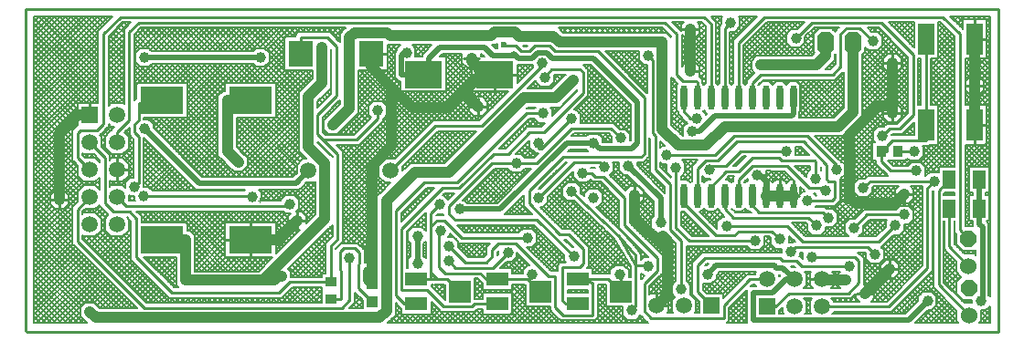
<source format=gtl>
%FSTAX23Y23*%
%MOIN*%
%SFA1B1*%

%IPPOS*%
%AMD31*
4,1,8,-0.030000,-0.012400,-0.012400,-0.030000,0.012400,-0.030000,0.030000,-0.012400,0.030000,0.012400,0.012400,0.030000,-0.012400,0.030000,-0.030000,0.012400,-0.030000,-0.012400,0.0*
%
%AMD34*
4,1,8,0.030000,-0.025000,0.030000,0.025000,0.015000,0.040000,-0.015000,0.040000,-0.030000,0.025000,-0.030000,-0.025000,-0.015000,-0.040000,0.015000,-0.040000,0.030000,-0.025000,0.0*
%
%ADD10C,0.008000*%
%ADD11R,0.047200X0.065000*%
%ADD12R,0.059100X0.118100*%
%ADD13O,0.023600X0.090600*%
%ADD14R,0.039400X0.035400*%
%ADD15R,0.035400X0.039400*%
%ADD16R,0.039400X0.039400*%
%ADD17R,0.078700X0.051200*%
%ADD18R,0.078700X0.078700*%
%ADD19R,0.090000X0.094500*%
%ADD20R,0.137800X0.098400*%
%ADD21R,0.157500X0.098400*%
%ADD22C,0.010000*%
%ADD23C,0.039400*%
%ADD24C,0.019700*%
%ADD25C,0.023600*%
%ADD26C,0.039400*%
%ADD27C,0.003900*%
%ADD28C,0.039400*%
%ADD29C,0.059100*%
%ADD30C,0.060000*%
G04~CAMADD=31~4~0.0~0.0~599.6~599.6~0.0~175.6~0~0.0~0.0~0.0~0.0~0~0.0~0.0~0.0~0.0~0~0.0~0.0~0.0~135.0~599.6~599.6*
%ADD31D31*%
%ADD32R,0.059100X0.059100*%
%ADD33R,0.059100X0.059100*%
G04~CAMADD=34~4~0.0~0.0~800.0~600.0~0.0~150.0~0~0.0~0.0~0.0~0.0~0~0.0~0.0~0.0~0.0~0~0.0~0.0~0.0~270.0~600.0~800.0*
%ADD34D34*%
%ADD35C,0.023600*%
%LNuzcar-1*%
%LPD*%
G54D10*
X02705Y03085D02*
D01*
X02704Y03084*
X02702Y03083*
X02701Y03083*
X027Y03082*
X02699Y03081*
X02698Y0308*
X02697Y03079*
X02697Y03078*
X04544Y0251D02*
D01*
X04544Y02511*
X04543Y02513*
X04543Y02514*
X04543Y02515*
X04542Y02516*
X04542Y02518*
X04541Y02519*
X04541Y0252*
X0454Y02521*
X04539Y02522*
X04539Y02522*
X02332Y02286D02*
X02354Y02264D01*
X02332Y02305D02*
X02373Y02264D01*
X02332D02*
X02524D01*
X02332Y02325D02*
X02393Y02264D01*
X02332Y02267D02*
X02335Y02264D01*
X02458D02*
X025Y02305D01*
X02497Y02264D02*
X02511Y02277D01*
X02478Y02264D02*
X02501Y02287D01*
X025Y02288D02*
X02517Y02271D01*
X02517Y02264D02*
X0252Y02267D01*
X02517Y02271D02*
X02522Y02266D01*
X02524Y02264*
X02522Y02266D02*
X02524Y02264D01*
X025Y02288D02*
Y02321D01*
Y02288D02*
Y02321D01*
Y02288D02*
X02517Y02271D01*
X025Y02321D02*
X02517Y02338D01*
X0255*
X02332Y02344D02*
X02412Y02264D01*
X02332Y02364D02*
X02432Y02264D01*
X02332Y02383D02*
X02451Y02264D01*
X02332Y02442D02*
X0251Y02264D01*
X02332Y02403D02*
X02471Y02264D01*
X02332Y02422D02*
X0249Y02264D01*
X02332Y02461D02*
X025Y02293D01*
X02332Y02332D02*
X02511Y02511D01*
X02332Y02481D02*
X025Y02313D01*
X02332Y02293D02*
X0253Y02491D01*
X02332Y02312D02*
X02521Y02501D01*
X02341Y02264D02*
X0255Y02472D01*
X02332Y02273D02*
X0254Y02482D01*
X02332Y02273D02*
X0254Y02482D01*
X02332Y025D02*
X02505Y02327D01*
X02332Y0252D02*
X02515Y02336D01*
X025Y02321D02*
X02517Y02338D01*
X02332Y02539D02*
X02533Y02338D01*
X02517D02*
X0255D01*
X02567Y02321D02*
X02572Y02316D01*
X02589D02*
X02647Y02374D01*
X02572Y02316D02*
X02706D01*
X02648D02*
X02677Y02345D01*
X0255Y02338D02*
X02567Y02321D01*
X0255Y02338D02*
X02567Y02321D01*
X02628Y02316D02*
X02667Y02355D01*
X02571Y02318D02*
X02638Y02384D01*
X02609Y02316D02*
X02657Y02365D01*
X02686Y02316D02*
X02696Y02326D01*
X02667Y02316D02*
X02686Y02336D01*
X02742Y02337D02*
X03379D01*
X02765D02*
X02804Y02375D01*
X02785Y02337D02*
X02813Y02365D01*
X02824Y02337D02*
X02842Y02355D01*
X02804Y02337D02*
X02823Y02355D01*
X02848Y02355D02*
X02865Y02337D01*
X02828Y02355D02*
X02846Y02337D01*
X02843D02*
X02861Y02355D01*
X0238Y02264D02*
X02569Y02452D01*
X02361Y02264D02*
X0256Y02462D01*
X02439Y02264D02*
X02599Y02423D01*
X024Y02264D02*
X02579Y02443D01*
X02419Y02264D02*
X02589Y02433D01*
X02332Y02559D02*
X02574Y02316D01*
X02479Y02543D02*
X02706Y02316D01*
X02332Y02598D02*
X02613Y02316D01*
X02332Y02578D02*
X02594Y02316D01*
X02561Y02327D02*
X02628Y02394D01*
X02508Y02571D02*
X02742Y02337D01*
X02508Y02578D02*
X02748Y02337D01*
X02525Y0258D02*
X02768Y02337D01*
X02545Y0258D02*
X02787Y02337D01*
X02551Y02337D02*
X02618Y02404D01*
X02533Y02338D02*
X02608Y02413D01*
X02746Y02337D02*
X02794Y02385D01*
X0256Y02584D02*
X02807Y02337D01*
X02569Y02594D02*
X02826Y02337D01*
X02332Y0239D02*
X02482Y0254D01*
X02332Y02409D02*
X02472Y0255D01*
X02332Y02351D02*
X02501Y02521D01*
X02332Y02371D02*
X02491Y0253D01*
X0247Y02552D02*
X02479Y02543D01*
X02332Y02429D02*
X0247Y02567D01*
X02608Y02471D02*
X02685Y02548D01*
X0247Y02552D02*
X02479Y02543D01*
X02598Y02481D02*
X02685Y02568D01*
X02637Y02442D02*
X02687Y02492D01*
X02627Y02452D02*
X02685Y02509D01*
X02666Y02413D02*
X02716Y02463D01*
X02647Y02432D02*
X02696Y02482D01*
X02656Y02422D02*
X02706Y02472D01*
X02685Y02494D02*
Y02513D01*
X02617Y02461D02*
X02685Y02529D01*
Y02494D02*
X02694Y02485D01*
X02685Y02494D02*
Y02513D01*
Y02494D02*
X02694Y02485D01*
X0247Y02552D02*
Y02571D01*
X02332Y02448D02*
X0247Y02586D01*
Y02552D02*
Y02571D01*
X02539Y02539D02*
X02596Y02596D01*
X02508Y02584D02*
X02512Y0258D01*
X02508Y02571D02*
Y02584D01*
X02512Y0258D02*
X02555D01*
X0251Y02569D02*
X02521Y0258D01*
X0252Y02559D02*
X02541Y0258D01*
X02569Y0251D02*
X02638Y0258D01*
X02559Y0252D02*
X02618Y0258D01*
X02569Y0251D02*
X02638Y0258D01*
X02588Y02491D02*
X02685Y02587D01*
X02623Y0258D02*
X02685Y02518D01*
X02612Y0258D02*
X02655D01*
X02549Y0253D02*
X02605Y02586D01*
X02642Y0258D02*
X02685Y02537D01*
X02658Y02583D02*
X02685Y02557D01*
X02668Y02592D02*
X02685Y02576D01*
X02734Y02345D02*
X02784Y02394D01*
X02725Y02354D02*
X02774Y02404D01*
X02815Y02364D02*
X02824Y02355D01*
X02815Y02364D02*
X02824Y02355D01*
X02695Y02384D02*
X02745Y02433D01*
X02686Y02393D02*
X02735Y02443D01*
X02715Y02364D02*
X02765Y02414D01*
X02705Y02374D02*
X02755Y02424D01*
X02822Y02413D02*
X02849Y0244D01*
X02824Y02355D02*
X02843D01*
X02824D02*
X02843D01*
X03215*
X02843Y02393D02*
X02858D01*
X02849Y02402D02*
X02858Y02393D01*
X02832Y02403D02*
X02849Y0242D01*
Y02402D02*
Y02435D01*
X02842Y02394D02*
X02849Y02401D01*
X02849Y02402D02*
X02858Y02393D01*
X02849Y02402D02*
X02858Y02393D01*
X02676Y02403D02*
X02726Y02453D01*
X02694Y02485D02*
X02815Y02364D01*
X02737Y02504D02*
X02849Y02393D01*
X02732Y02504D02*
X02843Y02393D01*
X02744Y02491D02*
X02757Y02504D01*
X02735Y02501D02*
X02738Y02504D01*
X02732D02*
X02849D01*
X02754Y02481D02*
X02777Y02504D01*
X02757D02*
X02849Y02412D01*
X02813Y02423D02*
X02849Y02459D01*
X02776Y02504D02*
X02849Y02431D01*
X02803Y02433D02*
X02849Y02479D01*
X02793Y02442D02*
X02849Y02498D01*
X02796Y02504D02*
X02849Y02451D01*
X02774Y02462D02*
X02816Y02504D01*
X02764Y02472D02*
X02796Y02504D01*
X02815D02*
X02849Y0247D01*
X02783Y02452D02*
X02835Y02504D01*
X02835D02*
X02849Y0249D01*
X03081Y02355D02*
X03099Y02337D01*
X03077D02*
X03095Y02355D01*
X03101D02*
X03119Y02337D01*
X03097D02*
X03115Y02355D01*
X03038Y02337D02*
X03056Y02355D01*
X03023D02*
X03041Y02337D01*
X03062Y02355D02*
X0308Y02337D01*
X03042Y02355D02*
X0306Y02337D01*
X03058D02*
X03076Y02355D01*
X03175Y02337D02*
X03193Y02355D01*
X03159D02*
X03177Y02337D01*
X03198Y02355D02*
X03216Y02337D01*
X03179Y02355D02*
X03197Y02337D01*
X03194D02*
X03212Y02355D01*
X0312D02*
X03138Y02337D01*
X03116D02*
X03134Y02355D01*
X03155Y02337D02*
X03173Y02355D01*
X03136Y02337D02*
X03154Y02355D01*
X0314D02*
X03158Y02337D01*
X02902D02*
X0292Y02355D01*
X02887D02*
X02904Y02337D01*
X02921D02*
X02939Y02355D01*
X02906D02*
X02924Y02337D01*
X02849Y02402D02*
Y02435D01*
Y02402D02*
Y02435D01*
X02882Y02337D02*
X029Y02355D01*
X02863Y02337D02*
X02881Y02355D01*
X02867D02*
X02885Y02337D01*
X02984Y02355D02*
X03002Y02337D01*
X0298D02*
X02998Y02355D01*
X03019Y02337D02*
X03037Y02355D01*
X02999Y02337D02*
X03017Y02355D01*
X03004D02*
X03021Y02337D01*
X02941D02*
X02959Y02355D01*
X02926D02*
X02943Y02337D01*
X02965Y02355D02*
X02982Y02337D01*
X02945Y02355D02*
X02963Y02337D01*
X0296D02*
X02978Y02355D01*
X03218D02*
X03236Y02337D01*
X03214D02*
X03231Y02355D01*
X03236Y02356D02*
X03255Y02337D01*
X03233D02*
X03291Y02394D01*
X03215Y02355D02*
X03234D01*
X03215D02*
X03234D01*
X03244Y02364*
X03234Y02355D02*
X03244Y02364D01*
X03274Y02394*
X03331Y02337D02*
X03379Y02385D01*
X03275Y02394D02*
X03333Y02337D01*
X0337D02*
X03379Y02346D01*
X0335Y02337D02*
X03379Y02366D01*
Y02337D02*
Y02382D01*
X03245Y02366D02*
X03275Y02337D01*
X03255Y02376D02*
X03294Y02337D01*
X03265Y02385D02*
X03314Y02337D01*
X03253D02*
X0331Y02394D01*
X03272Y02337D02*
X0333Y02394D01*
X03295D02*
X03353Y02337D01*
X03292D02*
X03349Y02394D01*
X03274D02*
X03379D01*
X0327Y02432D02*
X03419Y02581D01*
X03266Y02432D02*
X03274D01*
X03266D02*
Y0245D01*
X03274Y02432D02*
X03379D01*
X03273Y02475D02*
X03315Y02432D01*
X03283Y02485D02*
X03335Y02432D01*
X03314Y02394D02*
X03372Y02337D01*
X03311D02*
X03369Y02394D01*
X03353D02*
X03379Y02369D01*
X03334Y02394D02*
X03379Y02349D01*
Y02382D02*
Y02394D01*
X03373D02*
X03379Y02388D01*
Y02432D02*
Y02445D01*
X03368Y02432D02*
X03379Y02444D01*
X03329Y02432D02*
X03394Y02498D01*
X03348Y02432D02*
X03394Y02478D01*
X02916Y02461D02*
X02925Y02452D01*
X02849Y02435D02*
Y02504D01*
X02916Y02452D02*
X03149D01*
X02916Y025D02*
X02964Y02452D01*
X02916Y02481D02*
X02945Y02452D01*
X02978D02*
X0303Y02504D01*
X03028D02*
X03201D01*
X02998Y02452D02*
X0305Y02504D01*
X03017Y02452D02*
X03069Y02504D01*
X03037Y02452D02*
X03089Y02504D01*
X03029D02*
X03081Y02452D01*
X03068Y02504D02*
X0312Y02452D01*
X03049Y02504D02*
X03101Y02452D01*
X03056D02*
X03108Y02504D01*
X03146D02*
X03174Y02477D01*
X03115Y02452D02*
X03167Y02504D01*
X03149Y02452D02*
X03201Y02504D01*
X03166D02*
X03184Y02486D01*
X03185Y02504D02*
X03193Y02496D01*
X02916Y0252D02*
X02984Y02452D01*
X02916D02*
Y0255D01*
Y02539D02*
X03003Y02452D01*
X02916Y02559D02*
X03023Y02452D01*
X02916Y0255D02*
Y02584D01*
Y0255D02*
Y02584D01*
X0292Y02452D02*
X03028Y0256D01*
X02916Y02468D02*
X03028Y02579D01*
X02916Y02578D02*
X03042Y02452D01*
X02959D02*
X03028Y02521D01*
X02939Y02452D02*
X03028Y0254D01*
X03095Y02452D02*
X03147Y02504D01*
X03076Y02452D02*
X03128Y02504D01*
X03088D02*
X0314Y02452D01*
X03134D02*
X03186Y02504D01*
X03107D02*
X03154Y02457D01*
X03127Y02504D02*
X03164Y02467D01*
X03266Y02432D02*
X03274D01*
X03266Y02443D02*
X03276Y02432D01*
X03263Y02465D02*
X03296Y02432D01*
X03292Y02494D02*
X03354Y02432D01*
X03257Y02459D02*
X03266Y0245D01*
X03213Y02535D02*
X03222Y02525D01*
X03266Y02432D02*
Y0245D01*
X03257Y02459D02*
X03266Y0245D01*
X0329Y02432D02*
X03394Y02537D01*
X03302Y02504D02*
X03374Y02432D01*
X03312Y02514D02*
X03381Y02445D01*
X03379D02*
X03394D01*
X03309Y02432D02*
X03394Y02517D01*
Y02445D02*
Y02535D01*
X03381Y02445D02*
X03394Y02459D01*
X03322Y02524D02*
X03394Y02451D01*
X03331Y02533D02*
X03394Y02471D01*
X03432Y02535D02*
X03438Y02542D01*
X03432Y02536D02*
X03438Y02542D01*
X03213Y02554D02*
X03232Y02535D01*
X03361Y02562D02*
X03394Y02529D01*
X03341Y02543D02*
X03394Y0249D01*
X03351Y02553D02*
X03394Y0251D01*
X03213Y02574D02*
X03242Y02545D01*
X0337Y02572D02*
X03394Y02549D01*
X03213Y02593D02*
X03252Y02555D01*
X0338Y02582D02*
X03401Y02561D01*
X03394Y02535D02*
Y02554D01*
Y02535D02*
Y02554D01*
X03432Y02536D02*
X03437Y02542D01*
X03432Y02536D02*
X03437Y02542D01*
X03438D02*
X03441Y02544D01*
X03394Y02554D02*
X03403Y02564D01*
X03394Y02554D02*
X03403Y02564D01*
X03437Y02542D02*
X03441Y02545D01*
X0339Y02592D02*
X03411Y02571D01*
X03403Y02564D02*
X03419Y02579D01*
X02332Y02507D02*
X0247Y02645D01*
X02332Y02526D02*
X0247Y02664D01*
X02332Y02468D02*
X0247Y02606D01*
X02332Y02487D02*
X0247Y02625D01*
X02508Y02662D02*
Y02669D01*
X0247Y02571D02*
Y02669D01*
X0253Y02549D02*
X0259Y02609D01*
X02508Y02662D02*
X02512Y02667D01*
X02555D02*
X02577Y02645D01*
X02555Y0258D02*
X02577Y02601D01*
Y02645*
Y02625D02*
X0259Y02612D01*
Y02601D02*
Y02645D01*
X02577Y02645D02*
X0259Y02632D01*
X02555Y02667D02*
X02577Y02645D01*
Y02616D02*
X0259Y02629D01*
X02577Y02635D02*
X02601Y02659D01*
X0259Y02645D02*
X02602Y02657D01*
X02332Y02585D02*
X02428Y02681D01*
X02332Y02264D02*
Y03383D01*
Y02546D02*
X0247Y02684D01*
X02332Y02695D02*
X0247Y02557D01*
X02332Y02624D02*
X02398Y0269D01*
X02332Y02643D02*
X0239Y02702D01*
X02332Y02604D02*
X02408Y02681D01*
X02332Y02754D02*
X0247Y02616D01*
X02332Y02734D02*
X0247Y02596D01*
X02424Y02681D02*
X0247Y02635D01*
X02332Y02715D02*
X0247Y02577D01*
X02572Y0265D02*
X02591Y02669D01*
X02332Y02565D02*
X0249Y02724D01*
X02558Y02683D02*
X02593Y02648D01*
X02442Y02682D02*
X0247Y02655D01*
X02332Y02663D02*
X0239Y02722D01*
X02562Y0266D02*
X02581Y02679D01*
X02508Y02663D02*
X02524Y0268D01*
X02579Y02681D02*
X02601Y02659D01*
X02332Y02617D02*
X02633Y02316D01*
X02332Y02637D02*
X02652Y02316D01*
X02577Y02606D02*
X02685Y02498D01*
X02578Y025D02*
X02685Y02607D01*
X02655Y0258D02*
X02677Y02601D01*
X0259D02*
X02612Y0258D01*
X02677Y02623D02*
X02685Y02615D01*
X02669Y0265D02*
X02677Y02642D01*
Y02619D02*
X02685Y02626D01*
X02677Y02603D02*
X02685Y02596D01*
X02677Y02601D02*
Y02642D01*
Y02619D02*
X02685Y02626D01*
Y02513D02*
Y02634D01*
X02723Y0263D02*
Y02634D01*
X02677Y02642D02*
X02685Y02634D01*
X02723D02*
Y02653D01*
Y0263D02*
X0289D01*
X02723Y02634D02*
Y02653D01*
Y02636D02*
X02728Y0263D01*
X02332Y02656D02*
X02672Y02316D01*
X02332Y02676D02*
X02691Y02316D01*
X02723Y02645D02*
X02748Y02671D01*
X02707D02*
X02747Y0263D01*
X02713Y02663D02*
X02723Y02653D01*
X02705Y02671D02*
X02713Y02663D01*
X02723Y02653*
X02717Y02659D02*
X02729Y02671D01*
X02717Y02659D02*
X02729Y02671D01*
X02785D02*
X02825Y0263D01*
X02767D02*
X02807Y02671D01*
X02806Y0263D02*
X02846Y02671D01*
X02786Y0263D02*
X02826Y02671D01*
X02804D02*
X02845Y0263D01*
X02728D02*
X02768Y02671D01*
X02726D02*
X02767Y0263D01*
X02765Y02671D02*
X02806Y0263D01*
X02746Y02671D02*
X02786Y0263D01*
X02747D02*
X02787Y02671D01*
X02407Y02681D02*
X02441D01*
X0239Y02698D02*
X02407Y02681D01*
X02452Y02692D02*
X0247Y02674D01*
X02441Y02681D02*
X02458Y02698D01*
X0239D02*
Y02731D01*
X02458Y02698D02*
Y02731D01*
X0247Y02669D02*
Y02688D01*
Y02669D02*
Y02688D01*
X02511Y02672D02*
X02516Y02667D01*
X0247Y02688D02*
X02479Y02697D01*
X02508Y02669D02*
X02518Y0268D01*
X0247Y02688D02*
X02479Y02697D01*
X02458Y02706D02*
X02473Y02691D01*
X02479Y02697D02*
X0249Y02708D01*
X02458Y02711D02*
X0249Y02743D01*
X02458Y02725D02*
X02482Y027D01*
X02332Y02773D02*
X0239Y02714D01*
X02332Y02721D02*
X0247Y02859D01*
X02332Y02682D02*
X02489Y02839D01*
X02332Y02702D02*
X02479Y02849D01*
X02332Y02793D02*
X02392Y02733D01*
X02332Y02812D02*
X02401Y02742D01*
X02332Y02741D02*
X0247Y02879D01*
X02332Y0291D02*
X02493Y02748D01*
X02332Y0289D02*
X0249Y02732D01*
X02441Y02748D02*
X02458Y02731D01*
X0249Y02708D02*
Y02745D01*
X02332Y02871D02*
X0249Y02712D01*
X02458Y02731D02*
X02509Y02782D01*
X02407Y02748D02*
X02441D01*
X0239Y02731D02*
X02407Y02748D01*
X0249Y02743D02*
X02513Y02767D01*
X02448Y02741D02*
X02499Y02792D01*
X0249Y02745D02*
X02512Y02767D01*
X0253Y02667D02*
X02543Y0268D01*
X02523D02*
X02536Y02667D01*
X02512D02*
X02555D01*
X02542Y0268D02*
X02555Y02667D01*
X02518Y0268D02*
X02555D01*
X0257Y02694*
X0255Y02667D02*
X02571Y02688D01*
X0257Y0269D02*
X02579Y02681D01*
X0257Y0269D02*
X02579Y02681D01*
X0257Y0269D02*
Y02694D01*
Y0269D02*
Y02694D01*
X02705Y02671D02*
X0324D01*
X02677Y0272D02*
X02688Y02709D01*
X02707Y02668D02*
X0271Y02671D01*
X02689Y02709D02*
X02698Y02717D01*
X02677Y02716D02*
X02688Y02727D01*
X02677Y02709D02*
X02699D01*
X02681Y02727D02*
X02698D01*
Y0271D02*
Y02727D01*
X02677Y02731D02*
X02681Y02727D01*
X02677Y02709D02*
Y02731D01*
X0269Y02727D02*
X02698Y02719D01*
X02732Y02821D02*
X02807Y02746D01*
X02732Y02782D02*
X02768Y02746D01*
X02732Y02802D02*
X02788Y02746D01*
X02732Y0288D02*
X02866Y02746D01*
X02732Y02938D02*
X02924Y02746D01*
X02732Y02899D02*
X02885Y02746D01*
X02785D02*
X02855Y02816D01*
X02765Y02746D02*
X02845Y02826D01*
X02823Y02746D02*
X02875Y02797D01*
X02804Y02746D02*
X02865Y02806D01*
X02804Y02746D02*
X02865Y02806D01*
X02748Y0276D02*
X02763Y02746D01*
X02732Y02841D02*
X02827Y02746D01*
X02763D02*
X03096D01*
X02732Y02919D02*
X02905Y02746D01*
X02732Y0286D02*
X02846Y02746D01*
X0289Y02601D02*
X02899D01*
X0289D02*
Y0263D01*
Y02601D02*
X02899D01*
X0289Y02624D02*
X03062Y02452D01*
X02843Y02671D02*
X02883Y0263D01*
X02825D02*
X02865Y02671D01*
X0289Y02604D02*
X02894Y02601D01*
X02845Y0263D02*
X02885Y02671D01*
X02883Y0263D02*
X0289Y02624D01*
X03028Y02504D02*
Y0263D01*
X02916Y02565D02*
X03021Y02671D01*
X02916Y02488D02*
X03028Y02599D01*
X02916Y02507D02*
X03028Y02618D01*
X02899Y02601D02*
X02916Y02584D01*
X02899Y02601D02*
X02916Y02584D01*
X02916Y02585D02*
X03002Y02671D01*
X02893Y02601D02*
X02963Y02671D01*
X02906Y02594D02*
X02982Y02671D01*
X02863D02*
X03028Y02506D01*
X02882Y02671D02*
X03028Y02525D01*
X02916Y02526D02*
X0306Y02671D01*
X02902D02*
X03028Y02545D01*
X0289Y02617D02*
X02943Y02671D01*
X02824D02*
X02864Y0263D01*
X02916Y02546D02*
X03041Y02671D01*
X02921D02*
X03028Y02564D01*
X02941Y02671D02*
X03028Y02584D01*
X0298Y02671D02*
X03028Y02623D01*
X0296Y02671D02*
X03028Y02603D01*
X03038Y02671D02*
X03078Y0263D01*
X02999Y02671D02*
X03039Y0263D01*
X03019Y02671D02*
X03059Y0263D01*
X03058Y02671D02*
X03098Y0263D01*
X0304D02*
X0308Y02671D01*
X03079Y0263D02*
X03119Y02671D01*
X03059Y0263D02*
X03099Y02671D01*
X03077D02*
X03117Y0263D01*
X03213Y02551D02*
X03269Y02606D01*
X03213Y02516D02*
Y0263D01*
Y02516D02*
X033Y02603D01*
X03213Y02531D02*
X03285Y02603D01*
X03028Y0263D02*
X03213D01*
Y0259D02*
X03256Y02632D01*
X03213Y02613D02*
X03261Y02564D01*
X03213Y0257D02*
X03259Y02616D01*
X03256Y0262D02*
X03273Y02603D01*
X03257Y02459D02*
X03408Y0261D01*
X03258Y02459D02*
X03419Y0262D01*
X03266Y02448D02*
X03419Y026D01*
X034Y02601D02*
X03419Y02583D01*
Y02579D02*
Y0262D01*
X03273Y02603D02*
X033D01*
X03281D02*
X03291Y02594D01*
X03409Y02611D02*
X03419Y02602D01*
X03408Y0261D02*
X03419Y0262D01*
X03408Y0261D02*
X03419Y0262D01*
X03155Y02671D02*
X03195Y0263D01*
X03137D02*
X03177Y02671D01*
X03175D02*
X03271Y02574D01*
X03157Y0263D02*
X03197Y02671D01*
X03098Y0263D02*
X03138Y02671D01*
X03097D02*
X03137Y0263D01*
X03136Y02671D02*
X03176Y0263D01*
X03116Y02671D02*
X03156Y0263D01*
X03118D02*
X03158Y02671D01*
X03213Y02609D02*
X03256Y02652D01*
Y0262D02*
Y02653D01*
X03194Y02671D02*
X03281Y02584D01*
X03323Y02626D02*
X03358Y02661D01*
X03196Y0263D02*
X03236Y02671D01*
X03176Y0263D02*
X03216Y02671D01*
X03323Y02626D02*
Y02653D01*
X03213Y02628D02*
X03248Y02664D01*
X03214Y02671D02*
X03256Y02628D01*
X02884Y0263D02*
X02924Y02671D01*
X02864Y0263D02*
X02904Y02671D01*
X02939Y0275D02*
X02944Y02746D01*
X02921D02*
X02926Y0275D01*
X02959D02*
X02963Y02746D01*
X0294D02*
X02945Y0275D01*
X02979Y02746D02*
X02984Y0275D01*
X0296Y02746D02*
X02965Y0275D01*
X02978D02*
X02983Y02746D01*
X03159Y02709D02*
Y02741D01*
X03038Y02746D02*
X03043Y0275D01*
X03159Y02709D02*
X0323D01*
X03159Y02725D02*
X03176Y02709D01*
X0323D02*
Y02714D01*
X02999Y02746D02*
X03004Y0275D01*
X02998D02*
X03002Y02746D01*
X03037Y0275D02*
X03041Y02746D01*
X03017Y0275D02*
X03022Y02746D01*
X03018D02*
X03023Y0275D01*
X02862Y02746D02*
X02894Y02777D01*
X02843Y02746D02*
X02884Y02787D01*
X02901Y02746D02*
X02914Y02758D01*
X02882Y02746D02*
X02904Y02767D01*
X03057Y02746D02*
X03062Y0275D01*
X03056D02*
X03061Y02746D01*
X03095Y0275D02*
X03098Y02747D01*
X03076Y0275D02*
X0308Y02746D01*
X03077D02*
X03082Y0275D01*
X03159Y02711D02*
X03198Y0275D01*
X03153D02*
X03195Y02709D01*
X03196D02*
X03237Y0275D01*
X03173D02*
X03215Y02709D01*
X03176D02*
X03218Y0275D01*
X0315D02*
X03159Y02741D01*
X03096Y02746D02*
X03101Y0275D01*
X03192D02*
X0323Y02713D01*
X03155Y02746D02*
X03159Y0275D01*
X03159Y02731D02*
X03179Y0275D01*
X03256Y02653D02*
X03266Y02664D01*
X03233Y02671D02*
X03256Y02648D01*
X03259Y02664D02*
X03263Y0266D01*
X0324Y02671D02*
X03247Y02664D01*
X03266*
X03287Y0267D02*
X03297Y02681D01*
X03287Y0267D02*
X03306D01*
X03323Y02639D02*
X0333Y02633D01*
X03323Y02641D02*
X03358Y02676D01*
X03297Y02704D02*
X03349Y02652D01*
X03297Y02684D02*
X03339Y02642D01*
X03289Y02673D02*
X03292Y0267D01*
X03297Y02681D02*
Y02714D01*
X03306Y0267D02*
X03323Y02653D01*
X0331Y02667D02*
X03358Y02715D01*
X03319Y02657D02*
X03358Y02695D01*
X0323Y02714D02*
X03247Y02731D01*
X03212Y0275D02*
X03239Y02723D01*
X0327Y0275D02*
X03358Y02663D01*
X03215Y02709D02*
X03257Y0275D01*
X03251D02*
X0327Y02731D01*
X03231Y0275D02*
X0325Y02731D01*
X03247D02*
X0328D01*
X03257D02*
X03276Y0275D01*
X03277Y02731D02*
X03296Y0275D01*
X03297Y02693D02*
X03358Y02754D01*
X03304Y02756D02*
X03358Y02702D01*
X03294Y0267D02*
X03358Y02734D01*
X0329Y0275D02*
X03358Y02682D01*
Y02661D02*
Y02781D01*
X0328Y02731D02*
X03297Y02714D01*
X03288Y02723D02*
X03342Y02777D01*
X03313Y02766D02*
X03358Y02721D01*
X03297Y02713D02*
X03358Y02773D01*
X03323Y02775D02*
X03358Y02741D01*
X03622Y02264D02*
X03624Y02266D01*
X03622Y02264D02*
X03624Y02266D01*
X03631Y02273D02*
X0364Y02264D01*
X03628D02*
X03672Y02308D01*
X03624Y02266D02*
X03632Y02274D01*
X03649Y02291*
X03641Y02282D02*
X0366Y02264D01*
X03632Y02274D02*
X03649Y02291D01*
X03647Y02264D02*
X03677Y02293D01*
X03725Y02264D02*
X03755Y02293D01*
X03708D02*
X03738Y02264D01*
X03745D02*
X03774Y02293D01*
X03727D02*
X03757Y02264D01*
X03649Y02293D02*
X03679Y02264D01*
X03667D02*
X03697Y02293D01*
X03706Y02264D02*
X03736Y02293D01*
X03686Y02264D02*
X03716Y02293D01*
X03688D02*
X03718Y02264D01*
X03485Y02321D02*
X0349Y02316D01*
X03481D02*
X03491Y02327D01*
X03481Y02316D02*
X03529D01*
X03485D02*
X03522Y02353D01*
X03524Y02316D02*
X03529Y02321D01*
X03495Y02331D02*
X0351Y02316D01*
X03505D02*
X03529Y0234D01*
X03501Y02345D02*
X03529Y02316D01*
Y02316D02*
Y02346D01*
X03649Y02291D02*
Y02324D01*
Y02291D02*
Y02324D01*
Y02313D02*
X03699Y02264D01*
X03649Y02305D02*
X03665Y0232D01*
X03672Y02293D02*
Y02314D01*
X03649Y02324D02*
X03655Y0233D01*
X03649Y02336D02*
X03662Y02324D01*
X03671Y02314*
X03649Y02332D02*
X03672Y0231D01*
X03662Y02324D02*
X03671Y02314D01*
X03766Y02293D02*
X03796Y02264D01*
X03747Y02293D02*
X03777Y02264D01*
X03779Y02301D02*
X03816Y02264D01*
X03803D02*
X03844Y02305D01*
X03672Y02293D02*
X03779D01*
X03774D02*
X03779Y02298D01*
X03622Y02264D02*
X04569D01*
X03784D02*
X03825Y02305D01*
X03814D02*
X03833D01*
X03874Y02264D01*
X03823D02*
X03864Y02305D01*
X03861Y02264D02*
X03903Y02305D01*
X03842Y02264D02*
X03883Y02305D01*
X03852D02*
X03893Y02264D01*
X03919Y02305D02*
X03938D01*
X03814D02*
X03833D01*
X03939Y02264D02*
X03969Y02293D01*
X03911Y02305D02*
X03952Y02264D01*
X0393Y02305D02*
X03971Y02264D01*
X03764D02*
X0381Y02309D01*
X03779Y02293D02*
Y0234D01*
Y0232D02*
X03835Y02264D01*
X03779Y02339D02*
X03855Y02264D01*
X03779Y02298D02*
X038Y02319D01*
X03779Y02317D02*
X0379Y02329D01*
X03805Y02314D02*
X03814Y02305D01*
X03779Y0234D02*
X03805Y02314D01*
X03814Y02305*
X03891D02*
X03932Y02264D01*
X03881D02*
X03922Y02305D01*
X0392Y02264D02*
X03966Y02309D01*
X039Y02264D02*
X03951Y02314D01*
X03944Y02311D02*
X03991Y02264D01*
X03833Y02305D02*
X03919D01*
X03872D02*
X03913Y02264D01*
X03919Y02305D02*
X03938D01*
X03947Y02314*
X03938Y02305D02*
X03947Y02314D01*
X03491Y02327D02*
X03501Y02336D01*
X03491Y02327D02*
X03501Y02336D01*
Y02355*
Y02364D02*
X03529Y02336D01*
X03501Y02336D02*
Y02355D01*
Y0237D02*
X03503Y02373D01*
X03501Y02351D02*
X03513Y02363D01*
X03501Y02375D02*
X03505Y0237D01*
X03501Y02375D02*
X03505Y0237D01*
X03529Y02346*
X03501Y02355D02*
Y02375D01*
X03649Y02324D02*
Y02336D01*
X0369Y02467D02*
X03694Y02463D01*
X03566Y02485D02*
X03582Y0247D01*
X03536Y02485D02*
X03566D01*
X0369Y02463D02*
X03695D01*
X0369Y02482D02*
X03695Y02487D01*
X03691Y02463D02*
X03695Y02467D01*
X03536Y02505D02*
X03555Y02485D01*
X03536Y02524D02*
X03582Y02478D01*
X03557Y02485D02*
X03582Y0251D01*
X03538Y02485D02*
X03582Y0253D01*
X03526Y02539D02*
X03536Y02529D01*
X03526Y02539D02*
X03536Y02529D01*
Y02488D02*
Y0251D01*
Y02529*
Y0251D02*
Y02529D01*
X03571Y0248D02*
X03582Y02491D01*
X03695Y02463D02*
Y02496D01*
X0369Y02487D02*
X03695Y02482D01*
X0369Y02506D02*
X03697Y02499D01*
X03695Y02496D02*
X03705Y02506D01*
X0369Y02501D02*
X03705Y02516D01*
X0369Y02526D02*
X03705Y02511D01*
X03752Y02525D02*
X03759Y02531D01*
X0369Y02521D02*
X03705Y02535D01*
X03752Y02541D02*
X03759Y02535D01*
X03779Y02397D02*
X03783Y02393D01*
X03789Y02386D02*
X03808Y02405D01*
X03783Y02393D02*
X03829Y02346D01*
X03779Y02398D02*
X03829Y02347D01*
X03779Y02397D02*
X03783Y02393D01*
X03779Y02405D02*
X03787D01*
X0379D02*
X03809D01*
X0379D02*
X03809D01*
X0379D02*
X03809D01*
X03936Y02357D02*
X03941Y02352D01*
X03829Y02346D02*
Y02403D01*
X03936Y02352D02*
X03947D01*
X03936Y02377D02*
X03961Y02352D01*
X03936D02*
X03947D01*
X03819Y02357D02*
X03829Y02368D01*
X03799Y02377D02*
X03827Y02405D01*
X03809Y02367D02*
X03829Y02387D01*
X03936Y02396D02*
X03966Y02367D01*
X03936Y02358D02*
X03966Y02387D01*
X03779Y02405D02*
X03787D01*
X03779Y02397D02*
Y02405D01*
X03791D02*
X03829Y02367D01*
X0378Y02396D02*
X03788Y02405D01*
X03752Y02506D02*
X03759Y025D01*
X03753Y02506D02*
X03759Y02511D01*
X03809Y02405D02*
X03828D01*
X03752Y02522D02*
X03759Y02515D01*
X03779Y02405D02*
X03787D01*
X03811D02*
X03829Y02386D01*
X03936Y02352D02*
Y02426D01*
Y02377D02*
X03966Y02407D01*
X03936Y02397D02*
X03957Y02417D01*
X03936Y02416D02*
X03966Y02386D01*
X03936Y02416D02*
X03946Y02426D01*
X03877Y02539D02*
X03913Y02504D01*
X03936Y02426D02*
X03948D01*
X03913Y02504D02*
X0397D01*
X03946Y02426D02*
X03966Y02406D01*
X03978Y02264D02*
X04008Y02293D01*
X03959Y02264D02*
X03989Y02293D01*
X03998Y02264D02*
X04028Y02293D01*
X03981D02*
X0401Y02264D01*
X03966Y02293D02*
Y02314D01*
X0396D02*
X03966Y02308D01*
Y02293D02*
X04073D01*
X03947Y02352D02*
X03966D01*
X03947Y02314D02*
X03966D01*
X04017Y02264D02*
X04047Y02293D01*
X04D02*
X0403Y02264D01*
X04039Y02293D02*
X04069Y02264D01*
X04019Y02293D02*
X04049Y02264D01*
X04037D02*
X04067Y02293D01*
X04058D02*
X04088Y02264D01*
X04067Y02293D02*
X04073Y02299D01*
Y02299D02*
X04108Y02264D01*
X04056D02*
X04123Y02331D01*
X04073Y02299D02*
X04123Y0235D01*
X0395Y02352D02*
X03966Y02368D01*
Y02352D02*
Y02373D01*
X04073*
X03966Y02368D02*
X03971Y02373D01*
X03987Y02384D02*
X03999Y02373D01*
X03971D02*
X03982Y02384D01*
X0401Y02373D02*
X04021Y02384D01*
X0399Y02373D02*
X04001Y02384D01*
X04007D02*
X04018Y02373D01*
X04073Y02293D02*
Y02373D01*
X04123Y02325D02*
Y02403D01*
X04065Y02384D02*
X04123Y02326D01*
X04073Y02396D02*
X04123Y02346D01*
X04073Y02338D02*
X04123Y02389D01*
X04049Y02373D02*
X0406Y02384D01*
X04046D02*
X04057Y02373D01*
X04084Y02405D02*
X04123Y02365D01*
X04068Y02373D02*
X041Y02405D01*
X04073Y02358D02*
X04119Y02405D01*
X04173Y02264D02*
X04216Y02306D01*
X04073Y02318D02*
X04127Y02264D01*
X04212D02*
X04236Y02287D01*
X04193Y02264D02*
X04226Y02297D01*
X04213Y0231D02*
X04222Y02301D01*
X04213Y0231D02*
X04222Y02301D01*
X04232Y02264D02*
X04245Y02277D01*
X04222Y02301D02*
X04241Y02282D01*
X0425Y02273*
X04255D02*
X04264Y02264D01*
X04251D02*
X0426Y02273D01*
X04294D02*
X04303Y02264D01*
X04271D02*
X0428Y02273D01*
X0429Y02264D02*
X04299Y02273D01*
X0425D02*
X04269D01*
X04241Y02282D02*
X0425Y02273D01*
X04269D02*
X04358D01*
X0425D02*
X04269D01*
X04274D02*
X04283Y02264D01*
X04076D02*
X04137Y02325D01*
X04073Y02338D02*
X04147Y02264D01*
X04095D02*
X04157Y02325D01*
X04073Y02357D02*
X04166Y02264D01*
X04115D02*
X04176Y02325D01*
X04073Y02319D02*
X04123Y02369D01*
Y02325D02*
X04213D01*
X04124D02*
X04186Y02264D01*
X04134D02*
X04196Y02325D01*
X04213Y0231D02*
Y02325D01*
X04144D02*
X04205Y02264D01*
X04154D02*
X04213Y02322D01*
X04163Y02325D02*
X04225Y02264D01*
X04183Y02325D02*
X04244Y02264D01*
X04202Y02325D02*
X04213Y02315D01*
Y0231D02*
Y02325D01*
X04299Y02384D02*
X04311Y02373D01*
X0428Y02384D02*
X04291Y02373D01*
X04282D02*
X04294Y02384D01*
X03968D02*
X03979Y02373D01*
X03966Y02384D02*
Y02408D01*
X04029Y02373D02*
X0404Y02384D01*
X04026D02*
X04038Y02373D01*
X0396Y02414D02*
X03966Y02408D01*
X03948Y02426D02*
X0396Y02414D01*
X03966Y02384D02*
X04073D01*
X0396Y02414D02*
X03966Y02408D01*
X04031Y02463D02*
X04053Y02486D01*
X04073Y02384D02*
Y02405D01*
Y02443D02*
Y02463D01*
Y02397D02*
X04081Y02405D01*
X04061Y02486D02*
X04104Y02443D01*
X04073Y02455D02*
X04085Y02443D01*
X04038Y0247D02*
X04045Y02463D01*
X04047Y0248D02*
X04064Y02463D01*
X04031D02*
X04073D01*
X04042D02*
X04064Y02486D01*
X04053D02*
X04075D01*
X03965Y02504D02*
X03981Y0252D01*
X03946Y02504D02*
X03981Y02539D01*
X04019Y02509D02*
Y02515D01*
X0397Y02504D02*
X03981Y02515D01*
Y02522*
Y02541*
X04019Y02509D02*
X04025Y02514D01*
X03981Y02522D02*
Y02541D01*
X04019Y02509D02*
Y02515D01*
X04075Y02486D02*
X04092Y02503D01*
Y02519*
X04078Y02488D02*
X04114Y02452D01*
X04061Y02463D02*
X04105Y02507D01*
X04092Y02514D02*
X04095Y02517D01*
X04019Y02515D02*
Y02522D01*
X04025Y02514D02*
Y02528D01*
X04019Y02519D02*
X04025Y02524D01*
X04019Y02522D02*
X04025Y02528D01*
X04022Y02525D02*
X04025Y02522D01*
X04073Y02405D02*
X04122D01*
X04073Y02443D02*
X04114D01*
X04103Y02405D02*
X04123Y02384D01*
X04099Y02443D02*
X04134Y02478D01*
X04114Y02443D02*
Y02457D01*
X04131Y02474*
X04222Y02453D02*
X04239D01*
X04131Y02474D02*
X04137D01*
X04216Y02453D02*
X04222D01*
X04239D02*
Y02456D01*
X04226Y02453D02*
X04239Y02465D01*
X04277Y02373D02*
X04349D01*
X04277Y02384D02*
X04349D01*
X04277Y02373D02*
Y02384D01*
X04222Y02453D02*
X04239D01*
Y02456D02*
Y02475D01*
Y02456D02*
Y02475D01*
X04248Y02485D02*
X04267D01*
X04248D02*
X04267D01*
X0408Y02443D02*
X04124Y02487D01*
X04073Y02455D02*
X04115Y02497D01*
X04143Y02541D02*
X04231Y02453D01*
X04128Y02541D02*
X04216Y02453D01*
X04088Y02498D02*
X04121Y02465D01*
X04092Y02513D02*
X04131Y02474D01*
X04092Y02519D02*
X04137Y02474D01*
X04128Y02541D02*
X04147D01*
X04133Y02535D02*
X04139Y02541D01*
X04239Y02475D02*
X04248Y02485D01*
X04192Y02477D02*
X04245Y0253D01*
X04239Y02475D02*
X04248Y02485D01*
X04201Y02467D02*
X04255Y02521D01*
X04211Y02457D02*
X04265Y02511D01*
X04258Y02485D02*
X04265Y02492D01*
X04182Y02487D02*
X04235Y0254D01*
X04265Y02489D02*
X04269Y02485D01*
X04265Y02489D02*
Y02511D01*
X04293Y02539D02*
X04298D01*
X03438Y02542D02*
X03441Y02544D01*
Y02545D02*
X03446Y0255D01*
X03441Y02544D02*
X03447Y0255D01*
X03441Y02544D02*
X03447Y0255D01*
X03441Y02545D02*
X03446Y0255D01*
X0345Y02555*
X03447Y0255D02*
X03451Y02555D01*
X03446Y0255D02*
X0345Y02555D01*
X03447Y0255D02*
X03451Y02555D01*
X0351D02*
X0352Y02545D01*
X03447Y0255D02*
X03451Y02555D01*
X0352Y02545D02*
X03526Y02539D01*
X0351Y02555D02*
X0352Y02545D01*
X03536Y02503D02*
X03582Y02549D01*
X03451Y02555D02*
X03469D01*
X03451D02*
X03469D01*
X03491D02*
X0351D01*
X03469D02*
X03491D01*
X0351*
X03451D02*
X03457Y0256D01*
X03451Y02555D02*
X03457Y0256D01*
Y02584D02*
X03486Y02555D01*
X03457Y02623D02*
X03582Y02497D01*
X03451Y02555D02*
X03457Y0256D01*
Y02579*
Y02564D02*
X03466Y02555D01*
X03457Y02603D02*
X03505Y02555D01*
X03457Y0256D02*
Y02579D01*
X03509Y02555D02*
X03582Y02627D01*
X0349Y02555D02*
X03582Y02646D01*
X03529Y02535D02*
X03582Y02588D01*
X03457Y02662D02*
X03582Y02536D01*
Y0247D02*
Y02693D01*
X03457Y027D02*
X03582Y02575D01*
X03457Y02579D02*
Y02871D01*
Y02681D02*
X03582Y02556D01*
X03457Y02599D02*
X03582Y02724D01*
X03457Y0258D02*
X03582Y02705D01*
X0369Y0254D02*
X03704Y02554D01*
X03536Y02522D02*
X03582Y02569D01*
X0369Y02545D02*
X03705Y0253D01*
Y02506D02*
Y02554D01*
X0369Y0256D02*
X03695Y02565D01*
X0369D02*
X03705Y0255D01*
X03752Y02544D02*
X03759Y0255D01*
X03695Y02564D02*
X03705Y02554D01*
X03752D02*
X03759Y0256D01*
X03752Y02506D02*
Y02554D01*
X03759Y025D02*
Y0256D01*
X03756Y02557D02*
X03759Y02554D01*
X03877Y0256D02*
X03882Y02555D01*
X03877Y0256D02*
X03882Y02555D01*
X03859Y02578D02*
X03873Y02565D01*
X03841Y02578D02*
X03859D01*
X03873Y02565D02*
X03877Y0256D01*
X03873Y02566D02*
X03877Y02561D01*
X03873Y02565D02*
X03877Y0256D01*
X03519Y02545D02*
X03582Y02608D01*
X0347Y02555D02*
X03582Y02666D01*
X0369Y02463D02*
Y02598D01*
X03457Y02642D02*
X03582Y02517D01*
X03457Y0256D02*
X03582Y02685D01*
X03457Y0272D02*
X03582Y02595D01*
X0369Y02579D02*
X03695Y02584D01*
X0369Y02598D02*
X03759Y02667D01*
X0369Y02584D02*
X03695Y02579D01*
X03841Y02578D02*
X03846Y02584D01*
X03695Y02564D02*
Y02597D01*
X0386Y02578D02*
X03873Y02566D01*
X03845Y02578D02*
X03852Y02585D01*
X03846Y02584D02*
X03852Y02578D01*
X03693Y02601D02*
X03695Y02598D01*
X03695Y02597D02*
X03712Y02614D01*
X03846Y02584D02*
Y02591D01*
X03859Y02578*
X03874Y02621D02*
X03901Y02593D01*
X0367Y02643D02*
X03674Y02639D01*
X0367Y02635D02*
Y02664D01*
X03702Y0261D02*
X03705Y02608D01*
X0367Y02663D02*
X03684Y02649D01*
X03679Y02673D02*
X03693Y02658D01*
X03582Y02693D02*
Y02726D01*
X03688Y02683D02*
X03703Y02668D01*
X03698Y02693D02*
X03713Y02678D01*
X03708Y02702D02*
X03723Y02688D01*
X03712Y0262D02*
X03718Y02614D01*
X03722Y0263D02*
X03738Y02614D01*
X03755Y02605D02*
X03759Y02609D01*
X03745Y02614D02*
X03759Y02601D01*
Y02606D02*
Y02625D01*
X03718Y02712D02*
X03732Y02697D01*
X03727Y02722D02*
X03742Y02707D01*
X03712Y02614D02*
X03745D01*
X03741Y02649D02*
X03759Y02632D01*
X03751Y02659D02*
X03759Y02652D01*
X03457Y02739D02*
X03582Y02614D01*
X03457Y02759D02*
X03582Y02634D01*
X03457Y02619D02*
X03615Y02777D01*
X03457Y02638D02*
X03602Y02784D01*
X03457Y02778D02*
X03582Y02653D01*
X03457Y02798D02*
X03582Y02673D01*
X03457Y02658D02*
X03593Y02794D01*
X03438Y02914D02*
X03604Y02748D01*
X03457Y02837D02*
X03582Y02712D01*
Y02693D02*
Y02726D01*
X03457Y02817D02*
X03582Y02692D01*
X03737Y02732D02*
X03752Y02717D01*
X03457Y02697D02*
X03588Y02828D01*
X03457Y02677D02*
X03588Y02808D01*
X03457Y02856D02*
X03584Y02729D01*
X03457Y02876D02*
X03594Y02738D01*
X03582Y02726D02*
X03599Y02743D01*
X03582Y02726D02*
X03599Y02743D01*
X03632Y02777*
X03759Y02606D02*
Y02625D01*
X03732Y0264D02*
X03759Y02613D01*
Y02601D02*
Y02606D01*
Y02625*
X03744Y02614D02*
X03759Y02628D01*
X03725Y02614D02*
X03759Y02648D01*
Y02625D02*
Y02655D01*
X03798Y02657D02*
X03803Y02662D01*
X03798Y02657D02*
X03809D01*
X03798D02*
X03809D01*
X03806D02*
X03812Y02662D01*
X03875Y02621D02*
X04155D01*
X03807Y02662D02*
X03812Y02657D01*
X03809D02*
X03819D01*
X03825*
X03803Y02662D02*
X03825D01*
X03819Y02657D02*
X03825D01*
Y02662*
Y02657D02*
Y02662D01*
X03759Y02655D02*
Y02667D01*
X0367Y02657D02*
X0377Y02757D01*
X0367Y02635D02*
X03792Y02757D01*
X0367Y02637D02*
X0379Y02757D01*
X03747Y02741D02*
X03762Y02727D01*
X0367Y02664D02*
X03763Y02757D01*
X03757Y02751D02*
X03771Y02736D01*
X03457Y02716D02*
X03927Y03186D01*
X03457Y02736D02*
X0383Y03109D01*
X03759Y02655D02*
Y02667D01*
X03825Y02729D02*
X0384Y02714D01*
X03863Y02737D01*
X03829D02*
X03846Y0272D01*
X03833Y02722D02*
X03848Y02737D01*
X03821Y02729D02*
X03825D01*
X0377Y02757D02*
X03781Y02746D01*
X03829Y02737D02*
X03863D01*
X03821Y02729D02*
X03829Y02737D01*
X03849D02*
X03856Y0273D01*
X03877Y02553D02*
X03926Y02504D01*
X0389Y02526D02*
X03919Y02555D01*
X03894D02*
X03945Y02504D01*
X039Y02517D02*
X03939Y02555D01*
X03877Y02552D02*
X03881Y02556D01*
X03877Y02539D02*
Y0256D01*
X03882Y02555D02*
X03901D01*
X03881Y02536D02*
X039Y02555D01*
X03882D02*
X03901D01*
X03914D02*
X03965Y02504D01*
X0391Y02507D02*
X03958Y02555D01*
X03953D02*
X03981Y02527D01*
X03926Y02504D02*
X03978Y02555D01*
X03933D02*
X03977Y02511D01*
X03981Y02541D02*
X03991Y02551D01*
X03972Y02555D02*
X03984Y02544D01*
X03981Y02541D02*
X03991Y02551D01*
X03901Y02555D02*
X03995D01*
X03991Y02551D02*
X03995Y02555D01*
X03907Y02621D02*
X03934Y02593D01*
X03887Y02621D02*
X03915Y02593D01*
X03926Y02621D02*
X03954Y02593D01*
X03918D02*
X03946Y02621D01*
X039Y02594D02*
X03926Y02621D01*
X0389Y02604D02*
X03907Y02621D01*
X03957Y02593D02*
X03985Y02621D01*
X03938Y02593D02*
X03965Y02621D01*
X03946D02*
X03973Y02593D01*
X04024Y02621D02*
X04051Y02593D01*
X04016D02*
X04043Y02621D01*
X04055Y02593D02*
X04082Y02621D01*
X04035Y02593D02*
X04063Y02621D01*
X04043D02*
X0407Y02593D01*
X03977D02*
X04004Y02621D01*
X03965D02*
X03993Y02593D01*
X04004Y02621D02*
X04032Y02593D01*
X03985Y02621D02*
X04012Y02593D01*
X03996D02*
X04024Y02621D01*
X04163Y02506D02*
X04216Y0256D01*
X04153Y02516D02*
X04206Y02569D01*
X04154Y02548D02*
X04239Y02464D01*
X04164Y02559D02*
X04243Y02479D01*
X04147Y02541D02*
X04164Y02557D01*
X03901Y02593D02*
X04098D01*
X04143Y02526D02*
X04197Y02579D01*
X04164Y02557D02*
Y02591D01*
Y02566D02*
X04187Y02589D01*
X04172Y02496D02*
X04226Y0255D01*
X04164Y02578D02*
X04257Y02485D01*
X04293Y02539D02*
X04296Y02542D01*
X04265Y02568D02*
X04293Y02539D01*
X0427Y02568D02*
X04298Y02539D01*
X04265Y02568D02*
X0427D01*
X04164Y02585D02*
X04177Y02599D01*
X04283Y02549D02*
X04286Y02552D01*
X04274Y02559D02*
X04276Y02561D01*
X04299Y02596D02*
X04343Y02552D01*
X04147Y02608D02*
X04164Y02591D01*
X04074Y02593D02*
X04102Y02621D01*
X04141D02*
X04265Y02496D01*
X04155Y02621D02*
X04265Y02511D01*
X04082Y02621D02*
X04104Y02599D01*
X04063Y02621D02*
X0409Y02593D01*
X04098D02*
X04113Y02608D01*
X04094Y02593D02*
X04121Y02621D01*
X04157Y02598D02*
X04167Y02608D01*
X04199Y02698D02*
X04436Y02462D01*
X04204Y02713D02*
X04446Y02471D01*
X04208Y02729D02*
X04462Y02474D01*
X04218Y02738D02*
X04482Y02474D01*
X04227Y02748D02*
X04505Y0247D01*
X04289Y02606D02*
X04299Y02596D01*
X04289Y02606D02*
X04299Y02596D01*
X04295Y026D02*
X04354Y02658D01*
X04286Y02709D02*
X04479Y02516D01*
X043Y02709D02*
X04448Y02569D01*
X0388Y02614D02*
X03887Y02621D01*
X04046Y02659D02*
X04055Y02667D01*
X04046Y02659D02*
X04055Y02667D01*
X04062Y02659D02*
X04117Y02713D01*
X039Y02712D02*
X0391Y02702D01*
X03895Y02712D02*
X039D01*
X04055Y02667D02*
X04064Y02659D01*
X03904Y02721D02*
X03922Y02702D01*
X0391D02*
X04019D01*
X04065Y02677D02*
X04083Y02659D01*
X04075Y02687D02*
X04103Y02659D01*
X04102Y02621D02*
X04114Y02608D01*
X04081Y02659D02*
X04117Y02694D01*
X04084Y02696D02*
X04122Y02659D01*
X04117Y02689D02*
Y02708D01*
Y02689D02*
Y02708D01*
X04101Y02659D02*
X04124Y02682D01*
X04104Y02716D02*
X04117Y02703D01*
Y02689D02*
X04126Y0268D01*
X03933Y0275D02*
X03981Y02702D01*
X03943Y0276D02*
X04Y02702D01*
X0395D02*
X04066Y02819D01*
X0393Y02702D02*
X04055Y02828D01*
X03914Y02731D02*
X03942Y02702D01*
X03923Y0274D02*
X03961Y02702D01*
X03911D02*
X04036Y02828D01*
X03895Y02712D02*
X04011Y02828D01*
X03901Y02712D02*
X04016Y02828D01*
X03953Y0277D02*
X04019Y02703D01*
X03969Y02702D02*
X0408Y02813D01*
X04117Y02708D02*
Y02729D01*
X03989Y02702D02*
X04099Y02813D01*
X04055Y02667D02*
X04117Y02729D01*
X03962Y02779D02*
X04029Y02713D01*
X03972Y02789D02*
X04039Y02722D01*
X04113Y02726D02*
X04117Y02723D01*
X03982Y02799D02*
X04049Y02732D01*
X03992Y02809D02*
X04058Y02742D01*
X04128Y02608D02*
X04141Y02621D01*
X04121D02*
X04134Y02608D01*
X04113D02*
X04147D01*
X04147Y02608D02*
X04158Y02618D01*
X0412Y02659D02*
X04134Y02672D01*
X04117Y02689D02*
X04126Y0268D01*
X04046Y02659D02*
X04147D01*
X04126Y0268D02*
X04147Y02659D01*
X0414D02*
X04143Y02662D01*
X04257Y02606D02*
X0427D01*
X04176Y02686D02*
X04257Y02606D01*
X0427D02*
X04289D01*
X0419Y02688D02*
X04273Y02606D01*
X04262D02*
X04334Y02677D01*
X04176Y02686D02*
X04187D01*
X04182Y02681D02*
X04187Y02686D01*
X0427Y02606D02*
X04289D01*
X0425Y02613D02*
X04324Y02687D01*
X04281Y02606D02*
X04344Y02668D01*
X04187Y02686D02*
X04204Y02704D01*
X04094Y02706D02*
X04142Y02659D01*
X04201Y02662D02*
X04262Y02722D01*
X04191Y02671D02*
X04258Y02738D01*
X04019Y02702D02*
X04144Y02828D01*
X04008Y02702D02*
X04133Y02828D01*
X04187Y02686D02*
X04204Y02703D01*
Y02723D02*
X04297Y02816D01*
X04204Y02703D02*
Y02725D01*
X04211Y02652D02*
X04272Y02713D01*
X04204Y02704D02*
X04258Y02757D01*
X0424Y02623D02*
X04314Y02696D01*
X04221Y02642D02*
X04288Y02709D01*
X0423Y02632D02*
X04304Y02706D01*
X04237Y02758D02*
X04258Y02737D01*
Y02726D02*
Y0276D01*
X04275Y02709D02*
X043D01*
X04204Y02725D02*
X04297Y02818D01*
X04258Y02726D02*
X04275Y02709D01*
X02417Y02748D02*
X0249Y02821D01*
X02332Y02832D02*
X02415Y02748D01*
X02513Y02767D02*
X02526Y0278D01*
X02436Y02748D02*
X0249Y02802D01*
Y02801D02*
Y02838D01*
X02479Y02849D02*
X0249Y02838D01*
X02512Y02767D02*
X02555D01*
X0249Y02801D02*
X02512Y0278D01*
X02555*
X0254D02*
X02553Y02767D01*
X02552D02*
X0257Y02784D01*
X02563Y02758D02*
X0257Y02764D01*
X02555Y02767D02*
X0257Y02752D01*
X02533Y02767D02*
X02546Y0278D01*
X0252D02*
X02533Y02767D01*
X02557Y02781D02*
X0257Y02769D01*
X02555Y0278D02*
X0257Y02794D01*
X02567Y02791D02*
X0257Y02789D01*
X02332Y02851D02*
X02434Y02748D01*
X02332Y0276D02*
X0247Y02898D01*
X02332Y02929D02*
X02503Y02758D01*
X02332Y02949D02*
X02514Y02767D01*
X02332Y0278D02*
X0247Y02918D01*
X02332Y02799D02*
X0247Y02937D01*
X02332Y02988D02*
X0249Y02829D01*
X02332Y02858D02*
X0249Y03016D01*
X02332Y02838D02*
X0249Y02997D01*
X0247Y02858D02*
X02479Y02849D01*
X02332Y02819D02*
X0247Y02957D01*
Y02858D02*
X02479Y02849D01*
X02332Y02968D02*
X0249Y0281D01*
X0257Y02852D02*
Y02858D01*
X0247D02*
Y02877D01*
Y02858D02*
Y02877D01*
X02565Y02857D02*
X02568Y0286D01*
X02549Y0288D02*
X0257Y02858D01*
X02555Y02867D02*
X0257Y02852D01*
X02608Y02762D02*
Y02784D01*
X0257Y02752D02*
Y02794D01*
X02608Y02762D02*
X02612Y02767D01*
X02608Y02763D02*
X02624Y0278D01*
X02608Y0277D02*
X02611Y02766D01*
X02608Y02784D02*
X02612Y0278D01*
Y02767D02*
X02655D01*
X02612Y0278D02*
X02655D01*
X02618D02*
X0263Y02767D01*
X02637Y0278D02*
X0265Y02767D01*
X0263D02*
X02643Y0278D01*
X02655Y02767D02*
X02664Y02758D01*
X0265Y02767D02*
X02694Y0281D01*
X02664Y02758D02*
Y02777D01*
X02656Y0278D02*
X02664Y02772D01*
X02666Y0279D02*
X02671Y02784D01*
X02664Y02777D02*
X02681Y02794D01*
X02655Y0278D02*
X02677Y02801D01*
X02675Y028D02*
X02681Y02794D01*
X02608Y02858D02*
Y02862D01*
Y02858D02*
Y02862D01*
Y02877*
Y02861D02*
X02613Y02867D01*
X02608Y02862D02*
Y02877D01*
Y02862D02*
X02612Y02867D01*
X02677Y02817D02*
X02694Y02801D01*
X02677Y02801D02*
Y02845D01*
Y02813D02*
X02694Y0283D01*
X02677Y02833D02*
X02694Y02849D01*
X02677Y02837D02*
X02694Y0282D01*
X02655Y02867D02*
X02677Y02845D01*
X02654Y0288D02*
X02694Y0284D01*
X02673Y02849D02*
X02694Y02869D01*
X02663Y02858D02*
X02694Y02888D01*
X02664Y02889D02*
X02694Y02859D01*
X02508Y02877D02*
X02518Y02867D01*
X02518Y0288D02*
X0253Y02867D01*
X02518D02*
X02555D01*
X02535D02*
X02548Y0288D01*
X02508Y02878D02*
X0251Y02881D01*
X02508Y02877D02*
Y02884D01*
X02512Y0288D02*
X02549D01*
X02508Y02884D02*
X02512Y0288D01*
X02517Y02868D02*
X02529Y0288D01*
X02555Y02867D02*
X02558Y0287D01*
X02537Y0288D02*
X0255Y02867D01*
X02587Y02898D02*
X0259Y02902D01*
X02577Y02908D02*
X02598Y02887D01*
X0259Y02901D02*
Y02945D01*
X02577Y02917D02*
X0259Y02905D01*
X02577Y02908D02*
Y02945D01*
Y02908D02*
X0259Y02921D01*
X02577Y02928D02*
X0259Y02941D01*
X02577Y02937D02*
X0259Y02924D01*
X0247Y02877D02*
Y02947D01*
X02332Y03007D02*
X0247Y02869D01*
X02332Y03027D02*
X0247Y02889D01*
X02332Y02877D02*
X0249Y03036D01*
X0247Y02947D02*
Y02966D01*
X02332Y03046D02*
X0247Y02908D01*
Y02947D02*
Y02966D01*
X02332Y02897D02*
X0249Y03055D01*
X0247Y02966D02*
X02479Y02976D01*
X02571Y02951D02*
X02577Y02945D01*
X02571Y02951D02*
X02579Y02958D01*
X02577Y02956D02*
X0259Y02943D01*
X02571Y02951D02*
X02579Y02958D01*
X02593Y02973*
X0247Y02966D02*
X02479Y02976D01*
X02481Y02977D02*
X0249Y02986D01*
X02481Y02977D02*
X0249Y02986D01*
X02598Y02887D02*
X02608Y02877D01*
X02598Y02887D02*
X02608Y02877D01*
X02612Y02867D02*
X02655D01*
X02608Y02867D02*
X0261Y02865D01*
X02606Y02879D02*
X02609Y02882D01*
X02596Y02889D02*
X02599Y02892D01*
X02612Y0288D02*
X02655D01*
X0259Y02905D02*
X02615Y0288D01*
X0259Y02901D02*
X02612Y0288D01*
X02615D02*
X02628Y02867D01*
X02613D02*
X02626Y0288D01*
X02633Y02867D02*
X02646Y0288D01*
X02634D02*
X02647Y02867D01*
X02652D02*
X02694Y02908D01*
X02655Y0288D02*
X02677Y02901D01*
X02662Y0296D02*
X02677Y02945D01*
X02674Y02898D02*
X02694Y02879D01*
X02674Y02947D02*
X02679Y02952D01*
X02677Y02911D02*
X02694Y02927D01*
X02587Y02966D02*
X02599Y02954D01*
X02596Y02976D02*
X02609Y02964D01*
X0259Y02945D02*
X02612Y02967D01*
X02576Y02946D02*
X0261Y02981D01*
X02593Y02973D02*
X02603Y02982D01*
X02593Y02973D02*
X02603Y02982D01*
Y02989D02*
X02612Y0298D01*
X02603Y02982D02*
Y02989D01*
Y02982D02*
Y02989D01*
X02614Y02967D02*
Y0297D01*
Y02967D02*
Y0297D01*
X02666Y02964D02*
X02679Y02952D01*
X02662Y0296D02*
X02679Y02977D01*
X02665Y02957D02*
X02679Y02971D01*
X02614Y0297D02*
X02624Y02979D01*
X02612Y0298D02*
X02618Y02973D01*
X02676Y02974D02*
X02679Y02972D01*
X02612Y0298D02*
X02624D01*
X02614Y0297D02*
X02624Y02979D01*
X02732Y02763D02*
X02734Y0276D01*
X02732D02*
Y02765D01*
Y0276D02*
X02748D01*
X02754Y02754D02*
X02836Y02836D01*
X02732Y02765D02*
Y02777D01*
X02681Y02794D02*
X02694D01*
X02732Y02765D02*
Y02784D01*
Y02765D02*
Y02784D01*
X02741Y0276D02*
X02826Y02845D01*
X02909Y02762D02*
X02921Y0275D01*
X02909Y02762D02*
X02921Y0275D01*
X02945*
X02921D02*
X02945D01*
X02973Y02798D02*
X03026Y0285D01*
X03012Y02798D02*
X03045Y02831D01*
X02993Y02798D02*
X03036Y02841D01*
X03032Y02798D02*
X03055Y02821D01*
X03042Y02834D02*
X03059Y02818D01*
X03042Y02834D02*
X03059Y02818D01*
X02732Y0279D02*
X02806Y02865D01*
X02732Y02784D02*
Y02936D01*
Y02771D02*
X02816Y02855D01*
X02732Y0294D02*
X02909Y02762D01*
X02732Y02829D02*
X02787Y02884D01*
X02694Y02794D02*
Y02936D01*
X02732Y02809D02*
X02797Y02875D01*
X02753Y03014D02*
X02969Y02798D01*
X02766Y02982D02*
X0295Y02798D01*
X02766Y02977D02*
X02945Y02798D01*
X02773Y03014D02*
X02989Y02798D01*
X02831Y03014D02*
X03047Y02798D01*
X02792Y03014D02*
X03008Y02798D01*
X02812Y03014D02*
X03028Y02798D01*
X0292Y02823D02*
X03002Y02904D01*
X0291Y02832D02*
X03002Y02924D01*
X02954Y02798D02*
X03016Y0286D01*
X0293Y02813D02*
X03002Y02885D01*
X0294Y02803D02*
X03006Y0287D01*
X03067Y02818D02*
X03086Y02798D01*
X03051D02*
X03071Y02818D01*
X02945Y0275D02*
X03101D01*
X02945Y02798D02*
X03274D01*
X03071D02*
X0309Y02818D01*
X03059D02*
X03092D01*
X03059D02*
X03092D01*
X03086D02*
X03106Y02798D01*
X0309Y02818D02*
X03109Y02836D01*
X03099Y02824D02*
X03125Y02798D01*
X03109Y02834D02*
X03145Y02798D01*
X03274Y0275D02*
X03298D01*
X0315D02*
X03274D01*
X03298*
X03092Y02818D02*
X03109Y02834D01*
X03092Y02818D02*
X03109Y02834D01*
X03274Y02798D02*
X03289Y02812D01*
X03246Y02798D02*
X03289Y0284D01*
X03266Y02798D02*
X03289Y02821D01*
X03069Y02932D02*
X03203Y02798D01*
X02851Y03014D02*
X03067Y02798D01*
X03069Y02951D02*
X03223Y02798D01*
X03069Y02971D02*
X03242Y02798D01*
X03069Y02912D02*
X03184Y02798D01*
X03069Y0299D02*
X03262Y02798D01*
X0309D02*
X03296Y03004D01*
X03069Y0301D02*
X03278Y02801D01*
X03085Y03014D02*
X03287Y02811D01*
X03109Y02853D02*
X03164Y02798D01*
X0311D02*
X03296Y02985D01*
X03188Y02798D02*
X03296Y02907D01*
X03129Y02798D02*
X03296Y02965D01*
X03149Y02798D02*
X03296Y02946D01*
X03109Y02834D02*
Y02868D01*
Y02834D02*
Y02868D01*
X03289Y02812D02*
Y02842D01*
X03104Y03014D02*
X03289Y0283D01*
X03168Y02798D02*
X03296Y02926D01*
X02677Y0293D02*
X02688Y02941D01*
X02677Y02901D02*
Y02945D01*
Y02915D02*
X02694Y02898D01*
X02677Y02934D02*
X02694Y02918D01*
X02679Y02951D02*
Y0297D01*
Y02977*
Y02951D02*
X02688Y02941D01*
X02679Y02951D02*
Y0297D01*
Y02951D02*
X02688Y02941D01*
X02732Y02868D02*
X02767Y02904D01*
X02732Y02887D02*
X02758Y02914D01*
X02732Y02848D02*
X02777Y02894D01*
X02891Y02852D02*
X03002Y02963D01*
X02901Y02842D02*
X03002Y02943D01*
X02732Y02936D02*
Y0294D01*
X02688Y02941D02*
X02694Y02936D01*
X02732Y02907D02*
X02748Y02923D01*
X02732Y02936D02*
Y0294D01*
Y02926D02*
X02738Y02933D01*
X02732Y03008D02*
Y03013D01*
X02752Y03005D02*
X02761Y03014D01*
X02749Y03008D02*
X02766Y02991D01*
X02762Y02996D02*
X0278Y03014D01*
X02732Y03008D02*
Y03013D01*
X02734Y03014D02*
X0274Y03008D01*
X02732D02*
X02749D01*
X02732Y03014D02*
X0289D01*
X02735Y03008D02*
X02741Y03014D01*
X0289D02*
X03002Y02902D01*
X02803Y0294D02*
X02878Y03014D01*
X02881Y02862D02*
X03002Y02982D01*
X02842Y02901D02*
X03002Y0306D01*
X02852Y02891D02*
X03002Y03041D01*
X02766Y02977D02*
Y02991D01*
Y02981D02*
X028Y03014D01*
X02793Y02949D02*
X02858Y03014D01*
X02774Y02969D02*
X02819Y03014D01*
X02784Y02959D02*
X02839Y03014D01*
X03002Y02874D02*
X03019Y02858D01*
X02901Y02842D02*
X03002Y02943D01*
X03019Y02858D02*
X03042Y02834D01*
X03002Y02874D02*
X03019Y02858D01*
X03002Y02874D02*
Y02908D01*
X02871Y02871D02*
X03002Y03002D01*
Y02874D02*
Y02908D01*
X0287Y03014D02*
X03002Y02882D01*
X03069Y02908D02*
Y03014D01*
X03092Y02885D02*
X03109Y02868D01*
X03069Y02908D02*
X03092Y02885D01*
X03109Y02868D01*
X03124Y03014D02*
X03292Y02845D01*
X03296Y02891D02*
Y02924D01*
X03069Y03011D02*
X03073Y03014D01*
X03069Y03011D02*
X03073Y03014D01*
X03296Y02891D02*
Y02924D01*
X03069Y02991D02*
X03092Y03014D01*
X03069Y02972D02*
X03111Y03014D01*
X02862Y02881D02*
X03002Y03021D01*
Y02908D02*
Y0306D01*
X03076Y02901D02*
X03189Y03014D01*
X03069Y02913D02*
X0317Y03014D01*
X0289Y03033D02*
X03002Y02921D01*
X0289Y03052D02*
X03002Y02941D01*
X03069Y03014D02*
X03213D01*
X03069Y02952D02*
X03131Y03014D01*
X03069Y02933D02*
X0315Y03014D01*
X03086Y02891D02*
X03209Y03014D01*
X03109Y02856D02*
X03296Y03043D01*
X03182Y03014D02*
X03296Y029D01*
X03106Y02872D02*
X03296Y03063D01*
X03109Y02836D02*
X03296Y03024D01*
X03209Y03014D02*
X03213Y03018D01*
Y03061D02*
X03296Y02977D01*
X03201Y03014D02*
X03296Y02919D01*
X03213Y03041D02*
X03296Y02958D01*
X03213Y03022D02*
X03296Y02939D01*
X02332Y03065D02*
X0247Y02927D01*
X02332Y03085D02*
X0247Y02947D01*
X02332Y03104D02*
X0247Y02966D01*
X02332Y02916D02*
X02565Y03149D01*
X02332Y03124D02*
X02479Y02976D01*
X02332Y03143D02*
X02489Y02986D01*
X02332Y03163D02*
X0249Y03005D01*
X02332Y02975D02*
X02565Y03208D01*
X02332Y03202D02*
X0249Y03043D01*
X02332Y03182D02*
X0249Y03024D01*
X02332Y03221D02*
X0249Y03063D01*
Y02986D02*
Y03067D01*
X02332Y02955D02*
X02565Y03188D01*
X02332Y02936D02*
X02565Y03169D01*
X0249Y03067D02*
X02565D01*
X02521D02*
X02565Y0311D01*
X0256Y03067D02*
X02565Y03071D01*
X02501Y03067D02*
X02565Y0313D01*
X0254Y03067D02*
X02565Y03091D01*
X02332Y03033D02*
X02565Y03266D01*
X02332Y03053D02*
X02565Y03286D01*
X02332Y02994D02*
X02565Y03227D01*
X02332Y03014D02*
X02565Y03247D01*
X02332Y03241D02*
X02506Y03067D01*
X02332Y0326D02*
X02525Y03067D01*
X02332Y0328D02*
X02545Y03067D01*
X02332Y03072D02*
X02565Y03305D01*
X02332Y03299D02*
X02564Y03067D01*
X02332Y03092D02*
X02565Y03325D01*
X02332Y03338D02*
X02565Y03105D01*
X02603Y03057D02*
Y0331D01*
X02332Y03319D02*
X02565Y03086D01*
Y03067D02*
Y0331D01*
X02332Y03358D02*
X02565Y03125D01*
X02332Y0315D02*
X02564Y03383D01*
X02332Y03377D02*
X02565Y03144D01*
X02332Y03111D02*
X02603Y03383D01*
X02332Y03131D02*
X02584Y03383D01*
X02603Y03057D02*
X02612Y03067D01*
X02603Y03067D02*
X02608Y03062D01*
X02603Y03087D02*
X02623Y03067D01*
X02603Y03106D02*
X02642Y03067D01*
X02612D02*
X02655D01*
X02618D02*
X02659Y03107D01*
X02638Y03067D02*
X02659Y03088D01*
X02603Y0307D02*
X02659Y03127D01*
X02603Y03126D02*
X02659Y03069D01*
X02655Y03067D02*
X02659Y03063D01*
X02656Y03066D02*
X02659Y03068D01*
X02697Y0309D02*
X02702Y03085D01*
X02697Y0308D02*
X02703Y03086D01*
X02697Y03129D02*
X02705Y03121D01*
X02697Y03126D02*
X02705Y03134D01*
X02697Y03087D02*
X02705Y03095D01*
X02697Y03106D02*
X02705Y03114D01*
X02697Y03109D02*
X02705Y03101D01*
X02603Y0309D02*
X02659Y03146D01*
X02603Y03165D02*
X02659Y03108D01*
X02603Y03145D02*
X02659Y03089D01*
Y03063D02*
Y03318D01*
X02603Y03204D02*
X02659Y03147D01*
X02603Y03148D02*
X02659Y03205D01*
X02603Y03109D02*
X02659Y03166D01*
X02603Y03129D02*
X02659Y03185D01*
X02603Y03184D02*
X02659Y03128D01*
X02705Y03086D02*
Y0314D01*
X02697Y0308D02*
Y03318D01*
X02705Y03134D02*
X02712Y0314D01*
X02697Y03207D02*
X02763Y0314D01*
X02697Y03148D02*
X02705Y0314D01*
X02697Y03168D02*
X02724Y0314D01*
X02697Y03187D02*
X02744Y0314D01*
X02705D02*
X0289D01*
X02697Y03145D02*
X02763Y03211D01*
X02712Y0314D02*
X02782Y03211D01*
X02332Y03208D02*
X02506Y03383D01*
X02332Y03228D02*
X02486Y03383D01*
X02332Y0317D02*
X02545Y03383D01*
X02332Y03189D02*
X02525Y03383D01*
X02332Y03325D02*
X02389Y03383D01*
X02332Y03345D02*
X02369Y03383D01*
X02565Y0331D02*
Y03329D01*
X02443Y03383D02*
X02565Y03261D01*
X02502Y03383D02*
X02565Y0332D01*
X02603Y03187D02*
X02659Y03244D01*
X02603Y03207D02*
X02659Y03263D01*
X02603Y03223D02*
X02659Y03167D01*
X02603Y03243D02*
X02659Y03186D01*
X02603Y03168D02*
X02659Y03224D01*
X02565Y0331D02*
Y03329D01*
X02574Y03339*
X02603Y03226D02*
X02659Y03283D01*
X02565Y03329D02*
X02574Y03339D01*
X02603Y0331D02*
X02655Y03363D01*
X02385Y03383D02*
X02565Y03203D01*
X02332Y03247D02*
X02467Y03383D01*
X02346D02*
X02565Y03164D01*
X02365Y03383D02*
X02565Y03183D01*
X02332Y03306D02*
X02408Y03383D01*
X02332Y03364D02*
X0235Y03383D01*
X02332D02*
X02618D01*
X02332Y03286D02*
X02428Y03383D01*
X02332Y03267D02*
X02447Y03383D01*
X02404D02*
X02565Y03222D01*
X02424Y03383D02*
X02565Y03242D01*
X02521Y03383D02*
X0257Y03334D01*
X02463Y03383D02*
X02565Y03281D01*
X02482Y03383D02*
X02565Y033D01*
X0256Y03383D02*
X02589Y03354D01*
X02541Y03383D02*
X02579Y03344D01*
X02574Y03339D02*
X02618Y03383D01*
X0258D02*
X02599Y03363D01*
X02599Y03383D02*
X02609Y03373D01*
X02603Y03282D02*
X02659Y03225D01*
X02603Y03301D02*
X02659Y03245D01*
X02697Y03204D02*
X02705Y03212D01*
X02603Y03262D02*
X02659Y03206D01*
X02603Y03246D02*
X02659Y03302D01*
X02608Y03315D02*
X02659Y03264D01*
X02697Y03265D02*
X02705Y03257D01*
X02603Y03265D02*
X02659Y03322D01*
X02618Y03325D02*
X02659Y03284D01*
X02697Y03184D02*
X02715Y03202D01*
X02699Y03218D02*
Y03251D01*
X02716Y03201D02*
X02749D01*
X02697Y03165D02*
X02733Y03201D01*
X02699Y03218D02*
X02716Y03201D01*
X02699Y03251D02*
X02716Y03268D01*
X02697Y03285D02*
X02715Y03267D01*
X02716Y03268D02*
X02749D01*
X02697Y03304D02*
X02733Y03268D01*
X027Y03321D02*
X02762Y03258D01*
X02627Y03335D02*
X02659Y03303D01*
Y03318D02*
Y03337D01*
X02603Y03285D02*
X0268Y03363D01*
X02603Y03304D02*
X02661Y03363D01*
X02659Y03318D02*
Y03337D01*
X02637Y03345D02*
X02659Y03323D01*
X02647Y03354D02*
X02662Y03339D01*
X02655Y03363D02*
X02685D01*
X02658D02*
X02672Y03349D01*
X02697Y03282D02*
X02758Y03343D01*
X02697Y03301D02*
X02738Y03343D01*
X0271Y0333D02*
X02782Y03258D01*
X02697Y03262D02*
X02777Y03343D01*
X0272Y0334D02*
X02801Y03258D01*
X02659Y03337D02*
X02669Y03346D01*
X02659Y03337D02*
X02669Y03346D01*
X02697Y03318D02*
X02722Y03343D01*
X02669Y03346D02*
X02685Y03363D01*
X02678D02*
X02681Y03359D01*
X02832Y0291D02*
X03002Y0308D01*
X0289Y03091D02*
X03002Y0298D01*
X0289Y03111D02*
X03002Y02999D01*
X02823Y0292D02*
X03028Y03125D01*
X02722Y03201D02*
X02783Y0314D01*
X02755Y03207D02*
X02822Y0314D01*
X02829D02*
X02899Y03211D01*
X02809Y0314D02*
X02879Y03211D01*
X0281D02*
X0288Y0314D01*
X0289Y03072D02*
X03002Y0296D01*
X0289Y03014D02*
Y0314D01*
X03002Y0306D02*
Y03094D01*
X0289Y0313D02*
X03002Y03019D01*
Y0306D02*
Y03094D01*
X03019Y03111*
X03002Y03094D02*
X03019Y03111D01*
X03028*
X03019D02*
X03028D01*
Y0314*
X0277D02*
X0284Y03211D01*
X02751Y0314D02*
X02821Y03211D01*
X02829D02*
X03002Y03038D01*
X02849Y03211D02*
X03002Y03058D01*
X02771Y03211D02*
X02841Y0314D01*
X02731D02*
X02801Y03211D01*
X02848Y0314D02*
X02918Y03211D01*
X0279Y0314D02*
X0286Y03211D01*
X0279D02*
X02861Y0314D01*
X02868Y03211D02*
X03002Y03077D01*
X0289Y03105D02*
X02996Y03211D01*
X0289Y03085D02*
X03016Y03211D01*
X02888D02*
X03003Y03095D01*
X02907Y03211D02*
X03013Y03105D01*
X02887Y0314D02*
X02957Y03211D01*
X02868Y0314D02*
X02938Y03211D01*
X02946D02*
X03028Y03129D01*
X0289Y03124D02*
X02977Y03211D01*
X02927D02*
X03027Y03111D01*
X03028Y0314D02*
X03213D01*
X03171Y03201D02*
X03296Y03075D01*
X03096Y02881D02*
X03296Y03082D01*
X03213Y03018D02*
X03296Y03102D01*
X03101Y0314D02*
X03162Y03201D01*
X03082Y0314D02*
X03142Y03201D01*
X03199Y0314D02*
X03246Y03187D01*
X03151Y03201D02*
X03211Y0314D01*
X03199D02*
X03246Y03187D01*
X03213Y0308D02*
X03296Y02997D01*
X03213Y03014D02*
Y0314D01*
X03296Y02924D02*
Y03073D01*
X03213Y03119D02*
X03296Y03036D01*
X03213Y031D02*
X03296Y03016D01*
X03213Y03116D02*
X03284Y03187D01*
X03213Y03135D02*
X03265Y03187D01*
X03296Y03073D02*
Y03106D01*
X03213Y03139D02*
X03296Y03055D01*
Y03073D02*
Y03106D01*
X0289Y03046D02*
X03055Y03211D01*
X0289Y03066D02*
X03035Y03211D01*
X02813Y0293D02*
X03094Y03211D01*
X0289Y03027D02*
X03074Y03211D01*
X02985D02*
X03056Y0314D01*
X02966Y03211D02*
X03036Y0314D01*
X03043D02*
X03113Y03211D01*
X03005D02*
X03075Y0314D01*
X03024Y03211D02*
X03095Y0314D01*
X03122Y03211D02*
X03192Y0314D01*
X0314D02*
X03245Y03245D01*
X03179Y0314D02*
X03245Y03206D01*
X0316Y0314D02*
X03245Y03226D01*
X03181Y0321D02*
X03296Y03094D01*
X03063Y0314D02*
X03131Y03209D01*
X03044Y03211D02*
X03114Y0314D01*
X03102Y03211D02*
X03172Y0314D01*
X03063Y03211D02*
X03133Y0314D01*
X03083Y03211D02*
X03153Y0314D01*
X02749Y03201D02*
X02759Y03211D01*
X02749Y03268D02*
X02759Y03258D01*
X02742Y03201D02*
X02802Y0314D01*
X02737Y03343D02*
X02821Y03258D01*
X02742Y03268D02*
X02816Y03343D01*
X02723Y03268D02*
X02797Y03343D01*
X02759Y03258D02*
X03129D01*
X02755Y03262D02*
X02836Y03343D01*
X02756D02*
X0284Y03258D01*
X0283D02*
X02914Y03343D01*
X02814D02*
X02899Y03258D01*
X02853Y03343D02*
X02938Y03258D01*
X02834Y03343D02*
X02918Y03258D01*
X02849D02*
X02933Y03343D01*
X02776D02*
X0286Y03258D01*
X02771D02*
X02855Y03343D01*
X0281Y03258D02*
X02894Y03343D01*
X02791Y03258D02*
X02875Y03343D01*
X02795D02*
X02879Y03258D01*
X02927D02*
X03011Y03343D01*
X02912D02*
X02996Y03258D01*
X02947D02*
X03031Y03343D01*
X02931D02*
X03016Y03258D01*
X02873Y03343D02*
X02957Y03258D01*
X02869D02*
X02953Y03343D01*
X02908Y03258D02*
X02992Y03343D01*
X02888Y03258D02*
X02972Y03343D01*
X02892D02*
X02977Y03258D01*
X03009Y03343D02*
X03094Y03258D01*
X03005D02*
X03089Y03343D01*
X03044Y03258D02*
X03128Y03343D01*
X03025Y03258D02*
X03109Y03343D01*
X03029D02*
X03113Y03258D01*
X02966D02*
X0305Y03343D01*
X02951D02*
X03035Y03258D01*
X0299Y03343D02*
X03074Y03258D01*
X0297Y03343D02*
X03055Y03258D01*
X02986D02*
X0307Y03343D01*
X03139Y03201D02*
X03172D01*
X03129Y03211D02*
X03139Y03201D01*
X03172D02*
X03189Y03218D01*
X03121Y0314D02*
X03245Y03265D01*
X02759Y03211D02*
X03129D01*
Y03258D02*
X03139Y03268D01*
X03172*
X03102Y03258D02*
X03187Y03343D01*
X03172Y03268D02*
X03189Y03251D01*
Y03218D02*
Y03251D01*
X03245Y03187D02*
Y0331D01*
X03189Y03228D02*
X03245Y03284D01*
X03189Y03248D02*
X03245Y03304D01*
X03251Y0331*
X03245D02*
X03285D01*
Y03316*
Y0331D02*
Y03316D01*
X03295Y03326*
X03285Y03316D02*
X03295Y03326D01*
X03146Y03343D02*
X03245Y03243D01*
X03083Y03258D02*
X03167Y03343D01*
X03107D02*
X03245Y03204D01*
X03126Y03343D02*
X03245Y03223D01*
X03068Y03343D02*
X03142Y03268D01*
X03048Y03343D02*
X03131Y0326D01*
X03122Y03258D02*
X03206Y03343D01*
X03064Y03258D02*
X03148Y03343D01*
X03087D02*
X03162Y03268D01*
X03171D02*
X03245Y03343D01*
X03151Y03268D02*
X03226Y03343D01*
X03181Y03259D02*
X03265Y03343D01*
X03165D02*
X03245Y03262D01*
X03185Y03343D02*
X03245Y03282D01*
X03224Y03343D02*
X03257Y0331D01*
X03204Y03343D02*
X03245Y03301D01*
X03263Y03343D02*
X03287Y03318D01*
X03243Y03343D02*
X03276Y0331D01*
X03251D02*
X03284Y03343D01*
X03298Y0275D02*
X0331Y02762D01*
X03227Y02798D02*
X03308Y02879D01*
X03298Y0275D02*
X0331Y02762D01*
X03324Y02777*
X03289Y02842D02*
X0331Y02864D01*
X03207Y02798D02*
X03298Y02889D01*
X03289Y0284D02*
X03312Y02864D01*
X0331D02*
X03324D01*
X03312D02*
X03318Y02869D01*
X03341Y02777D02*
X03358Y0276D01*
X03324Y02777D02*
X03354D01*
X03358Y02781*
X03588Y02798D02*
X03609Y02777D01*
X03313Y02874D02*
X03324Y02864D01*
X03408Y0288D02*
X03419Y0287D01*
X03588Y02798D02*
Y02842D01*
X03408Y0288D02*
X03419Y0287D01*
X03588Y02842D02*
X03609Y02864D01*
X03162Y03014D02*
X03313Y02864D01*
X03143Y03014D02*
X03302Y02855D01*
X03296Y02891D02*
X03313Y02874D01*
X03376Y02914D02*
X03419Y02871D01*
X03296Y02891D02*
X03313Y02874D01*
X03364Y02924D02*
X03408Y0288D01*
X03447Y02899D02*
X03457Y0289D01*
X03433Y02914D02*
X03447Y02899D01*
X03446Y029D02*
X03459Y02914D01*
X03477D02*
X03588Y02803D01*
X03497Y02914D02*
X03588Y02823D01*
X03516Y02914D02*
X03588Y02842D01*
X03526Y02923D02*
X03598Y02852D01*
X03536Y02933D02*
X03607Y02861D01*
X03457Y02871D02*
Y0289D01*
Y02871D02*
Y0289D01*
X03447Y02899D02*
X03457Y0289D01*
X03456Y02891D02*
X03479Y02914D01*
X03457Y02872D02*
X03498Y02914D01*
X03609Y02777D02*
X03632D01*
X03614D02*
X03623Y02768D01*
X03675Y02819D02*
X03686Y0283D01*
X03675Y02819D02*
Y02835D01*
Y02833D02*
X03682Y02826D01*
X03609Y02864D02*
X03646D01*
X03683Y02844D02*
X03691Y02836D01*
X03686Y0283D02*
X03703Y02847D01*
X03686Y0283D02*
X03703Y02847D01*
X03693Y02854D02*
X03701Y02846D01*
X03703Y02863D02*
X03719Y02847D01*
X03763Y02757D02*
X03792D01*
X03703Y02847D02*
X03736D01*
X03703D02*
X03736D01*
X03713Y02873D02*
X03739Y02847D01*
X03722Y02883D02*
X03758Y02847D01*
X03736D02*
X03827D01*
X03732Y02893D02*
X03778Y02847D01*
X03742Y02902D02*
X03797Y02847D01*
X03458Y02914D02*
X03613Y02758D01*
X03546Y02942D02*
X03625Y02864D01*
X03556Y02952D02*
X03644Y02864D01*
X03675Y02835D02*
X03805Y02965D01*
X03565Y02962D02*
X03655Y02872D01*
X03575Y02972D02*
X03665Y02882D01*
X03585Y02981D02*
X03674Y02892D01*
X03595Y02991D02*
X03684Y02902D01*
X03646Y02864D02*
X03776Y02993D01*
X03752Y02912D02*
X03816Y02847D01*
X03705D02*
X03822Y02965D01*
X03763Y02847D02*
X03881Y02965D01*
X03724Y02847D02*
X03842Y02965D01*
X03744Y02847D02*
X03861Y02965D01*
X03761Y02922D02*
X03831Y02852D01*
X03771Y02932D02*
X03841Y02862D01*
X03781Y02941D02*
X03851Y02871D01*
X03783Y02847D02*
X039Y02965D01*
X03791Y02951D02*
X03861Y02881D01*
X03366Y02923D02*
X03376Y02914D01*
X03364Y02925D02*
X03366Y02923D01*
X03376Y02914*
X03366Y02923D02*
X03376Y02914D01*
X03384Y02962D02*
X03395Y02952D01*
X03387Y02959D02*
X03393Y02964D01*
X03384Y02968D02*
X034Y02952D01*
X03386Y02971D02*
X03403Y02954D01*
X03386Y02971D02*
X03403Y02954D01*
X03418D02*
X0342Y02952D01*
X034D02*
X03402Y02954D01*
X03436Y0291D02*
X0344Y02914D01*
X03395Y02952D02*
X03498D01*
X03419D02*
X03422Y02954D01*
X03403D02*
X03436D01*
X03403D02*
X03436D01*
X03437Y02954D02*
X03439Y02952D01*
X03436Y02954D02*
X03453Y02971D01*
X03446Y02964D02*
X03459Y02952D01*
X03386Y02971D02*
Y03004D01*
X03384Y02962D02*
Y03015D01*
X03386Y02971D02*
Y03004D01*
X03403Y03021*
X03364Y03066D02*
X03371Y03059D01*
X03364Y03052D02*
Y03073D01*
X03384Y03007D02*
X03386Y03005D01*
X03386Y03004D02*
X03403Y03021D01*
X03389Y03021D02*
X03396Y03014D01*
X03436Y02954D02*
X03453Y02971D01*
X03403Y03021D02*
X03446Y03064D01*
X03456Y02974D02*
X03478Y02952D01*
X03453Y02971D02*
X03496Y03014D01*
X03466Y02983D02*
X03498Y02952D01*
X03399Y03031D02*
X03406Y03024D01*
X03409Y0304D02*
X03415Y03034D01*
X03419Y0305D02*
X03425Y03044D01*
X03428Y0306D02*
X03435Y03053D01*
X03438Y0307D02*
X03445Y03063D01*
X03498Y02914D02*
X03517D01*
X03433D02*
X03498D01*
X03517*
X03527Y02923*
X03476Y02993D02*
X03508Y02961D01*
X03485Y03003D02*
X03517Y02971D01*
X03517Y02914D02*
X03527Y02923D01*
X03495Y03013D02*
X03527Y02981D01*
X03498Y02952D02*
X0356Y03014D01*
X03527Y02923D02*
X03594Y02991D01*
X03604Y03*
X03594Y02991D02*
X03604Y03D01*
Y03002D02*
X03694Y02911D01*
X03776Y02993D02*
X03786Y03003D01*
X03604Y03D02*
Y03008D01*
Y03D02*
Y03008D01*
X03786Y03003D02*
X03805D01*
X03776Y02993D02*
X03786Y03003D01*
X03805*
X03505Y03022D02*
X03537Y0299D01*
X03458Y02952D02*
X03551Y03044D01*
X03497Y02952D02*
X0356Y03014D01*
X03478Y02952D02*
X03551Y03025D01*
X03496Y03014D02*
X03513Y03031D01*
X03496Y03014D02*
X03513Y03031D01*
Y03034D02*
X03547Y03D01*
X03513Y03073D02*
X03551Y03035D01*
X03513Y03031D02*
Y03064D01*
X03604Y03008D02*
X03618Y03023D01*
X03513Y03053D02*
X03556Y0301D01*
X0361Y03015D02*
X03704Y02921D01*
X03618Y03045D02*
X03723Y02941D01*
X03618Y03026D02*
X03713Y02931D01*
X03551Y03023D02*
Y03056D01*
X03513Y03031D02*
Y03064D01*
X03551Y03023D02*
X0356Y03014D01*
X03568Y03073D02*
X03601D01*
X03618Y03023D02*
Y03056D01*
X04001Y02818D02*
X04068Y02752D01*
X04012Y02828D02*
X04078Y02761D01*
X04051Y02828D02*
X04097Y02781D01*
X04031Y02828D02*
X04087Y02771D01*
X04058Y02828D02*
X04073Y02813D01*
X04011Y02828D02*
X04058D01*
X04073Y02813D02*
X04106D01*
X04085D02*
X04107Y02791D01*
X04086Y0288D02*
X04106D01*
X04104Y02813D02*
X04117Y028D01*
X04106Y02813D02*
X04121Y02828D01*
X04115Y02822D02*
X04126Y0281D01*
X04121Y02828D02*
X04144D01*
X04128D02*
X04136Y0282D01*
X04106Y0288D02*
X04121Y02866D01*
X04091Y02885D02*
X04095Y0288D01*
X04121Y02866D02*
X04154D01*
X04132D02*
X04155Y02888D01*
X04156D02*
X04161Y02883D01*
X038Y02961D02*
X0387Y02891D01*
X03802Y02847D02*
X0392Y02965D01*
X03827Y02847D02*
X03944Y02965D01*
X03822Y02847D02*
X03939Y02965D01*
X04032Y02905D02*
X04035Y02901D01*
X03816Y02965D02*
X0388Y02901D01*
X04028Y02901D02*
X0405D01*
X04028D02*
X04136Y0301D01*
X04031Y02901D02*
X0414Y0301D01*
X041Y02895D02*
X04129Y02866D01*
X04107Y02879D02*
X04137Y02909D01*
X04117Y0287D02*
X04144Y02897D01*
X04088Y0288D02*
X04137Y02929D01*
X0411Y02904D02*
X04149Y02866D01*
X04086Y0288D02*
X04137Y02931D01*
X0405Y02901D02*
X04119Y0297D01*
X04152Y02893D02*
X04156Y02888D01*
X04137Y02905D02*
X04154Y02888D01*
X04152Y02893D02*
X04156Y02888D01*
X0417Y02754D02*
X04176D01*
X04176Y0276D02*
X04179Y02757D01*
X04247Y02768D02*
X04258Y02757D01*
X04186Y0277D02*
X04189Y02767D01*
X04196Y0278D02*
X04199Y02777D01*
X04206Y02789D02*
X04209Y02786D01*
X04257Y02777D02*
X04266Y02768D01*
X04215Y02799D02*
X04218Y02796D01*
X04225Y02809D02*
X04228Y02806D01*
X04258Y0276D02*
X04275Y02777D01*
X04266Y02787D02*
X04277Y02777D01*
X04258Y02757D02*
X04277Y02777D01*
X04275D02*
X04308D01*
X04276Y02797D02*
X04296Y02777D01*
X04277D02*
X04297Y02796D01*
X04286Y02807D02*
X04297Y02796D01*
X04297Y02777D02*
X04305Y02785D01*
X04297Y02796D02*
X04316Y02777D01*
X04297Y02794D02*
X04314Y02777D01*
X04235Y02819D02*
X04238Y02816D01*
X04152Y02866D02*
X0417Y02883D01*
X04176Y02754D02*
X04274Y02852D01*
X0417Y02754D02*
X04269Y02852D01*
X04156Y02888D02*
X04161Y02883D01*
X0412Y02914D02*
X04161Y02873D01*
X04161Y02883D02*
X04172D01*
X04154Y02866D02*
X04172Y02883D01*
X04161D02*
X04172D01*
X04245Y02828D02*
X04248Y02825D01*
X04254Y02838D02*
X04257Y02835D01*
X04297Y02794D02*
Y02818D01*
X04264Y02848D02*
X04267Y02845D01*
X04269Y02852D02*
X04274D01*
X04292Y02898D02*
X043Y0289D01*
X04278D02*
X04286Y02898D01*
X04278Y0289D02*
X04352D01*
X04286Y02898D02*
X04345D01*
X04293Y0289D02*
X04301Y02898D01*
X03855Y02965D02*
X039Y0292D01*
X03835Y02965D02*
X0389Y0291D01*
X03894Y02965D02*
X03919Y0294D01*
X03874Y02965D02*
X03909Y0293D01*
X03933Y02965D02*
X03939Y02959D01*
X03913Y02965D02*
X03929Y02949D01*
X03805Y02965D02*
X03944D01*
X03805Y03003D02*
X03955D01*
X03935Y03021D02*
X03953Y03003D01*
X04041Y02915D02*
X04052Y02904D01*
X04051Y02925D02*
X04062Y02913D01*
X04061Y02934D02*
X04072Y02923D01*
X0407Y02944D02*
X04082Y02933D01*
X0408Y02954D02*
X04091Y02943D01*
X0409Y02963D02*
X04101Y02952D01*
X041Y02973D02*
X04111Y02962D01*
X04119Y0297D02*
X04128Y0298D01*
X04109Y02983D02*
X04121Y02972D01*
X04119Y0297D02*
X04128Y0298D01*
X0388Y03003D02*
X03918Y03041D01*
X0386Y03003D02*
X03918Y0306D01*
X03919Y03003D02*
X03937Y03021D01*
X03899Y03003D02*
X03926Y0303D01*
X03918Y03038D02*
X03935Y03021D01*
X03918Y03038D02*
Y03072D01*
X03935Y03021D02*
X03968D01*
X03918Y03038D02*
X03935Y03021D01*
X03938Y03003D02*
X03957Y03021D01*
X03954D02*
X03964Y03012D01*
X03968Y03021D02*
X03985Y03038D01*
X03971Y03024D02*
X03974Y03021D01*
X03981Y03034D02*
X03983Y03031D01*
X03985Y03049D02*
X03993Y03041D01*
X03985Y03038D02*
Y03072D01*
Y03068D02*
X04003Y0305D01*
X0413Y02924D02*
X04137Y02917D01*
X04119Y02993D02*
X04132Y0298D01*
X04137Y02905D02*
Y02931D01*
X04128Y0298D02*
X04147D01*
X04128D02*
X04147D01*
X04129Y03002D02*
X04152Y0298D01*
X04129D02*
X04157Y03007D01*
X04136Y0301D02*
X04155D01*
X04141D02*
X04171Y0298D01*
X04168D02*
X04184Y02995D01*
X04149Y0298D02*
X04167Y02998D01*
X04291Y02946D02*
X04345D01*
X04291D02*
X04301Y02956D01*
X04297Y02951D02*
X04303Y02946D01*
X04147Y0298D02*
X04179D01*
X04155Y0301D02*
X0417Y02995D01*
X04194*
X04176D02*
X04185Y02985D01*
X04179Y0298D02*
X04194Y02995D01*
X04128Y03048D02*
X04136D01*
X04128D02*
X04132Y03052D01*
X04128Y03048D02*
X04136D01*
X04214Y03052D02*
X0422Y03045D01*
X04139Y03048D02*
X04143Y03052D01*
X04138D02*
X04142Y03048D01*
X04136D02*
X04155D01*
X04132Y03052D02*
X04159D01*
X04155Y03048D02*
X04159Y03052D01*
X0422Y03028D02*
X04224Y03024D01*
X0422Y03021D02*
Y03045D01*
X04235Y03052D02*
X04243Y03044D01*
X04216Y03052D02*
X04234Y03034D01*
X0422Y03032D02*
X04241Y03052D01*
X04216D02*
X04249D01*
X04217Y03048D02*
X04221Y03052D01*
X04216D02*
X04249D01*
X04266Y03069*
X04249Y03052D02*
X04266Y03069D01*
X0337Y03079D02*
X0338Y03069D01*
X03364Y03052D02*
X03414Y03102D01*
X03384Y03015D02*
X03442Y03074D01*
X03384Y03014D02*
X03446Y03076D01*
X0338Y03089D02*
X0339Y03079D01*
X03296Y03106D02*
X03313Y03123D01*
X0339Y03099D02*
X034Y03088D01*
X03364Y03072D02*
X03414Y03121D01*
X03364Y03073D02*
X03396Y03105D01*
X03442Y03074D02*
X03446Y03077D01*
Y03064D02*
Y03077D01*
X03551Y03056D02*
X03568Y03073D01*
X03513Y03112D02*
X0356Y03065D01*
X03513Y03092D02*
X03551Y03054D01*
X03399Y03108D02*
X0341Y03098D01*
X03396Y03105D02*
X03413Y03122D01*
X03442Y03074D02*
X03446Y03077D01*
X03396Y03105D02*
X03413Y03122D01*
X03409Y03118D02*
X03414Y03114D01*
X03213Y03077D02*
X03323Y03187D01*
X03213Y03096D02*
X03304Y03187D01*
X03213Y03038D02*
X03346Y0317D01*
X03213Y03057D02*
X03343Y03187D01*
X03189Y03221D02*
X033Y0311D01*
X03189Y03241D02*
X0331Y0312D01*
X03296Y03106D02*
X03313Y03123D01*
X03262Y03187D02*
X0332Y0313D01*
X03282Y03187D02*
X03329Y03139D01*
X03413Y03122D02*
Y03156D01*
Y03122D02*
Y03156D01*
X03513Y03131D02*
X03571Y03073D01*
X03414Y03102D02*
Y03264D01*
X03513Y03064D02*
Y03187D01*
X03313Y03123D02*
X03346Y03156D01*
X03301Y03187D02*
X03339Y03149D01*
X03346Y03156D02*
Y03187D01*
X03413Y03156D02*
Y03255D01*
X03513Y03143D02*
X03557Y03187D01*
X03457Y02794D02*
X03772Y03109D01*
X03457Y02813D02*
X03752Y03109D01*
X03457Y02755D02*
X03811Y03109D01*
X03457Y02774D02*
X03791Y03109D01*
X03601Y03073D02*
X03618Y03056D01*
X03599Y03073D02*
X03667Y03141D01*
X03457Y02833D02*
X03733Y03109D01*
X03457Y02852D02*
X03713Y03109D01*
X0361Y03064D02*
X03667Y03121D01*
X03672Y03109D02*
X03782Y02999D01*
X03618Y03034D02*
X03694Y03109D01*
X03691D02*
X03797Y03003D01*
X03643Y02864D02*
X03927Y03147D01*
X03711Y03109D02*
X03817Y03003D01*
X03659Y03148D02*
X03667D01*
Y03109D02*
Y03148D01*
Y03109D02*
X03833D01*
X03618Y03053D02*
X03674Y03109D01*
X03667Y03114D02*
X03672Y03109D01*
X03439Y02952D02*
X03647Y0316D01*
X03513Y03046D02*
X03647Y03179D01*
X03513Y0317D02*
X03733Y0295D01*
X03516Y03187D02*
X03743Y0296D01*
X03513Y0315D02*
X0359Y03073D01*
X03513Y03123D02*
X03577Y03187D01*
X03513Y03104D02*
X03596Y03187D01*
X03513Y03065D02*
X03647Y03199D01*
X03513Y03085D02*
X03616Y03187D01*
X0358Y03073D02*
X03657Y0315D01*
X03535Y03187D02*
X03752Y0297D01*
X03624Y02864D02*
X03927Y03167D01*
X03555Y03187D02*
X03762Y02979D01*
X03574Y03187D02*
X03772Y02989D01*
X03647Y0316D02*
X03659Y03148D01*
X03647Y0316D02*
X03659Y03148D01*
X03667*
X03594Y03187D02*
X03667Y03114D01*
X03613Y03187D02*
X03667Y03133D01*
X03245Y03187D02*
X03346D01*
X03295Y03326D02*
X03314D01*
X03321Y03187D02*
X03346Y03162D01*
X0334Y03187D02*
X03346Y03181D01*
X03295Y03326D02*
X03314D01*
X03321Y03343D02*
X03338Y03326D01*
X0339D02*
X03409D01*
X03314D02*
X0339D01*
X03409*
X03413Y03255D02*
Y03264D01*
Y03255D02*
Y03264D01*
X03442Y03293D02*
X03446Y03289D01*
Y03322*
Y03289D02*
Y03322D01*
X03409Y03326D02*
X03419Y03316D01*
X03409Y03326D02*
X03419Y03316D01*
X03442Y03293D02*
X03446Y03289D01*
X03419Y03316D02*
X03442Y03293D01*
X03436Y03299D02*
X03446Y03309D01*
X03271Y0331D02*
X03304Y03343D01*
X03282D02*
X03299Y03326D01*
X03306D02*
X03323Y03343D01*
X03302D02*
X03319Y03326D01*
X03341Y03343D02*
X03358Y03326D01*
X03326D02*
X03343Y03343D01*
X03365Y03326D02*
X03382Y03343D01*
X03345Y03326D02*
X03362Y03343D01*
X0336D02*
X03377Y03326D01*
X03416Y03319D02*
X0344Y03343D01*
X03384Y03326D02*
X03401Y03343D01*
X03426Y03309D02*
X03459Y03343D01*
X03399D02*
X03446Y03296D01*
X03419Y03343D02*
X03446Y03315D01*
X03384Y03326D02*
X03401Y03343D01*
X0338D02*
X03397Y03326D01*
X03458Y03343D02*
X03462Y03338D01*
X03403Y03326D02*
X0342Y03343D01*
X03438D02*
X03452Y03329D01*
X03513Y03162D02*
X03538Y03187D01*
X03513Y03182D02*
X03518Y03187D01*
X03513D02*
X03619D01*
Y032D02*
X03647Y03173D01*
X03616Y03187D02*
X03619Y03191D01*
Y0322D02*
X03647Y03192D01*
X03619Y03191D02*
X03647Y03218D01*
X03619Y03239D02*
X03647Y03212D01*
Y03228D02*
Y03251D01*
Y0316D02*
Y03184D01*
X03619Y0321D02*
X03647Y03237D01*
Y0316D02*
Y03228D01*
Y03251*
X03619Y03259D02*
X03647Y03231D01*
Y03251D02*
X03655Y0326D01*
X03619Y0323D02*
X03655Y03265D01*
X03647Y03251D02*
X03655Y0326D01*
X03619Y03269D02*
X0363Y03279D01*
X03619Y03187D02*
Y03279D01*
Y03278D02*
X03647Y03251D01*
X03619Y03249D02*
X03649Y03279D01*
X03446Y03322D02*
X03463Y03339D01*
X03446Y03322D02*
X03463Y03339D01*
X03619Y03279D02*
X03647D01*
X02722Y03343D02*
X03466D01*
X03463Y03339D02*
X03466Y03342D01*
X03655Y0326D02*
Y03266D01*
X03638Y03279D02*
X03655Y03262D01*
X03716Y03279D02*
X03749Y03246D01*
X03655Y03266D02*
X03667Y03279D01*
X0371D02*
X03722Y03266D01*
X03658Y03279D02*
X03663Y03274D01*
X03619Y03279D02*
X03647D01*
X0371D02*
X03781D01*
X03647D02*
X03667D01*
X03718Y0327D02*
X03727Y03279D01*
X0375Y03109D02*
X03856Y03003D01*
X0373Y03109D02*
X03836Y03003D01*
X03788Y03109D02*
X03895Y03003D01*
X03769Y03109D02*
X03875Y03003D01*
X03821D02*
X03928Y03109D01*
X03808D02*
X03914Y03003D01*
X03918Y03072D02*
X03935Y03089D01*
X03827Y03109D02*
X03934Y03003D01*
X03841D02*
X03947Y03109D01*
X03964D02*
X04013Y0306D01*
X03985Y0305D02*
X04044Y03109D01*
X03983D02*
X04022Y0307D01*
X03985Y03069D02*
X04025Y03109D01*
X03935Y03089D02*
X03968D01*
X03946D02*
X03967Y03109D01*
X03968Y03089D02*
X03985Y03072D01*
X04003Y03109D02*
X04032Y0308D01*
X04022Y03109D02*
X04042Y03089D01*
X03833Y03123D02*
X03918Y03038D01*
X03833Y03143D02*
X03918Y03058D01*
X03802Y03003D02*
X03927Y03128D01*
X03833Y03162D02*
X03921Y03074D01*
X0383Y03109D02*
X03833Y03112D01*
Y03151D02*
X03894Y03212D01*
X03833Y03182D02*
X0393Y03084D01*
X03826Y03247D02*
X03927Y03146D01*
X03833Y03112D02*
X03918Y03197D01*
X03833Y03201D02*
X03945Y03089D01*
X03833Y03109D02*
Y03236D01*
X03977Y0308D02*
X04005Y03109D01*
X03944D02*
X03965Y03089D01*
X03966D02*
X03986Y03109D01*
X03927D02*
Y03197D01*
X03833Y03131D02*
X03904Y03202D01*
X03833Y03221D02*
X03927Y03126D01*
X03845Y03247D02*
X03927Y03165D01*
X03955Y03003D02*
X04062Y03109D01*
X04042D02*
X04052Y03099D01*
X03927Y03109D02*
X04062D01*
X04129Y03119D02*
X04132D01*
X04129D02*
X04132D01*
X04139Y03129D02*
X04149Y03119D01*
X04132D02*
X04216D01*
X04148Y03139D02*
X04168Y03119D01*
X04152D02*
X04167Y03134D01*
X04181Y03126D02*
X04188Y03119D01*
X04172D02*
X04178Y03126D01*
X0422Y03021D02*
X04314Y03114D01*
X04191Y03119D02*
X04198Y03126D01*
X04266Y03069D02*
X04314Y03116D01*
X042Y03126D02*
X04207Y03119D01*
X04159Y03143D02*
X04176Y03126D01*
X04209*
X04215Y03131D02*
X04221Y03125D01*
X04224Y03141D02*
X04231Y03134D01*
X04093Y0314D02*
X0415Y03197D01*
X04093Y0314D02*
Y03207D01*
X04133Y03119D02*
X04159Y03146D01*
X04129Y03119D02*
X04159Y03149D01*
X04093Y03156D02*
X041Y03148D01*
X04093Y03175D02*
X0411Y03158D01*
X04159Y03143D02*
Y03149D01*
X04093Y03157D02*
X04143Y03207D01*
X04093Y03195D02*
X0412Y03167D01*
X04209Y03126D02*
X04226Y03143D01*
Y03171*
Y03159D02*
X04241Y03144D01*
X04211Y03119D02*
X04263Y03172D01*
X04216Y03119D02*
X04264Y03167D01*
X04232Y03172D02*
X0425Y03154D01*
X04226Y03154D02*
X04244Y03172D01*
X04264Y03167D02*
X04269Y03172D01*
X04252D02*
X0426Y03164D01*
X04264Y03167D02*
X04269Y03172D01*
X03814Y0324D02*
X03818Y03236D01*
X0382D02*
X03832Y03247D01*
X03833Y0317D02*
X03892Y03229D01*
X03809Y03236D02*
X03833D01*
X03722D02*
X03746D01*
X03742D02*
X03746Y03239D01*
Y03236D02*
Y03243D01*
Y03236D02*
Y03243D01*
X03809Y03236D02*
X03821Y03247D01*
X03892Y03214D02*
X03909Y03197D01*
X03927*
X03915D02*
X03927Y03185D01*
X03833Y03229D02*
X03851Y03247D01*
X03959Y03238D02*
X03965Y03244D01*
X03959Y03236D02*
X03973D01*
X03722Y03253D02*
X0374Y03236D01*
X03722D02*
Y03266D01*
X03746Y03243D02*
X03758Y03255D01*
X03723Y03236D02*
X03766Y03279D01*
X03746Y03243D02*
X03758Y03255D01*
X03722Y03255D02*
X03747Y03279D01*
X03758Y03255D02*
X03781Y03279D01*
X03736D02*
X03758Y03256D01*
X03755Y03279D02*
X03768Y03266D01*
X03833Y0319D02*
X0389Y03247D01*
X03833Y03209D02*
X03871Y03247D01*
X03962D02*
X03973Y03236D01*
X03865Y03247D02*
X03892Y0322D01*
Y03214D02*
Y03247D01*
X03884D02*
X03892Y0324D01*
X03775Y03279D02*
X03778Y03276D01*
X03821Y03247D02*
X03892D01*
X03959Y03236D02*
Y03247D01*
X04002Y03279D02*
X04014D01*
X04093Y03196D02*
X04104Y03207D01*
X041D02*
X0413Y03177D01*
X04093Y03177D02*
X04123Y03207D01*
X04015Y03266D02*
X04022D01*
X04019Y03269D02*
X04022Y03266D01*
X04109Y03207D02*
X04134D01*
X04093D02*
X04109D01*
X04093D02*
X04109D01*
X04139D02*
X04149Y03197D01*
X04119Y03207D02*
X04139Y03187D01*
X04228Y03172D02*
X04269D01*
X04134Y03207D02*
X0415D01*
Y03197D02*
Y03207D01*
X04117Y03275D02*
X04126D01*
X04114Y03278D02*
X04117Y03275D01*
X04134Y03207D02*
X0415D01*
X04116Y03278D02*
X04129D01*
X04126Y03275D02*
X04129Y03278D01*
X04002Y03279D02*
X04015Y03266D01*
X04019Y03269D02*
Y03284D01*
X0401Y0327D02*
X04019Y03278D01*
X04008Y03279D02*
X04021Y03266D01*
X04002Y03279D02*
X04014D01*
X04019Y03284*
X04014Y03279D02*
X04019Y03284D01*
X04244Y03343D02*
X04621D01*
X04244D02*
X04258Y03328D01*
X04262Y03324*
X04257Y03343D02*
X04275Y03324D01*
X04262D02*
X04384D01*
X04276Y03343D02*
X04294Y03324D01*
X04296Y03343D02*
X04314Y03324D01*
X04251Y03335D02*
X04258Y03343D01*
X04244D02*
X04258Y03328D01*
X04299Y03324D02*
X04317Y03343D01*
X04261Y03326D02*
X04278Y03343D01*
X04279Y03324D02*
X04297Y03343D01*
X04313Y02273D02*
X04322Y02264D01*
X0431D02*
X04319Y02273D01*
X04333D02*
X04342Y02264D01*
X04329D02*
X04338Y02273D01*
X04352D02*
X04361Y02264D01*
X04349D02*
X04358Y02273D01*
X04372D02*
X04381Y02264D01*
X04358Y02273D02*
X04377D01*
X04358D02*
X04377D01*
X04384Y0228D02*
X044Y02264D01*
X04387Y02297D02*
X0442Y02264D01*
X04485D02*
X04496Y02275D01*
X04446Y02264D02*
X04476Y02293D01*
X04377Y02273D02*
X04387Y02282D01*
X04377Y02273D02*
X04387Y02282D01*
X04466Y02264D02*
X04485Y02283D01*
X04387Y02282D02*
Y02301D01*
X04476Y02292D02*
X04493Y02275D01*
X04387Y02316D02*
X04439Y02264D01*
X04368D02*
X0443Y02325D01*
X04387Y02336D02*
X04459Y02264D01*
X04387Y02355D02*
X04478Y02264D01*
X04387Y02282D02*
Y02301D01*
Y02405*
Y02301D02*
X04417Y02332D01*
X04387Y02394D02*
X04417Y02364D01*
X04387Y02321D02*
X04417Y02351D01*
X04407Y02264D02*
X04469Y02325D01*
X04388Y02264D02*
X04449Y02325D01*
X04427Y02264D02*
X04476Y02313D01*
X04456Y02325D02*
X04476Y02305D01*
Y02292D02*
Y02325D01*
X04387Y02375D02*
X04417Y02344D01*
X04387Y0236D02*
X04417Y0239D01*
Y02325D02*
X04476D01*
X04387Y0234D02*
X04417Y02371D01*
Y02325D02*
Y02403D01*
X04506Y02275D02*
X04517Y02264D01*
X04505D02*
X04516Y02275D01*
X04525D02*
X04537Y02264D01*
X04524D02*
X04547Y02286D01*
X04493Y02275D02*
X04526D01*
X04542Y02291*
X04536Y02284D02*
X04556Y02264D01*
X04542Y02291D02*
X04546Y02287D01*
X04542Y02291D02*
X04546Y02287D01*
X04544Y02264D02*
X04556Y02276D01*
X04546Y02287D02*
X04561Y02272D01*
X04563Y02264D02*
X04566Y02267D01*
X04561Y02272D02*
X04569Y02264D01*
X04561Y02272D02*
X04569Y02264D01*
X0464Y02301D02*
X04644Y02304D01*
Y02312D02*
X04655Y02301D01*
X0464D02*
X04661D01*
X04644Y02305D02*
X04657Y02318D01*
Y02304D02*
X04661Y02301D01*
X04436Y02325D02*
X04498Y02264D01*
X04586Y02409D02*
X04657Y02338D01*
X04575Y02366D02*
X04579Y0237D01*
X04575Y02366D02*
Y02397D01*
X04622Y0237D02*
X04644Y02348D01*
X04596Y02418D02*
X04662Y02353D01*
X04611Y0237D02*
X04672Y02431D01*
X04657Y02304D02*
Y02348D01*
X04644Y02304D02*
Y02348D01*
Y02332D02*
X04657Y02319D01*
X04644Y02344D02*
X04663Y02363D01*
X04644Y02325D02*
X04657Y02338D01*
X04636Y02356D02*
X04657Y02377D01*
X04626Y02366D02*
X04657Y02396D01*
X04657Y02348D02*
X04667Y02358D01*
X04657Y02369D02*
Y02402D01*
Y02369D02*
X04667Y02358D01*
X04319Y02384D02*
X0433Y02373D01*
X04302D02*
X04313Y02384D01*
X04341Y02373D02*
X04349Y0238D01*
X04321Y02373D02*
X04333Y02384D01*
X04349Y02373D02*
Y02384D01*
X04338D02*
X04349Y02374D01*
X04387Y02399D02*
X04392Y02405D01*
X04366Y02453D02*
X04377Y02443D01*
X04366D02*
X04416D01*
X04387Y02405D02*
X04416D01*
X04387Y02379D02*
X04412Y02405D01*
X04396D02*
X04417Y02383D01*
X04499Y02437D02*
X04505Y02432D01*
X04499D02*
X04506D01*
X04416Y02443D02*
X04432D01*
Y02457*
X04499Y02434D02*
X04506Y0244D01*
X04416Y02443D02*
X04432D01*
X04499Y02457D02*
X04506Y0245D01*
X04366Y02443D02*
Y02463D01*
X04346D02*
X04353Y0247D01*
Y02487D02*
X04396Y02443D01*
X04353Y02506D02*
X04416Y02443D01*
X04346Y02463D02*
X04353Y0247D01*
Y02489*
X04346Y02463D02*
X04366D01*
X04351Y02469D02*
X04356Y02463D01*
X04353Y0247D02*
Y02489D01*
X04499Y02432D02*
Y02457D01*
X04432D02*
X04449Y02474D01*
X04499Y02453D02*
X04506Y02459D01*
X04482Y02474D02*
X04499Y02457D01*
X04506Y02432D02*
Y02465D01*
X04449Y02474D02*
X04482D01*
X04462D02*
X04488Y025D01*
X04482Y02474D02*
X04499Y02457D01*
X04481Y02474D02*
X04495Y02488D01*
X04492Y02465D02*
X04502Y02476D01*
X04544Y02423D02*
X04546Y02425D01*
X04544Y02423D02*
Y02445D01*
Y02423D02*
X04546Y02425D01*
X04575Y02397D02*
X04614Y02436D01*
X04544Y02432D02*
X04548Y02427D01*
X04544Y02439D02*
X04547Y02442D01*
X04553Y02436D02*
X04557D01*
X04544Y02445D02*
X04553Y02436D01*
X04546Y02425D02*
X04557Y02436D01*
X04575Y02381D02*
X04586Y0237D01*
X04577Y02399D02*
X04606Y0237D01*
X04579D02*
X04622D01*
X04591D02*
X04672Y0245D01*
X04606Y02428D02*
X04657Y02377D01*
X04614Y02436D02*
X04623Y02445D01*
X04614Y02436D02*
X04623Y02445D01*
X04657Y02402D02*
X04672Y02417D01*
X04616Y02438D02*
X04657Y02397D01*
X04623Y0245D02*
X04664Y02409D01*
X04506Y02465D02*
Y0247D01*
Y02465D02*
Y0247D01*
X04575Y02372D02*
X04672Y02469D01*
X04575Y02392D02*
X04672Y02489D01*
X04506Y02465D02*
Y0247D01*
X04544Y02494D02*
Y0251D01*
X04553Y02503D02*
X04572D01*
X04544Y0251D02*
X04551Y02502D01*
X04544Y02494D02*
X04553Y02503D01*
X04623Y02445D02*
Y02464D01*
Y02445D02*
Y02464D01*
Y02469D02*
X04672Y02421D01*
X04623Y02489D02*
X04672Y0244D01*
X0471Y0248D02*
X04732Y02458D01*
X04623Y0249D02*
Y02509D01*
Y0249D02*
Y02509D01*
Y02464D02*
Y0249D01*
Y0246D02*
X04672Y02508D01*
X04623Y02508D02*
X04672Y0246D01*
X0474Y02301D02*
X04744Y02304D01*
Y02348*
X0474Y02301D02*
X04757D01*
X04744Y02309D02*
X04753Y02301D01*
X04744Y02347D02*
X04748Y02351D01*
X04735Y02357D02*
X04738Y0236D01*
X04744Y02308D02*
X04757Y02321D01*
X04741Y02357D02*
X04757Y02341D01*
X04744Y02329D02*
X04757Y02316D01*
X04856Y02264D02*
X04865Y02272D01*
X04856Y02264D02*
X04865Y02272D01*
X04862Y02269D02*
X04868Y02264D01*
X04865Y02272D02*
Y02291D01*
Y02286D02*
X04887Y02264D01*
X04744Y02328D02*
X04757Y0234D01*
Y02301D02*
Y02341D01*
X04865Y02272D02*
Y02291D01*
X04844Y02365D02*
X0485Y0236D01*
X04865Y02291D02*
Y02318D01*
X04732Y02366D02*
X04741Y02357D01*
X04732Y02366D02*
X04741Y02357D01*
X04724Y02368D02*
X04744Y02348D01*
X04724Y02368D02*
X04757Y02336D01*
X04732Y02366D02*
Y02385D01*
X04724Y02369D02*
Y02402D01*
X04725Y02367D02*
X04732Y02374D01*
Y02366D02*
Y02385D01*
X0477Y02401D02*
X04801Y0237D01*
X0484D02*
X04844Y02365D01*
X04783Y02407D02*
X0482Y0237D01*
X04844Y02354D02*
Y0237D01*
X04785D02*
X04844D01*
X04812Y02417D02*
X04859Y0237D01*
X0477Y02385D02*
X04785Y0237D01*
X04802Y02407D02*
X0484Y0237D01*
X04806D02*
X04885Y02449D01*
X04776Y02379D02*
X04846Y02449D01*
X04786Y0237D02*
X04865Y02449D01*
X04865Y02306D02*
X04907Y02264D01*
X04868Y02322D02*
X04926Y02264D01*
X04894D02*
X0493Y02299D01*
X04875Y02264D02*
X0493Y02319D01*
X04856Y02264D02*
X0493D01*
X04914D02*
X0493Y0228D01*
Y02264D02*
Y02285D01*
X04878Y02331D02*
X0493Y02279D01*
X05047Y02297D02*
Y02307D01*
Y02299D02*
X0506Y02312D01*
Y02301D02*
Y0232D01*
X05047Y02297D02*
X05064D01*
X0506Y02301D02*
X05064Y02297D01*
X05142D02*
X05147Y02301D01*
X05047Y02307D02*
X05053Y02314D01*
X05047Y02307D02*
X05053Y02314D01*
X05052Y02313D02*
X0506Y02306D01*
X05053Y02314D02*
X0506Y0232D01*
X05147Y02321D02*
X0516Y02334D01*
X04888Y02341D02*
X0493Y02299D01*
X04865Y02312D02*
X0493Y02377D01*
X04865Y02273D02*
X0493Y02338D01*
X04865Y02292D02*
X0493Y02358D01*
X04844Y02354D02*
X04923Y02433D01*
X04825Y0237D02*
X04904Y02449D01*
X04898Y02351D02*
X0493Y02318D01*
X04844Y02369D02*
X04924Y02449D01*
X04865Y02318D02*
X0493Y02383D01*
X04907Y02361D02*
X0493Y02338D01*
Y02264D02*
Y02383D01*
X05147Y02336D02*
X0516Y02323D01*
X05147Y0234D02*
X05159Y02353D01*
X05147Y02301D02*
Y02345D01*
X04917Y0237D02*
X0493Y02357D01*
X04927Y0238D02*
X0493Y02377D01*
X05148Y02353D02*
X0516Y02342D01*
X0493Y02362D02*
Y02383D01*
X05138Y02353D02*
X05147Y02345D01*
X04724Y02388D02*
X04732Y0238D01*
X04724Y02386D02*
X04732Y02393D01*
X0477Y02385D02*
Y02407D01*
X0471Y02422D02*
X04732Y024D01*
X04723Y02404D02*
X04732Y02413D01*
X0471Y02417D02*
X04724Y02402D01*
X0477Y02407D02*
X04802D01*
X0471Y02441D02*
X04732Y02419D01*
X04713Y02414D02*
X04732Y02432D01*
X0477Y02392D02*
X04784Y02407D01*
X04819Y02424D02*
Y02438D01*
X04802Y02407D02*
X04819Y02424D01*
Y02429D02*
X04869Y02379D01*
X04824Y02444D02*
X04879Y02389D01*
X04923Y02433D02*
X04932Y02442D01*
X04916Y02449D02*
X04928Y02438D01*
X04923Y02433D02*
X04932Y02442D01*
X04936Y02449D02*
X04942Y02442D01*
X04937D02*
X04943Y02449D01*
X0471Y02461D02*
X04732Y02439D01*
X0471Y02449D02*
X04732Y02471D01*
X0471Y0243D02*
X04732Y02452D01*
Y02385D02*
Y02466D01*
Y02485*
Y02466D02*
Y02485D01*
X04741Y02494*
X0471Y025D02*
X04732Y02477D01*
Y02485D02*
X04741Y02494D01*
X04839Y02449D02*
X04889Y02399D01*
X04819Y02438D02*
X0483Y02449D01*
X04897D02*
X04918Y02428D01*
X04858Y02449D02*
X04898Y02409D01*
X04877Y02449D02*
X04908Y02418D01*
X04778Y02474D02*
X04783D01*
X04778D02*
X04786Y02482D01*
X04783Y02474D02*
X04791Y02482D01*
X04786D02*
X04791D01*
X04786D02*
X04789Y02479D01*
X0495Y02397D02*
X04957Y02404D01*
X04944Y02397D02*
X04951Y02404D01*
X04944Y02397D02*
X04964D01*
X04944D02*
X04964D01*
X04932Y02442D02*
X04951D01*
X04932D02*
X04951D01*
X0496Y02401D02*
X04964Y02397D01*
X04951Y02442D02*
X0496D01*
X04951Y02404D02*
X0496D01*
X05136Y02391D02*
X05147Y02401D01*
X05047Y02433D02*
Y02441D01*
X05143Y02398D02*
X05149Y02391D01*
X05147Y02401D02*
Y02445D01*
Y02433D02*
X0516Y0242D01*
X05047Y02433D02*
X05049Y02435D01*
X05047Y02435D02*
X05051Y0244D01*
X05049Y02435D02*
X05052Y02438D01*
X05049Y02435D02*
X05052Y02438D01*
X0505Y02441D02*
X05052Y02438D01*
X04956Y02442D02*
X04963Y02449D01*
X04955D02*
X0496Y02445D01*
Y02445D02*
X04963Y02449D01*
X0483D02*
X04963D01*
X05098Y02467D02*
X05101Y0247D01*
X05092D02*
X05095Y02467D01*
X05106*
X05092Y0247D02*
X05102D01*
X05106Y02467*
X05141Y02451D02*
X05147Y02445D01*
X05131Y02499D02*
X05133Y02497D01*
X0516Y02401D02*
Y02445D01*
X05147Y02438D02*
X05159Y02451D01*
X05149D02*
X0516Y0244D01*
X05121Y02508D02*
X05124Y02506D01*
X05121Y02508D02*
X05124Y02506D01*
X0513Y025D02*
X05133Y02502D01*
X05124Y02506D02*
X05131Y02499D01*
X05124Y02506D02*
X05131Y02499D01*
X04353Y02526D02*
X04432Y02446D01*
X04353Y02482D02*
X04444Y02573D01*
X04366Y02456D02*
X04459Y0255D01*
X04353Y02463D02*
X04452Y02562D01*
X04343Y02552D02*
X04353Y02542D01*
X04343Y02552D02*
X04353Y02542D01*
Y02489D02*
Y02523D01*
Y02542*
Y02523D02*
Y02542D01*
X04391Y02443D02*
X04474Y02525D01*
X04372Y02443D02*
X04467Y02537D01*
X04411Y02443D02*
X04481Y02513D01*
X04448Y02569D02*
X04506Y0247D01*
X04517Y02548D02*
X04522Y02554D01*
X04508Y02559D02*
X04512Y02563D01*
X04533Y02529D02*
X04539Y02522D01*
X04526Y02538D02*
X04532Y02544D01*
X04535Y02528D02*
X04541Y02534D01*
X04353Y0254D02*
X04414Y02602D01*
X04344Y02551D02*
X04404Y02611D01*
X04353Y02501D02*
X04434Y02583D01*
X04353Y02521D02*
X04424Y02592D01*
X04314Y0258D02*
X04374Y02639D01*
X04305Y0259D02*
X04364Y02649D01*
X04334Y02561D02*
X04394Y0262D01*
X04324Y0257D02*
X04384Y0263D01*
X04379Y02686D02*
X04477Y02595D01*
X0448Y0259D02*
X04483Y02593D01*
X04399Y02616D02*
X04452Y02562D01*
X04499Y02569D02*
X04502Y02573D01*
X04478Y02593D02*
X04533Y02529D01*
X04489Y0258D02*
X04493Y02583D01*
X04461Y02609D02*
X04465Y02613D01*
Y02611D02*
Y0263D01*
X04471Y026D02*
X04473Y02602D01*
X04465Y02611D02*
X04474Y02602D01*
X04465Y02611D02*
X04474Y02602D01*
X04544Y0251D02*
Y0252D01*
X04534Y02529D02*
X04544Y0252D01*
Y02498D02*
X04561Y02515D01*
X04544Y02517D02*
X04551Y02524D01*
X04589Y02543D02*
X046Y02554D01*
X04591Y02563D02*
X04608Y02546D01*
X04641*
X04599Y02533D02*
X04612Y02546D01*
X04609Y02524D02*
X04631Y02546D01*
X04614Y02519D02*
X04623Y02509D01*
Y02499D02*
X04672Y02547D01*
X04623Y0248D02*
X04672Y02528D01*
X04625Y02546D02*
X04672Y02499D01*
Y02417D02*
Y02553D01*
X04614Y02519D02*
X04623Y02509D01*
X04641Y02546D02*
X04658Y02563D01*
X04643Y02547D02*
X04672Y02518D01*
X04619Y02514D02*
X04665Y0256D01*
X04652Y02557D02*
X04672Y02538D01*
X04474Y02602D02*
X04572Y02503D01*
X04387Y02686D02*
X0457Y02503D01*
X04503Y0263D02*
X04614Y02519D01*
X04503Y02648D02*
X04672Y02479D01*
X0455Y02582D02*
X04582Y02614D01*
X04541Y02592D02*
X04582Y02633D01*
X04531Y02602D02*
X04592Y02662D01*
X04503Y02687D02*
X04592Y02598D01*
X04503Y02668D02*
X04591Y0258D01*
X0458Y02553D02*
X04591Y02564D01*
Y02563D02*
Y02596D01*
X04658Y02567D02*
X04672Y02553D01*
X04658Y02563D02*
Y02567D01*
X0457Y02563D02*
X04591Y02584D01*
X0456Y02572D02*
X04591Y02603D01*
X04582Y02612D02*
X04594Y026D01*
X04591Y02596D02*
X04594Y026D01*
X04379Y02686D02*
X04388D01*
X04391Y02676D02*
X04446Y02731D01*
X04397Y02695D02*
X04465Y02628D01*
X04401Y02666D02*
X04455Y02721D01*
X04338Y02726D02*
Y02737D01*
X04325Y02737D02*
X04338Y02726D01*
X04388Y02686D02*
X04405Y02703D01*
X04325Y02748D02*
X04338Y02735D01*
X04405Y0271D02*
X04436Y02741D01*
X04431Y02638D02*
X04465Y02672D01*
Y0263D02*
Y02712D01*
Y02611D02*
Y0263D01*
X04441Y02628D02*
X04465Y02652D01*
X04451Y02619D02*
X04465Y02633D01*
X04405Y02726D02*
X04465Y02667D01*
X04405Y02703D02*
Y02737D01*
X04421Y02647D02*
X04465Y02691D01*
X04405Y02707D02*
X04465Y02647D01*
X04411Y02657D02*
X04465Y02711D01*
X04325Y02737D02*
Y0276D01*
X04316Y02777D02*
X04347Y02746D01*
X04338Y02737D02*
X04355Y02754D01*
X0433Y02733D02*
X04377Y02779D01*
X04308Y02777D02*
X04325Y0276D01*
X04322Y02763D02*
X04336Y02777D01*
X04335D02*
X04358Y02754D01*
X04325Y02747D02*
X04363Y02784D01*
X04351Y0278D02*
X04378Y02754D01*
X04405Y02729D02*
X04426Y0275D01*
X04388Y02754D02*
X04405Y02737D01*
X04372Y02779D02*
X04465Y02686D01*
X04392Y02779D02*
X04465Y02706D01*
X04398Y02779D02*
X04465Y02712D01*
X04355Y02754D02*
X04388D01*
X04371D02*
X04396Y02779D01*
X04399Y02743D02*
X04417Y0276D01*
X04389Y02752D02*
X04407Y0277D01*
X04431Y02803D02*
X04487Y02747D01*
X04513Y02696D02*
X04582Y02627D01*
X04503Y0263D02*
Y02697D01*
X04511Y02621D02*
X04592Y02701D01*
X04503Y02632D02*
X04585Y02714D01*
X04503Y02671D02*
X04528Y02696D01*
X04503Y0269D02*
X04508Y02696D01*
X04503D02*
X04537D01*
X04503Y02651D02*
X04575Y02724D01*
X04582Y02612D02*
Y02645D01*
X04533Y02696D02*
X04583Y02646D01*
X04582Y02645D02*
X04592Y02655D01*
X04521Y02611D02*
X04592Y02682D01*
Y02655D02*
Y02707D01*
X04537Y02696D02*
X04554Y02713D01*
X04691Y02669D02*
X04701D01*
X04545Y02704D02*
X04592Y02657D01*
X04554Y02714D02*
X04592Y02676D01*
X04535Y02763D02*
X04554Y02744D01*
X04537Y02763D02*
X04554Y02746D01*
X04531Y02839D02*
X04627Y02742D01*
X04487Y02747D02*
X04503Y02763D01*
X04438Y0281D02*
X04494Y02754D01*
X04484Y0275D02*
X04516Y02782D01*
X04474Y02759D02*
X04507Y02792D01*
X04533Y02852D02*
X04632Y02753D01*
X04554Y02722D02*
X04565Y02733D01*
X04554Y02713D02*
Y02744D01*
Y02733D02*
X04592Y02696D01*
X04554Y02744D02*
X04592Y02707D01*
X04627Y02742D02*
X04632Y02738D01*
X0462Y0275D02*
X04631Y0276D01*
X04611Y02759D02*
X04621Y0277D01*
X04627Y02742D02*
X04632Y02738D01*
X04586Y02805D02*
X04632Y02759D01*
Y02738D02*
Y02759D01*
X04741Y02494D02*
X04757Y0251D01*
X0471Y02519D02*
X04738Y02491D01*
X0471Y02469D02*
X04785Y02544D01*
X0471Y02488D02*
X04765Y02544D01*
X0471D02*
X04729D01*
X0471Y02527D02*
X04726Y02544D01*
X0471Y02539D02*
X04748Y02501D01*
X0471Y02544D02*
X04729D01*
X04724D02*
X04757Y0251D01*
X04757Y0251D02*
X04767Y0252D01*
X04757Y0251D02*
X04767Y0252D01*
X04786*
X04744Y02544D02*
X04768Y0252D01*
X04763Y02544D02*
X04787Y0252D01*
X04767D02*
X04786D01*
X04916D02*
X04935Y02538D01*
X04955Y0252D02*
X04965Y02529D01*
X04936Y0252D02*
X04945Y02529D01*
X04953D02*
X04963Y0252D01*
X0471Y02507D02*
X04746Y02544D01*
X0471Y02417D02*
Y02544D01*
X04783Y02544D02*
X04807Y0252D01*
X0478D02*
X04804Y02544D01*
X04802D02*
X04826Y0252D01*
X048D02*
X04824Y02544D01*
X04729D02*
X04929D01*
X04819Y0252D02*
X04843Y02544D01*
X04822D02*
X04846Y0252D01*
X04841Y02544D02*
X04865Y0252D01*
X04839D02*
X04863Y02544D01*
X04878Y0252D02*
X04902Y02544D01*
X04858Y0252D02*
X04882Y02544D01*
X04861D02*
X04885Y0252D01*
X04897D02*
X04921Y02544D01*
X0488D02*
X04904Y0252D01*
X04929Y02544D02*
X04944Y02529D01*
X049Y02544D02*
X04924Y0252D01*
X04919Y02544D02*
X04943Y0252D01*
X04973Y02529D02*
X04982Y0252D01*
X04985Y02536D02*
X05002Y0252D01*
X04786D02*
X05041D01*
X04994D02*
X05021Y02546D01*
X04944Y02529D02*
X04977D01*
X04994Y02546*
X05033Y02535D02*
X05058D01*
X05014Y0252D02*
X05031Y02537D01*
X05033Y0252D02*
X05049Y02535D01*
X05041Y0252D02*
X05058D01*
X05125Y02508D02*
Y02521D01*
Y02513D02*
X05133Y02505D01*
X05125Y02514D02*
X05133Y02521D01*
X05133Y02497D02*
Y02521D01*
X05041Y0252D02*
X05058D01*
X05053D02*
X05058Y02525D01*
X05125Y02521D02*
X05133D01*
X05045Y02535D02*
X05058Y02522D01*
Y0252D02*
Y02535D01*
X04994Y02546D02*
X05021Y0252D01*
X04975D02*
X05016Y0256D01*
Y02552D02*
X05033Y02535D01*
X04994Y02566D02*
X05041Y0252D01*
X04994Y02579D02*
X05011D01*
X04994Y02546D02*
Y02579D01*
Y02558D02*
X05013Y02577D01*
X05001Y02579D02*
X05016Y02564D01*
X05011Y02579D02*
X05016Y02574D01*
Y02552D02*
Y02574D01*
X05083Y02558D02*
Y02582D01*
Y02558D02*
X05097D01*
X05083Y02582D02*
X05106Y02559D01*
X05092Y02558D02*
X05099Y02566D01*
X05083Y02574D02*
X05098Y02559D01*
X05083Y02569D02*
X0509Y02576D01*
X05098Y02559D02*
X05106D01*
X05098D02*
X05106D01*
Y02629D02*
X05156Y02579D01*
X04691Y0262D02*
X04729Y02582D01*
X04691Y02636D02*
X04745Y02582D01*
X04717Y02593D02*
X04747Y02623D01*
X04691Y02655D02*
X04764Y02582D01*
X04691Y02644D02*
X04708Y02662D01*
X04691Y0262D02*
Y02669D01*
X04708Y02603D02*
X04738Y02633D01*
X04691Y02625D02*
X04718Y02652D01*
X04698Y02613D02*
X04728Y02643D01*
X04745Y02582D02*
X04767Y02604D01*
X04727Y02584D02*
X04757Y02614D01*
X04729Y02582D02*
X04789D01*
X04764D02*
X04777Y02594D01*
X04784Y02582D02*
X04786Y02584D01*
X04815Y02613D02*
X04822Y0262D01*
Y02606D02*
Y02634D01*
X04839Y02651*
X04795Y02632D02*
X04831Y02668D01*
X0483Y02669D02*
X04839Y0266D01*
X04701Y02669D02*
X04789Y02582D01*
X04696Y02669D02*
X04784Y02582D01*
X04758Y02669D02*
X04822Y02606D01*
X04768Y02675D02*
X04822Y02621D01*
X04758Y02669D02*
X04761D01*
X04691Y02664D02*
X04696Y02669D01*
X04766Y02661D02*
X0478Y02675D01*
X04761Y02669D02*
X04774Y02681D01*
X04786Y02669*
X04776Y02652D02*
X04793Y02669D01*
X04786Y02642D02*
X04824Y02681D01*
X04793Y02669D02*
X04825Y02638D01*
X04812Y0267D02*
X04835Y02647D01*
X0483Y02669D02*
Y02675D01*
X04786Y02669D02*
X04811D01*
X04824Y02681*
X0483Y02669D02*
Y02675D01*
X04822Y0268D02*
X0483Y02672D01*
X04824Y02681D02*
X0483Y02675D01*
X04805Y02623D02*
X04841Y02658D01*
X04839Y0266D02*
X04847Y02651D01*
X05093Y02629D02*
X05143D01*
X05093D02*
X05096Y02627D01*
X04839Y02651D02*
X04847D01*
X0483Y02669D02*
X04839Y0266D01*
X04888Y02667D02*
X04947D01*
X04886Y02669D02*
X04911D01*
X04936D02*
X04945D01*
X05096Y02627D02*
X05143Y02579D01*
X05118Y02604D02*
X05143Y02629D01*
X05138Y02585D02*
X05152Y02599D01*
X05128Y02595D02*
X05149Y02616D01*
Y02602D02*
Y02624D01*
X05099Y02624D02*
X05104Y02629D01*
X05093D02*
X05096Y02627D01*
X05143Y02629D02*
X05149Y02624D01*
X05108Y02614D02*
X05124Y02629D01*
X05126D02*
X05149Y02606D01*
X04874Y02682D02*
X04886Y02669D01*
X0491D02*
X04923Y02682D01*
X04928Y02667D02*
X04933Y02672D01*
X04921Y02678D02*
X04932Y02667D01*
X04911Y02669D02*
X04924Y02681D01*
X04874D02*
X04886Y02669D01*
X04924Y02681D02*
X04936Y02669D01*
X05124Y02733D02*
X05135Y02743D01*
X05124Y02733D02*
Y02761D01*
Y02748D02*
X05132Y0274D01*
X05124Y02747D02*
X05132Y02754D01*
X05124Y02761D02*
X05139Y02747D01*
X05135Y02743D02*
X05142D01*
X05139Y02747D02*
X05142Y02743D01*
X05139Y02747D02*
X05142Y02743D01*
X0516Y02301D02*
X05164Y02297D01*
X05143D02*
X0516Y02314D01*
X05242Y02297D02*
X05247Y02301D01*
X05259Y02297D02*
X05266Y02304D01*
X05147Y02316D02*
X0516Y02303D01*
Y02301D02*
Y02345D01*
X05142Y02297D02*
X05164D01*
X05247Y02342D02*
X05339D01*
X05256Y02304D02*
X05263Y02297D01*
X05279D02*
X05286Y02304D01*
X05275D02*
X05282Y02297D01*
X05298D02*
X05305Y02304D01*
X05295D02*
X05302Y02297D01*
X05314Y02304D02*
X05321Y02297D01*
X05265Y02353D02*
X05276Y02342D01*
X05318Y02297D02*
X05325Y02304D01*
X05324Y02342D02*
X05332Y0235D01*
X05334Y02304D02*
X05341Y02297D01*
X05265Y02342D02*
X05276Y02353D01*
X05246D02*
X05257Y02342D01*
X05285D02*
X05296Y02353D01*
X05285D02*
X05296Y02342D01*
X0516Y02345D02*
X05168Y02353D01*
X05138D02*
X05168D01*
X05238D02*
X0529D01*
X05238D02*
X05247Y02345D01*
Y02343D02*
X05257Y02353D01*
X05304D02*
X05315Y02342D01*
X0529Y02353D02*
X05309D01*
X05328Y02354D02*
X05339Y02342D01*
X05304D02*
X05328Y02366D01*
X05316Y02361D02*
X05335Y02342D01*
X0529Y02353D02*
X05309D01*
X05319Y02363*
X05309Y02353D02*
X05319Y02363D01*
X05328Y02372*
Y02354D02*
Y02372D01*
X05353Y02304D02*
X0536Y02297D01*
X05337D02*
X05344Y02304D01*
X05242Y02297D02*
X05508D01*
X05357D02*
X05364Y02304D01*
X05376Y02297D02*
X05383Y02304D01*
X05373D02*
X0538Y02297D01*
X05247Y02304D02*
X05439D01*
X05392D02*
X05399Y02297D01*
X05396D02*
X05403Y02304D01*
X05431D02*
X05438Y02297D01*
X05412Y02304D02*
X05419Y02297D01*
X05435D02*
X05442Y02304D01*
X05451D02*
X05458Y02297D01*
X05464Y02311D02*
X05477Y02297D01*
X05439Y02304D02*
X05458D01*
X05415Y02297D02*
X05422Y02304D01*
X05439D02*
X05458D01*
X05467Y02314*
X05458Y02304D02*
X05467Y02314D01*
X05384Y02342D02*
X05439D01*
X05384D02*
X05395Y02354D01*
X05357Y02437D02*
X05445Y02349D01*
X05357Y02456D02*
X05455Y02358D01*
X05357Y02495D02*
X05474Y02378D01*
X05357Y02476D02*
X05465Y02368D01*
X05389Y02347D02*
X05393Y02342D01*
X05395Y0236D02*
X05413Y02342D01*
X05395Y02379D02*
X05432Y02342D01*
X05439D02*
X05569Y02473D01*
X05454Y02297D02*
X0561Y02453D01*
X05395Y02354D02*
Y02387D01*
Y02375D02*
X05446Y02426D01*
X05395Y02355D02*
X05466Y02426D01*
X05402Y02342D02*
X05569Y0251D01*
X05421Y02342D02*
X05569Y0249D01*
X05159Y02391D02*
X05164Y02397D01*
X05139Y02391D02*
X0516Y02412D01*
X05136Y02391D02*
X0517D01*
X05147Y02414D02*
X05169Y02391D01*
X0516Y02401D02*
X0517Y02391D01*
X05147Y02418D02*
X0516Y02431D01*
X05236Y02391D02*
X0527D01*
X05242Y02396D02*
X05247Y02391D01*
X05236D02*
X05247Y02401D01*
X05256Y02391D02*
X05263Y02398D01*
X05236Y02391D02*
X05258Y02413D01*
X05247Y02411D02*
X05266Y02391D01*
X05258Y02404D02*
X0527Y02391D01*
X05247Y0243D02*
X05258Y02419D01*
X05357Y02404D02*
Y02421D01*
Y02404D02*
Y02421D01*
X05247Y02421D02*
X05258Y02432D01*
X05247Y02401D02*
Y02445D01*
X05258Y02437D02*
X05271Y02451D01*
X05246D02*
X05259Y02438D01*
X0516Y02445D02*
X05165Y02451D01*
X05141D02*
X05165D01*
X05241D02*
X05271D01*
X05241D02*
X05247Y02445D01*
Y0244D02*
X05257Y02451D01*
X05258Y02404D02*
Y02437D01*
X05265Y02451D02*
X05268Y02448D01*
X05357Y02421D02*
Y0248D01*
X05348Y02509D02*
X05357Y02499D01*
Y0248D02*
Y02499D01*
X05335Y02521D02*
X05343Y02514D01*
X05335Y02521D02*
X05343Y02514D01*
X05348Y02509D02*
X05357Y02499D01*
X05341Y02515D02*
X05347Y02521D01*
X05343Y02514D02*
X05348Y02509D01*
X05378Y02404D02*
X05395Y02387D01*
X05357Y02404D02*
X05378D01*
X05392Y02391D02*
X0543Y02429D01*
X05382Y02401D02*
X05421Y02439D01*
X05357Y02417D02*
X0537Y02404D01*
X05357Y02434D02*
X05403Y0248D01*
X05366Y02404D02*
X05417Y02455D01*
X05357Y02415D02*
X05417Y02474D01*
X0538Y0248D02*
X05413D01*
X05417Y02443D02*
X05434Y02426D01*
X05466D02*
X05494Y02397D01*
X05434Y02426D02*
X05467D01*
X05446D02*
X05484Y02388D01*
X05417Y02443D02*
Y02476D01*
X05392Y0248D02*
X05417Y02455D01*
X05411Y0248D02*
X05417Y02475D01*
X05357Y02473D02*
X05372Y02488D01*
X05357Y0248D02*
Y02499D01*
Y02454D02*
X05384Y0248D01*
X05363Y02497D02*
X0538Y0248D01*
X05361Y02521D02*
X05363Y02519D01*
X05335Y02521D02*
X05361D01*
X05357Y02493D02*
X05363Y02498D01*
X05351Y02521D02*
X05363Y02509D01*
X05351Y02506D02*
X05363Y02518D01*
X05422Y02489D02*
X05426Y02485D01*
X05413Y0248D02*
X0543Y02497D01*
X05417Y02476D02*
X05434Y02493D01*
X05417Y02474D02*
X05436Y02493D01*
X05363Y02497D02*
Y02519D01*
X0543Y02497D02*
Y02531D01*
X05434Y02493D02*
X05467D01*
X0543Y0252D02*
X05457Y02493D01*
X0543Y025D02*
X05437Y02493D01*
X05548Y02266D02*
X0555Y02264D01*
X05567Y02285D02*
X05589Y02264D01*
X05557D02*
X05602Y02309D01*
X05545Y02264D02*
X05591Y02309D01*
X05474Y0232D02*
X05497Y02297D01*
X05483Y0233D02*
X05512Y02302D01*
X05557Y02276D02*
X05569Y02264D01*
X05493Y0234D02*
X05522Y02311D01*
X05508Y02297D02*
X05555Y02345D01*
X05577Y02295D02*
X05608Y02264D01*
X05587Y02305D02*
X05628Y02264D01*
X05602Y02309D02*
X05647Y02264D01*
X05596D02*
X05667Y02335D01*
X05622Y02328D02*
X05686Y02264D01*
X05591Y02309D02*
X05605D01*
X05622Y02326*
X05635Y02264D02*
X05687Y02316D01*
X05613Y02317D02*
X05667Y02264D01*
X05615D02*
X05677Y02325D01*
X05503Y02349D02*
X05531Y02321D01*
X05493Y02297D02*
X05555Y02359D01*
X05474Y02297D02*
X0561Y02433D01*
X05467Y02314D02*
X05598Y02444D01*
X05513Y02359D02*
X05541Y02331D01*
X05522Y02369D02*
X05551Y02341D01*
X05555Y02345D02*
Y02359D01*
X05532Y02379D02*
X05555Y02356D01*
X05542Y02388D02*
X05563Y02367D01*
X05622Y02329D02*
X05648Y02355D01*
X05622Y02326D02*
Y02359D01*
X05576Y02264D02*
X05658Y02345D01*
X05571Y02418D02*
X05695Y02294D01*
X05622Y02347D02*
X05695Y02275D01*
X05555Y02359D02*
X05572Y02376D01*
X05555Y02359D02*
X05572Y02376D01*
X05622Y02348D02*
X05638Y02364D01*
X05605Y02376D02*
X05622Y02359D01*
X05618Y02364D02*
X05628Y02374D01*
X05674Y02264D02*
X05695Y02284D01*
X05654Y02264D02*
X05695Y02304D01*
X05545Y02264D02*
X05702D01*
X05693D02*
X05697Y02268D01*
X05695Y0227D02*
X05702Y02264D01*
X05695Y0227D02*
Y02308D01*
X05776Y02264D02*
X05817D01*
X05776D02*
X05783Y0227D01*
X0578Y02267D02*
X05784Y02264D01*
X05783Y02284D02*
X05803Y02264D01*
X05783Y0227D02*
Y02309D01*
X0581Y02264D02*
X05817Y0227D01*
X05783Y02304D02*
X05817Y0227D01*
X05791Y02264D02*
X05817Y02289D01*
X05783Y02309D02*
X058D01*
X05783Y02294D02*
X05797Y02309D01*
X05783Y02275D02*
X05817Y02309D01*
X05797D02*
X05817Y02289D01*
X05808Y02317D02*
X05817Y02309D01*
X05715Y02344D02*
X0572Y02348D01*
X05619Y02384D02*
X05695Y02308D01*
X05718Y02348D02*
X0573Y02336D01*
X05648Y02412D02*
X05723Y02336D01*
X05696Y02364D02*
X05699Y02366D01*
X05695Y0237D02*
Y02414D01*
X05717Y02348D02*
X0575D01*
X05695Y0237D02*
X05717Y02348D01*
X05706Y02354D02*
X05708Y02357D01*
X05747Y02336D02*
X0575Y0234D01*
X05727Y02336D02*
X05739Y02348D01*
X058Y02309D02*
X05817Y02325D01*
X05723Y02336D02*
X0575D01*
X05817Y02264D02*
Y02325D01*
X0575Y02336D02*
Y02348D01*
X05738D02*
X0575Y02336D01*
X05812Y02364D02*
X05817Y0236D01*
X05812Y02371D02*
X05817Y02367D01*
X05813Y02364D02*
X05817Y02367D01*
X05552Y02398D02*
X05574Y02376D01*
X05561Y02408D02*
X05593Y02376D01*
X05572D02*
X05605D01*
X05572D02*
X0561Y02414D01*
X05467Y02426D02*
X05484Y02443D01*
X05466Y02426D02*
X05484Y02444D01*
X05581Y02427D02*
X0561Y02399D01*
X05476Y02435D02*
X05504Y02407D01*
X05484Y02446D02*
X05513Y02417D01*
X05592Y02376D02*
X0561Y02394D01*
Y02393D02*
Y02412D01*
X05608Y02373D02*
X05619Y02384D01*
X0561Y02393D02*
X05619Y02384D01*
X0561Y02393D02*
X05619Y02384D01*
X05598Y02444D02*
X05607Y02454D01*
X05598Y02444D02*
X05607Y02454D01*
X0561Y02393D02*
Y02412D01*
X05591Y02437D02*
X0561Y02418D01*
X056Y02447D02*
X0561Y02438D01*
X05484Y02466D02*
X05523Y02427D01*
X05484Y02443D02*
Y02476D01*
X05607Y02454D02*
Y02473D01*
X05484Y02444D02*
X05569Y02529D01*
X05607Y02454D02*
Y02473D01*
X05467Y02493D02*
X05484Y02476D01*
X05607Y0246D02*
X0561Y02457D01*
X05607Y02479D02*
X0561Y02477D01*
X05607Y0247D02*
X0561Y02472D01*
X05607Y02489D02*
X0561Y02492D01*
X05648Y02471D02*
X05679Y02503D01*
X05648Y02413D02*
X05694Y0246D01*
X05648Y02452D02*
X05689Y02493D01*
X05648Y02432D02*
X05694Y02479D01*
X05607Y02499D02*
X0561Y02496D01*
X05607Y02509D02*
X0561Y02511D01*
X05648Y02491D02*
X0567Y02513D01*
X05607Y02518D02*
X0561Y02516D01*
X05648Y0251D02*
X0566Y02522D01*
X05676Y02383D02*
X05695Y02401D01*
X05648Y02439D02*
X05695Y02392D01*
X05686Y02373D02*
X05695Y02382D01*
X05648Y02419D02*
X05695Y02372D01*
X05657Y02403D02*
X057Y02445D01*
X05648Y02458D02*
X05695Y02411D01*
Y02414D02*
X05712Y02432D01*
X05667Y02393D02*
X05709Y02435D01*
X05694Y0245D02*
X05712Y02432D01*
X05812Y0241D02*
X05817Y02406D01*
X05812Y02422D02*
X05817Y02426D01*
X05812Y02383D02*
X05817Y02387D01*
X05812Y02402D02*
X05817Y02406D01*
X05812Y02391D02*
X05817Y02387D01*
X05812Y02461D02*
X05817Y02465D01*
X05812Y02469D02*
X05817Y02465D01*
X05812Y0243D02*
X05817Y02426D01*
X05812Y02449D02*
X05817Y02445D01*
X05812Y02441D02*
X05817Y02445D01*
X05648Y02497D02*
X05694Y0245D01*
X05648Y02517D02*
X05694Y0247D01*
X05648Y02478D02*
X05703Y02422D01*
X05694Y0245D02*
Y02488D01*
X05658Y02524D02*
X05694Y02488D01*
X05718Y02522D02*
X05724Y02528D01*
X05723Y02516D02*
X0576D01*
X05716Y02528D02*
X0576D01*
X05732Y02516D02*
X05744Y02528D01*
X05812Y02508D02*
X05817Y02504D01*
X0576Y02516D02*
X05765Y02512D01*
X05812Y0248D02*
X05817Y02484D01*
X05812Y025D02*
X05817Y02504D01*
X05812Y02488D02*
X05817Y02484D01*
X05733Y02528D02*
X05745Y02516D01*
X05751D02*
X05765Y0253D01*
X05812Y02519D02*
X05817Y02523D01*
X05753Y02528D02*
X05765Y02516D01*
X05812Y02527D02*
X05817Y02523D01*
X0517Y02585D02*
X05176Y02579D01*
X05152D02*
X05161Y02589D01*
X05143Y02579D02*
X05302D01*
X05171D02*
X05177Y02585D01*
X0519D02*
X05195Y02579D01*
X05149Y02602D02*
X05166Y02585D01*
X05191Y02579D02*
X05196Y02585D01*
X05166D02*
X05199D01*
X05216Y02602*
X05204Y0259D02*
X05215Y02579D01*
X05214Y02599D02*
X05234Y02579D01*
X05286Y02595D02*
X05302Y02579D01*
X05268D02*
X05286Y02597D01*
X05354Y02596D02*
X05371Y02579D01*
X05216Y02605D02*
X05224Y02613D01*
X05216Y02602D02*
Y02613D01*
X05345Y02586D02*
X05351Y02579D01*
X05288D02*
X05295Y02586D01*
X05338Y02579D02*
X05354Y02595D01*
X0522Y02613D02*
X05254Y02579D01*
X0521D02*
X05244Y02613D01*
X0524D02*
X05273Y02579D01*
X05252Y0262D02*
X05293Y02579D01*
X05216Y02613D02*
X05244D01*
X05261Y0263*
X05249Y02579D02*
X05286Y02616D01*
X0524Y0269D02*
X05294Y02636D01*
X05244Y02613D02*
X05261Y0263D01*
X05286Y02595D02*
Y02628D01*
X05261Y0263D02*
X05286Y02605D01*
X05354Y02595D02*
Y02617D01*
X05261Y0265D02*
X05286Y02625D01*
X05354Y02617D02*
X05376Y0264D01*
X05286Y02628D02*
X05303Y02645D01*
X05261Y0263D02*
Y02663D01*
X05303Y02645D02*
X05325D01*
X05255Y02695D02*
X05305Y02645D01*
X05261Y0263D02*
X05354Y02723D01*
X0542Y02541D02*
X0543Y02531D01*
X05424Y02545D02*
X05533Y02436D01*
X05434Y02555D02*
X05543Y02446D01*
X05444Y02564D02*
X05552Y02456D01*
X05421Y02541D02*
X0543Y02551D01*
X05338Y02579D02*
X05402D01*
X05421Y02541D02*
X0543Y02551D01*
X05422Y02538D02*
X05469Y02585D01*
X0543Y02551D02*
X05464Y02585D01*
X05484Y02464D02*
X05569Y02549D01*
X05454Y02574D02*
X05562Y02466D01*
X05481Y0248D02*
X05569Y02568D01*
X05463Y02584D02*
X05569Y02478D01*
X05471Y0249D02*
X05569Y02588D01*
X05464Y02585D02*
X05486D01*
X05503Y02602*
X05482Y02585D02*
X05569Y02498D01*
X05455Y02493D02*
X05569Y02607D01*
X05494Y02592D02*
X05569Y02517D01*
X05354Y02616D02*
X0539Y02579D01*
X05346D02*
X05407Y0264D01*
X05366Y02579D02*
X05426Y0264D01*
X05229Y02579D02*
X05413Y02763D01*
X05363Y02626D02*
X05406Y02583D01*
X05354Y02606D02*
X05387Y0264D01*
X05373Y02636D02*
X05415Y02593D01*
X05315Y02645D02*
X05432Y02763D01*
X05376Y0264D02*
X0544D01*
X05402Y02579D02*
X05436Y02613D01*
X05385Y02579D02*
X05436Y0263D01*
Y02493D02*
X05569Y02627D01*
X0543Y02527D02*
X05569Y02666D01*
X0543Y02507D02*
X05569Y02646D01*
X05408Y0264D02*
X05435Y02612D01*
X05388Y0264D02*
X05425Y02603D01*
X05436Y02613D02*
Y02635D01*
X05427Y0264D02*
X05436Y02631D01*
Y02635D02*
X0544Y0264D01*
X05182Y0269D02*
X05185Y02687D01*
X0518D02*
X05183Y0269D01*
X0518Y02687D02*
X05196D01*
X05182D02*
X05185Y0269D01*
X05201Y02687D02*
X05204Y0269D01*
X05201D02*
X05204Y02687D01*
X05196D02*
X05215D01*
X05183Y0269D02*
X05231D01*
X05196Y02687D02*
X05215D01*
X05222Y0268*
X05215Y02687D02*
X05222Y0268D01*
X05244D02*
X05261Y02663D01*
X0522Y0269D02*
X05231Y0268D01*
X05222D02*
X05244D01*
X05233D02*
X05243Y0269D01*
X05218Y02685D02*
X05224Y0269D01*
X05231D02*
X0525D01*
X05231D02*
X0525D01*
X05259Y027*
X0525Y0269D02*
X05259Y027D01*
X05248Y02676D02*
X05321Y02749D01*
X05261Y0265D02*
X05336Y02725D01*
X05258Y02666D02*
X05326Y02734D01*
X05182Y0273D02*
Y02738D01*
X05174D02*
X05182D01*
X0526Y02701D02*
X0527Y0271D01*
X05174Y02738D02*
X05183Y02728D01*
X0526Y02701D02*
X0527Y0271D01*
Y02729*
Y0271D02*
Y02729D01*
X05264Y02705D02*
X05324Y02645D01*
X0527Y02739D02*
X05344Y02664D01*
X0527Y02719D02*
X05334Y02655D01*
X0527Y02717D02*
X05321Y02768D01*
X0527Y02729D02*
Y0277D01*
X05321Y0274D02*
X05338Y02723D01*
X05275Y02792D02*
X05321Y02746D01*
Y0274D02*
Y02773D01*
X05325Y02645D02*
X05348Y02668D01*
X05357Y02678*
X05348Y02668D02*
X05357Y02678D01*
X05344Y02723D02*
X05389Y02678D01*
X05357D02*
X05376D01*
X05338Y02723D02*
X05371D01*
X05357Y02678D02*
X05376D01*
X05363Y02723D02*
X05409Y02678D01*
X05376D02*
X05473D01*
X05425D02*
X05471Y02723D01*
X05377Y02729D02*
X05428Y02678D01*
X05473D02*
X05488Y02692D01*
X05445Y02678D02*
X05477Y0271D01*
X05464Y02678D02*
X05487Y027D01*
X05471Y02717D02*
X05488Y027D01*
Y02692D02*
X05521D01*
X05488Y027D02*
X05521D01*
X05498Y02692D02*
X05506Y027D01*
X0527Y02758D02*
X05354Y02674D01*
X0527Y02778D02*
X0537Y02678D01*
X05387Y02738D02*
X05448Y02678D01*
X05367D02*
X05452Y02763D01*
X05371Y02723D02*
X05388Y0274D01*
X0527Y02756D02*
X05388Y02874D01*
X05388Y0274D02*
Y02762D01*
X0527Y02736D02*
X0539Y02857D01*
X05386Y02678D02*
X05471Y02763D01*
X05406Y02678D02*
X05471Y02743D01*
X05388Y02756D02*
X05467Y02678D01*
X05471Y02717D02*
Y0275D01*
X05402Y02763D02*
X0548Y02684D01*
X05421Y02763D02*
X05491Y02692D01*
X05441Y02763D02*
X05471Y02732D01*
X05388Y02757D02*
X05393Y02763D01*
X05471Y0275D02*
X05483Y02763D01*
X05389D02*
X05483D01*
X0546D02*
X05472Y02751D01*
X05607Y02528D02*
X0561Y02531D01*
X05503Y02603D02*
X05569Y02537D01*
X05607Y02538D02*
X0561Y02535D01*
X05607Y02548D02*
X0561Y0255D01*
X05607Y02596D02*
X0561Y02594D01*
X05607Y02606D02*
X0561Y02609D01*
X05607Y02557D02*
X0561Y02555D01*
X05607Y02577D02*
X0561Y02574D01*
X05607Y02567D02*
X0561Y0257D01*
X05649Y02534D02*
Y02553D01*
Y02534D02*
Y02553D01*
X05648Y0253D02*
X0565Y02532D01*
X05649Y02534D02*
X05658Y02524D01*
X05649Y02534D02*
X05658Y02524D01*
X05607Y02587D02*
X0561Y02589D01*
X05688Y02595D02*
Y02614D01*
X05687Y02569D02*
X05694Y02577D01*
X05687Y02588D02*
X0569Y02592D01*
X05688Y02595D02*
Y02614D01*
X05503Y02602D02*
Y02625D01*
X0553Y02634D02*
X05569Y02595D01*
X05503Y02622D02*
X05569Y02556D01*
X0552Y02625D02*
X05569Y02576D01*
X05503Y02625D02*
X05521D01*
X05503Y02619D02*
X05509Y02625D01*
X05521D02*
X05538Y02642D01*
Y02665D02*
X05569Y02634D01*
X05538Y02645D02*
X05569Y02615D01*
X05607Y02473D02*
Y02748D01*
X05569Y02473D02*
Y02748D01*
X05687Y02553D02*
Y02636D01*
X0561Y02412D02*
Y02738D01*
X05648Y02412D02*
Y02636D01*
X05607Y02616D02*
X0561Y02613D01*
X05607Y02626D02*
X0561Y02628D01*
X05607Y02635D02*
X0561Y02633D01*
X05649Y02553D02*
Y02636D01*
X05688Y02614D02*
Y02636D01*
X05694Y0255D02*
X05716Y02528D01*
X05694Y0255D02*
Y02588D01*
X05687Y02553D02*
X05723Y02516D01*
X05687Y02556D02*
X05726Y02516D01*
X05688Y02595D02*
X05694Y02588D01*
X05688Y02595D02*
X05694Y02588D01*
X05688Y02551D02*
X05694Y02557D01*
X05687Y02595D02*
X05694Y02587D01*
X05687Y02575D02*
X05694Y02567D01*
X05708Y02531D02*
X05711Y02534D01*
X05698Y02541D02*
X05701Y02544D01*
X05765Y02512D02*
Y02532D01*
X0576Y02528D02*
X05765Y02532D01*
X05812Y02539D02*
X05817Y02543D01*
X05812Y02578D02*
X05817Y02582D01*
X05812Y02586D02*
X05817Y02582D01*
X05812Y02547D02*
X05817Y02543D01*
X05812Y02566D02*
X05817Y02562D01*
X05812Y02558D02*
X05817Y02562D01*
X05726Y02634D02*
X05743Y02616D01*
X05726D02*
Y02914D01*
Y02616D02*
X05754D01*
X05734D02*
X05754Y02636D01*
X05754Y02616D02*
Y02636D01*
X05726Y02627D02*
X0574Y02642D01*
X05803Y02636D02*
X05812Y02626D01*
X05743Y02636D02*
X05754Y02625D01*
Y02616D02*
Y02636D01*
X05812Y02364D02*
Y02603D01*
Y02626*
Y02597D02*
X05817Y02601D01*
X05812Y02605D02*
X05817Y02601D01*
Y0236D02*
Y03383D01*
X05812Y02603D02*
Y02626D01*
X05808Y02631D02*
X05812Y02636D01*
X05812Y02616D02*
X05817Y02621D01*
X05803Y02636D02*
X05812Y02626D01*
Y02625D02*
X05817Y0262D01*
X05538Y02642D02*
Y02675D01*
X05522Y02701D02*
X05569Y02654D01*
X05538Y02654D02*
X05569Y02685D01*
X05532Y0271D02*
X05569Y02673D01*
X05521Y02692D02*
X05538Y02675D01*
X05503Y027D02*
X05511Y02692D01*
X05521Y027D02*
X05538Y02717D01*
X05529Y02684D02*
X05569Y02724D01*
X05538Y02723D02*
X05569Y02692D01*
X05607Y02674D02*
X0561Y02672D01*
X05538Y02674D02*
X05569Y02705D01*
X05607Y02645D02*
X0561Y02647D01*
X05607Y02665D02*
X0561Y02667D01*
X05607Y02654D02*
X0561Y02652D01*
X05607Y02713D02*
X0561Y02711D01*
X05607Y02723D02*
X0561Y02725D01*
X05607Y02684D02*
X0561Y02686D01*
X05607Y02704D02*
X0561Y02706D01*
X05607Y02693D02*
X0561Y02691D01*
X05538Y02717D02*
Y0275D01*
X05518Y02692D02*
X05569Y02744D01*
X05538Y02763D02*
X05569Y02731D01*
X05526Y02763D02*
X05538Y0275D01*
X05526Y02763D02*
X05569D01*
X05538Y02751D02*
X05549Y02763D01*
X05538Y02732D02*
X05569Y02763D01*
X05607Y02732D02*
X0561Y0273D01*
X05538Y02743D02*
X05569Y02712D01*
X05648Y02731D02*
X0565Y02729D01*
X0561Y02738D02*
Y02748D01*
X05648Y02729D02*
Y02738D01*
X05569Y02748D02*
Y02763D01*
X05558D02*
X05569Y02751D01*
X05607Y02743D02*
X0561Y02745D01*
X05569Y02748D02*
Y02763D01*
X0561Y02738D02*
Y02748D01*
X05726Y02673D02*
X0574Y02658D01*
X05726Y02666D02*
X0574Y02681D01*
X05726Y02653D02*
X0574Y02638D01*
X05726Y02647D02*
X0574Y02661D01*
X05648Y02729D02*
X05688D01*
X05726Y02731D02*
X0574Y02716D01*
X05726Y02692D02*
X0574Y02677D01*
X05726Y02711D02*
X0574Y02697D01*
X05726Y02686D02*
X0574Y027D01*
Y02638D02*
X05743Y02636D01*
X0574D02*
Y02729D01*
Y02636D02*
X05754D01*
X05812D02*
X05815Y02639D01*
Y02636D02*
Y02729D01*
X05726Y02705D02*
X0574Y0272D01*
Y02729D02*
X05753D01*
X05803Y02636D02*
X05815D01*
X05749Y02729D02*
X05753Y02733D01*
X05801Y02729D02*
X05815D01*
X05671D02*
X05682Y0274D01*
X05658D02*
X05669Y02729D01*
X05726Y02725D02*
X05741Y0274D01*
X05688Y02729D02*
Y0274D01*
X05678D02*
X05688Y0273D01*
X05652Y02729D02*
X05663Y0274D01*
X0565D02*
X05688D01*
X05726Y0277D02*
X05739Y02756D01*
X05726Y0275D02*
X05747Y02729D01*
X05801D02*
Y0274D01*
X05753Y02729D02*
Y0274D01*
X05801Y02734D02*
X05806Y02729D01*
X05808D02*
X05817Y02738D01*
X05814Y0274D02*
X05817Y02737D01*
X05726Y02744D02*
X05739Y02758D01*
Y0274D02*
Y02833D01*
Y0274D02*
X05753D01*
X05801D02*
X05815D01*
Y02833*
X04314Y02777D02*
X04347D01*
X04312Y02773D02*
X04316Y02777D01*
X04347D02*
X04359Y02788D01*
X04368Y02779D01*
X04387*
X04359Y02788D02*
X04368Y02779D01*
X04387*
X04398*
X04431Y02803D02*
X04443Y02816D01*
X04517Y02763D02*
X04526Y02772D01*
X04484Y02803D02*
X04524Y02763D01*
X04503D02*
X04535D01*
X04495Y02803D02*
X04535Y02763D01*
X04455Y02779D02*
X0448Y02804D01*
X04445Y02789D02*
X0447Y02814D01*
X04464Y02769D02*
X04497Y02801D01*
X04464Y0282D02*
X04481Y02803D01*
X04495*
X04362Y0283D02*
X04374D01*
X04362D02*
X04374D01*
X04435Y02798D02*
X04464Y02827D01*
X04361Y02831D02*
X04376D01*
X04313Y0289D02*
X0432Y02898D01*
X04311D02*
X04319Y0289D01*
X04345Y02898D02*
X04352Y0289D01*
X04331Y02898D02*
X04339Y0289D01*
X04332D02*
X0434Y02898D01*
X04443Y02816D02*
Y02849D01*
X04464Y0282D02*
Y02852D01*
X04443Y02825D02*
X04505Y02763D01*
X04443Y02826D02*
X04464Y02846D01*
X04443Y02844D02*
X04464Y02823D01*
X04443Y02845D02*
X0445Y02852D01*
X0444D02*
X04443Y02849D01*
X04531Y02839D02*
Y02852D01*
X0444D02*
X04464D01*
X04455D02*
X04464Y02843D01*
X04572Y02798D02*
X04582Y02809D01*
X04577Y02814D02*
X04586Y02805D01*
X04591Y02779D02*
X04601Y02789D01*
X04581Y02789D02*
X04592Y02799D01*
X04577Y02814D02*
Y02833D01*
X04552Y02818D02*
X04577Y02842D01*
Y02814D02*
X04586Y02805D01*
X04562Y02808D02*
X04577Y02823D01*
Y02814D02*
Y02833D01*
X04601Y02769D02*
X04611Y02779D01*
X04638Y02813D02*
Y02844D01*
Y02813D02*
X04653Y02798D01*
X04615Y02833D02*
X04653Y02795D01*
X0463Y02818D02*
X04638Y02826D01*
X04615Y02841D02*
X04619Y02846D01*
X04615Y02833D02*
Y0285D01*
X0462Y02827D02*
X04637Y02844D01*
X04615Y02848D02*
X04638Y02825D01*
X04621Y02844D02*
X04638D01*
X04533Y02837D02*
X04548Y02852D01*
X04542Y02827D02*
X04577Y02862D01*
X04552Y02852D02*
X04577Y02828D01*
X04563Y02861D02*
X04577Y02847D01*
X04536Y02852D02*
X04555D01*
X04531D02*
X04536D01*
X04555*
X04564Y02862*
X04555Y02852D02*
X04564Y02862D01*
X04565Y02863D02*
X04575Y02872D01*
X04565Y02863D02*
X04575Y02872D01*
X04615Y0285D02*
X04621Y02844D01*
X04573Y0287D02*
X04577Y02867D01*
Y02833D02*
Y02938D01*
X04575Y02872D02*
Y02891D01*
Y02872D02*
Y02891D01*
X04615Y02905D02*
X04621Y02912D01*
X04575Y02891D02*
Y0294D01*
X04615Y02905D02*
Y02927D01*
X04329Y02946D02*
X04339Y02956D01*
X04312D02*
X04322Y02946D01*
X04388Y02955D02*
X04405Y02939D01*
X0439Y02956D02*
X04423Y02923D01*
X04332Y02956D02*
X04342Y02946D01*
X0431D02*
X0432Y02956D01*
X04345Y02946D02*
X04355Y02955D01*
X04301Y02956D02*
X04426D01*
X04355Y02955D02*
X04388D01*
X04405Y02924D02*
Y02939D01*
Y02924D02*
X04431Y0295D01*
X04406Y02923D02*
X04438D01*
X04423D02*
X04438Y02937D01*
Y02923D02*
Y02944D01*
X04403Y02941D02*
X04417Y02956D01*
X04393Y02951D02*
X04398Y02956D01*
X0441D02*
X04438Y02927D01*
X04426Y02994D02*
X04445D01*
X04426Y02956D02*
X04438Y02944D01*
X04311Y03054D02*
X04372Y02994D01*
X04321Y03064D02*
X04391Y02994D01*
X04323D02*
X04426D01*
X04323Y03018D02*
X04436Y0313D01*
X04306Y03043D02*
X04323Y03026D01*
X043Y03043D02*
X04306D01*
X043D02*
X04342Y03085D01*
X04308Y03041D02*
X04417Y0315D01*
X04318Y03032D02*
X04426Y0314D01*
X04323Y03003D02*
X04333Y02994D01*
X04323Y03023D02*
X04352Y02994D01*
X04426D02*
X04445D01*
X0433Y03074D02*
X04411Y02994D01*
X0434Y03084D02*
X0443Y02994D01*
X04323D02*
Y03026D01*
X04342Y03085D02*
X04352Y03095D01*
X04342Y03085D02*
X04352Y03095D01*
Y03114*
Y03095D02*
Y03114D01*
X04466Y02972D02*
X04488D01*
X04454Y02984D02*
X04466Y02972D01*
X04488D02*
X04505Y02955D01*
X0449Y0297D02*
X04507Y02987D01*
X04445Y02994D02*
X04454Y02984D01*
X04445Y02994D02*
X04454Y02984D01*
X04473Y02972D02*
X04507Y03007D01*
X0445Y02989D02*
X04507Y03046D01*
X0446Y02979D02*
X04507Y03026D01*
X04615Y02919D02*
X04618Y02923D01*
X04505Y02929D02*
Y02955D01*
X04621Y02912D02*
X0463D01*
X04615Y02927D02*
X0463Y02912D01*
X04615Y02926D02*
X04629Y02912D01*
X045Y02961D02*
X04507Y02968D01*
Y02931D02*
Y03059D01*
X04655Y03022D02*
X04698Y02979D01*
X04655Y03038D02*
X04673Y03055D01*
X04655Y02999D02*
X04682Y03025D01*
X04377Y02994D02*
X04475Y03091D01*
X0435Y03093D02*
X04471Y02972D01*
X04352Y03111D02*
X04507Y02955D01*
X04352Y03131D02*
X04507Y02975D01*
X04338Y02994D02*
X04455Y03111D01*
X04323Y02998D02*
X04446Y03121D01*
X04397Y02994D02*
X04485Y03082D01*
X04352Y0315D02*
X04507Y02994D01*
X04358Y02994D02*
X04465Y03101D01*
X04436Y02994D02*
X04504Y03062D01*
X04416Y02994D02*
X04494Y03072D01*
X04655Y03061D02*
X04673Y03043D01*
X04655Y0308D02*
X04673Y03063D01*
X04655Y03057D02*
X04673Y03075D01*
X04565Y03105D02*
X04568Y03103D01*
X04565Y03105D02*
X04568Y03103D01*
X04556Y03114D02*
X04568Y03126D01*
X04547Y03124D02*
X04568Y03145D01*
X04655Y03139D02*
X04673Y03121D01*
X04724Y02776D02*
X0473Y02782D01*
X04711Y02788D02*
X04724Y02776D01*
X04768Y02782D02*
X04774Y02776D01*
X04786Y02788*
X04691Y02792D02*
X04694Y02788D01*
X04691D02*
Y02798D01*
Y02788D02*
X04711D01*
X04768Y02793D02*
X04779Y02781D01*
X04768Y02781D02*
X04777Y02789D01*
X04861Y02788D02*
X04874Y02776D01*
X04862Y02796D02*
X04878Y0278D01*
X04874Y02776D02*
X0488Y02782D01*
Y02795*
Y02782D02*
Y02795D01*
X04786Y02788D02*
X04796D01*
X04778Y02789D02*
X04797D01*
X04853Y02788D02*
X04861D01*
X04867Y02782D02*
X0488Y02794D01*
X04878Y02799D02*
X04881Y02796D01*
X04697Y02804D02*
X04725Y02777D01*
X04691Y02798D02*
X04705Y02813D01*
Y02816D02*
X0473Y02792D01*
X04697Y02788D02*
X0473Y0282D01*
X04705Y02835D02*
X0473Y02811D01*
X04705Y02813D02*
Y02846D01*
Y02815D02*
X04749Y02859D01*
X04701D02*
X0473Y02831D01*
X04705Y02834D02*
X0473Y02859D01*
X04714Y02785D02*
X0473Y028D01*
Y02782D02*
Y02817D01*
X04853Y02788D02*
X04865Y02799D01*
X04768Y02782D02*
Y02799D01*
X04853Y02788D02*
X04864Y02799D01*
X0473Y02817D02*
Y02836D01*
Y02817D02*
Y02836D01*
X04768Y02799D02*
X04778Y02789D01*
X0473Y02836D02*
X04739Y02846D01*
X0473Y02836D02*
X04739Y02846D01*
X0492Y02779D02*
X04924Y02776D01*
X04921Y02778D02*
X04933Y02789D01*
X04924Y02776D02*
X04933Y02785D01*
X0492Y02779D02*
X04933Y02792D01*
X04864Y02799D02*
X04883D01*
X0488Y02795D02*
X04883Y02799D01*
X04929Y02787D02*
X04932Y02784D01*
X04933Y02786D02*
Y02792D01*
X04933Y02785D02*
X04936Y02788D01*
X05024Y02776D02*
X05036Y02788D01*
X05011D02*
X05024Y02776D01*
X05074Y02775D02*
X05087Y02788D01*
X05061D02*
X05074Y02776D01*
X05086Y02788*
X05D02*
X05011D01*
X05Y02794D02*
X05006Y02788D01*
X05036D02*
X05061D01*
X05086D02*
X05098D01*
X05087D02*
X05093Y02793D01*
X0488Y02795D02*
X04883Y02799D01*
X05Y02788D02*
Y02819D01*
Y02813D02*
X05031Y02783D01*
X05009Y02788D02*
X05039Y02818D01*
X0489Y02837D02*
X04926Y02873D01*
X04882Y02837D02*
X04918Y02873D01*
X05Y02819D02*
X05017D01*
X05Y02798D02*
X0502Y02818D01*
X0502Y02779D02*
X05059Y02818D01*
X05014Y02819D02*
X05045Y02788D01*
X05065Y02785D02*
X05083Y02803D01*
X05035Y02818D02*
X05075Y02777D01*
X05054Y02818D02*
X05085Y02787D01*
X05017Y02818D02*
X05036D01*
X05017D02*
X05036D01*
X05048Y02788D02*
X05073Y02813D01*
X05036Y02818D02*
X05068D01*
X05098Y02788*
X04688Y02954D02*
X04698Y02964D01*
X04655Y02987D02*
X04696Y02946D01*
X04679Y02964D02*
X04711Y02996D01*
X04655Y03002D02*
X04698Y0296D01*
X0468Y03027D02*
X04689Y03018D01*
X0468Y03027D02*
X04689Y03018D01*
X04669Y02974D02*
X04701Y03006D01*
X04659Y02983D02*
X04691Y03015D01*
X04689Y03018D02*
X04705Y03002D01*
X04701Y0285D02*
X0471Y02859D01*
X04693D02*
X04705Y02846D01*
X04739Y02846D02*
X04752Y02859D01*
X04721D02*
X04736Y02843D01*
X0474Y02859D02*
X04746Y02853D01*
X04698Y02946D02*
Y02979D01*
X04713Y02994*
X04693Y02859D02*
X04752D01*
X04705Y03002D02*
X04713Y02994D01*
X04705Y03002D02*
X04713Y02994D01*
X04655Y03077D02*
X04673Y03094D01*
X04655Y031D02*
X04673Y03082D01*
X04655Y03018D02*
X04675Y03038D01*
X04655Y03041D02*
X04708Y02989D01*
X04655Y03119D02*
X04673Y03102D01*
X04655Y03135D02*
X04668Y03148D01*
X04655Y03096D02*
X04673Y03114D01*
X04655Y03116D02*
X04678Y03139D01*
X04673Y03133D02*
X04678Y03138D01*
X0468Y03027D02*
Y03034D01*
Y03027D02*
Y03034D01*
X04771Y03037D02*
X04774Y03039D01*
X04673Y0304D02*
X0468Y03034D01*
X04771Y03037D02*
X04774Y0304D01*
X04673Y0304D02*
Y03133D01*
X04768Y0314D02*
X04774Y03134D01*
X0478Y0314*
X04768Y03143D02*
X04775Y03136D01*
X04772Y03135D02*
X0478Y03143D01*
X0478Y03023D02*
Y03028D01*
Y03026D02*
X04783Y0303D01*
X0478Y03023D02*
X04785Y03028D01*
X04774Y0304D02*
X04785Y03028D01*
X04771Y03037D02*
X0478Y03028D01*
X04818Y0314D02*
X04824Y03134D01*
X04874D02*
X0488Y0314D01*
X04824Y03134D02*
X0483Y0314D01*
X04868D02*
X04874Y03134D01*
X04882Y02837D02*
X0489D01*
X0489Y02845D02*
X04894Y02841D01*
X049Y02855D02*
X04904Y02851D01*
X04883Y02837D02*
X04919Y02873D01*
X0491Y02865D02*
X04914Y02861D01*
X04921Y02873D02*
X04924Y0287D01*
X04918Y0314D02*
X04924Y03134D01*
X04918Y02873D02*
X04926D01*
X04924Y03134D02*
X0493Y0314D01*
X05107Y02876D02*
Y02908D01*
X04868Y03141D02*
X04874Y03134D01*
X04974Y03134D02*
X04986Y03146D01*
X05011D02*
X05024Y03134D01*
X04972Y03135D02*
X04989Y03152D01*
X04871Y03137D02*
X0488Y03145D01*
X04918Y03149D02*
X04928Y03139D01*
X04986Y03146D02*
X05011D01*
X0493Y0314D02*
Y03149D01*
Y0314D02*
Y03149D01*
X05024Y03134D02*
X05036Y03146D01*
X05013Y03152D02*
X05027Y03137D01*
X05074Y03134D02*
X05086Y03146D01*
X05024Y03134D02*
X05036Y03146D01*
X05061D02*
X05074Y03134D01*
X05056Y03146D02*
X05061Y03152D01*
X05036Y03146D02*
X05042Y03152D01*
X05036Y03146D02*
X05061D01*
X05091Y03152D02*
X05096Y03146D01*
X05095D02*
X051Y03152D01*
X04342Y03199D02*
X04352Y03189D01*
X04342Y03199D02*
X04352Y03189D01*
Y03114D02*
Y0317D01*
X04333Y03207D02*
X04507Y03033D01*
X04333Y03207D02*
X0434Y03201D01*
X04333Y03207D02*
X0434Y03201D01*
X04342Y03199*
X04333Y03207D02*
X04359D01*
X04345Y03195D02*
X04357Y03207D01*
X04352Y03124D02*
X04397Y03169D01*
X04352Y03143D02*
X04387Y03179D01*
X04352Y03104D02*
X04407Y0316D01*
X04352Y0317D02*
X04507Y03014D01*
X04353Y03207D02*
X04507Y03053D01*
X04352Y0317D02*
Y03189D01*
Y0317D02*
Y03189D01*
X04527Y03144D02*
X04568Y03184D01*
X04352Y03182D02*
X04368Y03199D01*
X04352Y03163D02*
X04378Y03189D01*
X04459Y03212D02*
X04504Y03257D01*
X04449Y03221D02*
X04485Y03257D01*
X04359Y03207D02*
X04507Y03059D01*
X04414Y03257D02*
X04565Y03105D01*
X0442Y03251D02*
X04426Y03257D01*
X04414D02*
X04417D01*
X04532*
X0443Y03241D02*
X04446Y03257D01*
X04439Y03231D02*
X04465Y03257D01*
X04478Y03192D02*
X04536Y0325D01*
X04469Y03202D02*
X04524Y03257D01*
X04508Y03163D02*
X04553Y03208D01*
X04488Y03182D02*
X04536Y0323D01*
X04498Y03173D02*
X04543Y03218D01*
X04532Y03257D02*
X04536D01*
X04532D02*
X04536D01*
Y03225D02*
X04553Y03208D01*
X04518Y03257D02*
X04536Y03239D01*
Y03225D02*
Y03257D01*
X04537Y03134D02*
X04568Y03165D01*
Y03103D02*
Y03208D01*
X04655Y03158D02*
X04677Y03137D01*
X04655Y02987D02*
Y03161D01*
X04517Y03153D02*
X04568Y03204D01*
X04553Y03208D02*
X04568D01*
X04655Y03155D02*
X04659Y03158D01*
X04655Y03161D02*
X04664Y03153D01*
X04655Y03161D02*
X04664Y03153D01*
X04678Y03138*
X04758Y03163D02*
X04764Y03157D01*
X04758Y03163D02*
X04764Y03157D01*
X04758Y03163D02*
X04764Y03157D01*
X04758Y03172D02*
X0478Y03151D01*
X04693Y03201D02*
X04708Y03216D01*
X04741*
X04758Y03199*
X04459Y03257D02*
X04568Y03148D01*
X04479Y03257D02*
X04568Y03168D01*
X0442Y03257D02*
X04568Y03109D01*
X0444Y03257D02*
X04568Y03129D01*
X04693Y03218D02*
X04701Y0321D01*
X04498Y03257D02*
X04568Y03187D01*
X04693Y03238D02*
X04714Y03216D01*
X04693Y03277D02*
X0478Y0319D01*
X04693Y03257D02*
X04734Y03216D01*
X04749Y03209D02*
X0478Y0324D01*
X04693Y03201D02*
Y03309D01*
X04736Y03216D02*
X0478Y0326D01*
X04693Y03212D02*
X0478Y03299D01*
X04693Y03296D02*
X0478Y03209D01*
X04725Y03303D02*
X0478Y03248D01*
X04693Y0325D02*
X0478Y03337D01*
X04717Y03216D02*
X0478Y03279D01*
X04693Y03231D02*
X0478Y03318D01*
X04693Y03316D02*
X0478Y03229D01*
X04373Y03343D02*
X04392Y03324D01*
X04357D02*
X04375Y03343D01*
X04384Y03324D02*
X04417D01*
X04384D02*
X04417D01*
X04318D02*
X04336Y03343D01*
X04315D02*
X04333Y03324D01*
X04354Y03343D02*
X04372Y03324D01*
X04334Y03343D02*
X04353Y03324D01*
X04338D02*
X04356Y03343D01*
X04414Y03257D02*
X04417D01*
X04414D02*
X04417D01*
X04384Y03324D02*
X04417D01*
X04412Y03343D02*
X04431Y03324D01*
X04417D02*
X04532D01*
X04416D02*
X04434Y03343D01*
X04396Y03324D02*
X04414Y03343D01*
X04566Y03325D02*
X04573D01*
X04532D02*
X04566D01*
X04532D02*
X04566D01*
X04471Y03343D02*
X04489Y03324D01*
X04454D02*
X04473Y03343D01*
X0449D02*
X04509Y03324D01*
X04474D02*
X04492Y03343D01*
X04393D02*
X04411Y03324D01*
X04377D02*
X04395Y03343D01*
X04451D02*
X0447Y03324D01*
X04432Y03343D02*
X0445Y03324D01*
X04435D02*
X04453Y03343D01*
X0451D02*
X04528Y03324D01*
X04493D02*
X04512Y03343D01*
X04533Y03325D02*
X04551Y03343D01*
X04513Y03324D02*
X04531Y03343D01*
X04529D02*
X04547Y03325D01*
X04552D02*
X0457Y03343D01*
X04549D02*
X04567Y03325D01*
X04588Y03343D02*
X04606Y03325D01*
X04568Y03343D02*
X04586Y03325D01*
X04572D02*
X0459Y03343D01*
X04607Y03324D02*
X04638D01*
X04607D02*
X04638D01*
X04655Y03308*
X04638Y03324D02*
X04655Y03308D01*
X04573Y03325D02*
X04607D01*
X04573D02*
X04607D01*
X0463Y03324D02*
X04635Y03329D01*
X04683Y03338D02*
X04691Y0333D01*
X04683Y03338D02*
X04691Y0333D01*
X04693Y03289D02*
X04707Y03304D01*
X04693Y03318D02*
X04708Y03303D01*
X04693Y0327D02*
X04725Y03303D01*
X04743Y03304D02*
X0478Y03268D01*
X04753Y03314D02*
X0478Y03287D01*
X04693Y03309D02*
Y03318D01*
Y03309D02*
Y03318D01*
X04708Y03303D02*
X04741D01*
X04693Y03309D02*
X04697Y03313D01*
X04741Y03303D02*
X04758Y0332D01*
X0461Y03324D02*
X04625Y03339D01*
X04591Y03325D02*
X04609Y03343D01*
X04621D02*
X04655Y03309D01*
X04607Y03343D02*
X04626Y03324D01*
X04658Y03363D02*
X04683Y03338D01*
X04663Y03357D02*
X04668Y03363D01*
X04658D02*
X047D01*
X04665D02*
X04691Y03337D01*
X04673Y03348D02*
X04688Y03363D01*
X04683Y03338D02*
X04691Y03346D01*
Y0333D02*
Y03353D01*
X047Y03363*
X04685D02*
X04692Y03355D01*
X04757Y03354D02*
X04764Y03361D01*
X04749Y03363D02*
X04758Y03353D01*
X04749Y03363D02*
X04763D01*
X04768Y0314D02*
Y03153D01*
Y0314D02*
Y03153D01*
X04818Y03152D02*
X04829Y0314D01*
X04768Y0315D02*
X0478Y03162D01*
X04764Y03157D02*
X04768Y03153D01*
X04758Y03166D02*
Y03199D01*
X04764Y03157D02*
X04768Y03153D01*
X04758Y03192D02*
X0478Y0317D01*
X04759Y03162D02*
X0478Y03182D01*
X04818Y03142D02*
X0483Y03154D01*
X04818Y03171D02*
X0483Y03159D01*
X04868Y0316D02*
X0488Y03148D01*
X04818Y03161D02*
X0483Y03173D01*
X04868Y03153D02*
X0488Y03165D01*
X04818Y03191D02*
X0483Y03179D01*
X04818Y03181D02*
X0483Y03193D01*
X04868Y0318D02*
X0488Y03168D01*
X04868Y03199D02*
X0488Y03187D01*
X04868Y03172D02*
X0488Y03184D01*
X04758Y0318D02*
X0478Y03201D01*
Y0314D02*
Y03346D01*
X04818Y0321D02*
X0483Y03198D01*
X04818Y0314D02*
Y03346D01*
Y032D02*
X0483Y03212D01*
X04758Y03199D02*
X0478Y03221D01*
X04818Y0323D02*
X0483Y03218D01*
X04818Y03249D02*
X0483Y03237D01*
X04818Y0322D02*
X0483Y03232D01*
X04868Y0314D02*
Y03328D01*
X0483Y0314D02*
Y03329D01*
X04868Y03192D02*
X0488Y03204D01*
Y0314D02*
Y03277D01*
X04918Y0314D02*
Y03277D01*
X04868Y03231D02*
X0488Y03243D01*
X04818Y03239D02*
X0483Y03251D01*
X04868Y03219D02*
X0488Y03207D01*
X04868Y03238D02*
X0488Y03226D01*
X04868Y03211D02*
X0488Y03223D01*
X0493Y03149D02*
X04939Y03159D01*
X04918Y03169D02*
X04933Y03153D01*
X0493Y03149D02*
X04939Y03159D01*
X04918Y03144D02*
X04954Y03181D01*
X04918Y03188D02*
X04943Y03163D01*
X04918Y03164D02*
X04947Y03193D01*
X04939Y03159D02*
X04958Y03178D01*
X04918Y03183D02*
X04947Y03213D01*
X04918Y03208D02*
X04953Y03172D01*
X04997Y03146D02*
X05003Y03152D01*
X04993D02*
X04999Y03146D01*
X05071Y03152D02*
X05081Y03142D01*
X05014Y03143D02*
X05022Y03152D01*
X05068Y03139D02*
X05081Y03152D01*
X04947Y03189D02*
X04958Y03178D01*
X04947Y03189D02*
Y03222D01*
X05052Y03152D02*
X05057Y03146D01*
X04947Y03189D02*
X04958Y03178D01*
X05032Y03152D02*
X05038Y03146D01*
X04947Y03189D02*
Y03222D01*
X04918Y03227D02*
X04947Y03198D01*
X04918Y03247D02*
X04947Y03217D01*
X04918Y03203D02*
X05077Y03363D01*
X04947Y03222D02*
X04964Y03239D01*
X04918Y03266D02*
X04954Y0323D01*
X04947Y03222D02*
X04964Y03239D01*
X04918Y03222D02*
X05058Y03363D01*
X04941Y03301D02*
X05003Y03239D01*
X05032D02*
X05077Y03284D01*
X05013Y03239D02*
X05075Y03302D01*
X05071Y03239D02*
X05102Y0327D01*
X0499Y0335D02*
X051Y03239D01*
X05052D02*
X05087Y03275D01*
X04964Y03239D02*
X04997D01*
X04951Y03311D02*
X05022Y03239D01*
X04961Y0332D02*
X05042Y03239D01*
X04971Y0333D02*
X05061Y03239D01*
X0498Y0334D02*
X05081Y03239D01*
X04818Y03288D02*
X0483Y03276D01*
X04818Y03278D02*
X0483Y0329D01*
X04818Y03269D02*
X0483Y03257D01*
X04818Y03259D02*
X0483Y03271D01*
X04758Y03348D02*
X0478Y03326D01*
X04758Y03336D02*
X04774Y03352D01*
X04818Y03308D02*
X0483Y03296D01*
X04758Y03328D02*
X0478Y03307D01*
X04818Y03298D02*
X0483Y0331D01*
X04868Y0327D02*
X0488Y03282D01*
Y03277D02*
Y03296D01*
X04868Y03258D02*
X0488Y03246D01*
X04868Y03277D02*
X0488Y03265D01*
X04868Y0325D02*
X0488Y03262D01*
X04818Y03347D02*
X0483Y03335D01*
Y03329D02*
Y03348D01*
X04818Y03327D02*
X0483Y03315D01*
X04818Y03317D02*
X0483Y03329D01*
Y03348D01*
X04758Y0332D02*
Y03353D01*
X04763Y03363D02*
X0478Y03346D01*
X04763Y03363D02*
X0478Y03346D01*
X04801Y03383D02*
X04833Y03351D01*
X048Y03383D02*
X04808Y03375D01*
X04803Y0338D02*
X04805Y03383D01*
X04808Y03375D02*
X04818Y03365D01*
X048Y03383D02*
X04842D01*
X04808Y03375D02*
X04818Y03365D01*
Y03346D02*
Y03365D01*
Y03346D02*
Y03365D01*
X0483Y03348D02*
X04838Y03356D01*
X04818Y03337D02*
X04838Y03357D01*
X0483Y03348D02*
X04838Y03356D01*
Y03378*
X04812Y0337D02*
X04825Y03383D01*
X04818Y03356D02*
X04838Y03376D01*
X04821Y03383D02*
X04838Y03365D01*
Y03378D02*
X04842Y03383D01*
X0488Y03277D02*
Y03296D01*
X04868Y03297D02*
X0488Y03285D01*
Y03296D02*
X04889Y03306D01*
X0488Y03296D02*
X04889Y03306D01*
X04868Y03316D02*
X04884Y033D01*
X04868Y03309D02*
X04887Y03328D01*
X04868D02*
X04888D01*
X04875D02*
X04893Y0331D01*
X04887Y03328D02*
X04905Y03346D01*
X04922Y03281D02*
X04964Y03239D01*
X04932Y03291D02*
X04983Y03239D01*
X04964D02*
X04997D01*
X05075Y03287D02*
Y0332D01*
Y03287D02*
X05092Y0327D01*
X04892Y03331D02*
X04903Y0332D01*
X04888Y03328D02*
X04905Y03345D01*
X05075Y0332D02*
X05092Y03337D01*
X04901Y03341D02*
X04913Y03329D01*
X04905Y03356D02*
X04923Y03339D01*
X04905Y03345D02*
Y03378D01*
X04868Y03289D02*
X04961Y03383D01*
X04918Y03277D02*
X05003Y03363D01*
X04889Y03306D02*
X04966Y03383D01*
X04905Y03366D02*
X04922Y03383D01*
X04901D02*
X04905Y03378D01*
Y03376D02*
X04932Y03349D01*
X04901Y03383D02*
X04966D01*
X04905Y03346D02*
X04942Y03383D01*
X04918Y03242D02*
X05038Y03363D01*
X04918Y03261D02*
X05019Y03363D01*
X04974Y03239D02*
X05097Y03363D01*
X05016D02*
X05075Y03304D01*
X05036Y03363D02*
X05076Y03322D01*
X04938Y03383D02*
X04952Y03368D01*
X04918Y03383D02*
X04942Y03359D01*
X05075Y03363D02*
X051Y03337D01*
X04957Y03383D02*
X04962Y03378D01*
X05055Y03363D02*
X05086Y03332D01*
X05141Y02802D02*
X05146Y02807D01*
Y02797D02*
Y02808D01*
X05161Y02823*
X05202Y0282D02*
Y02832D01*
X05199Y02823D02*
Y02835D01*
X05161Y02823D02*
Y02838D01*
X05199Y02823D02*
X05202Y0282D01*
X05199Y02835D02*
X05202Y02832D01*
X05199Y02829D02*
X05202Y02826D01*
X0527Y0277D02*
Y02789D01*
Y0277D02*
Y02789D01*
X05321Y02773D02*
X05338Y0279D01*
X05284Y02802D02*
X05321Y02765D01*
X05269Y0279D02*
X05272D01*
X05289Y02807*
X05338Y0279D02*
X0536D01*
X05289Y02836D02*
X05336Y02789D01*
X05289Y02817D02*
X05327Y02779D01*
X05105Y02838D02*
X05146Y02797D01*
X05112Y02838D02*
X05146Y02804D01*
X05131Y02812D02*
X05157Y02838D01*
X05131D02*
X05153Y02816D01*
X05121Y02822D02*
X05137Y02838D01*
X05111Y02831D02*
X05118Y02838D01*
X05105D02*
X05161D01*
X05107Y02876D02*
X05158D01*
X0512Y02908D02*
X05152Y02876D01*
X05151Y02838D02*
X05161Y02828D01*
X05269Y02857D02*
X05275Y02852D01*
X05289Y02807D02*
Y0284D01*
X05197Y02948D02*
X05354Y0279D01*
X05272Y02857D02*
X05289Y0284D01*
X05265Y02861D02*
X05269Y02857D01*
X05178Y02948D02*
X05265Y02861D01*
X05269Y02857D02*
X05275Y02852D01*
X05265Y02861D02*
X05269Y02857D01*
X05272*
X05361Y02791D02*
X0537Y02801D01*
X05361Y02791D02*
X0537Y02801D01*
X05389*
X05343Y0279D02*
X054Y02848D01*
X0537Y02801D02*
X05389D01*
X054Y02844D02*
Y02857D01*
X05389Y02801D02*
X05444D01*
X05373D02*
X05408Y02836D01*
X05392Y02801D02*
X05418Y02826D01*
X05412Y02801D02*
X05428Y02817D01*
X0541Y02835D02*
X05436Y02809D01*
X05431Y02801D02*
X05438Y02807D01*
X05436Y02809D02*
X05444Y02801D01*
X05436Y02809D02*
X05444Y02801D01*
X054Y02844D02*
X0541Y02835D01*
X054Y02844D02*
Y02857D01*
X05464Y02838D02*
X05516D01*
X054Y02844D02*
X0541Y02835D01*
X05445Y02857D02*
X05464Y02838D01*
X05236Y02948D02*
X05383Y02801D01*
X05217Y02948D02*
X05367Y02797D01*
X0527Y02775D02*
X05388Y02893D01*
X05256Y02948D02*
X05403Y02801D01*
X05275Y02948D02*
X05422Y02801D01*
X05283Y02847D02*
X05391Y02955D01*
X05287D02*
X05442Y02801D01*
X05262Y02865D02*
X05428Y03031D01*
X05273Y02857D02*
X05429Y03013D01*
X05289Y02814D02*
X05388Y02913D01*
X05289Y02834D02*
X05391Y02935D01*
X05468Y02838D02*
X05487Y02857D01*
X05456Y02845D02*
X05468Y02857D01*
X05463D02*
X05483Y02838D01*
X05388Y02857D02*
Y02924D01*
X05297Y02965D02*
X05388Y02874D01*
X05451Y02857D02*
X05514D01*
X05388D02*
X054D01*
X05445D02*
X05451D01*
X05107Y02882D02*
X05113Y02876D01*
X05107Y02901D02*
X05132Y02876D01*
X05117D02*
X05137Y02896D01*
X05126Y02908D02*
X05158Y02876D01*
X05107Y02908D02*
X05126D01*
X05107Y02905D02*
X0511Y02908D01*
X05136Y02876D02*
X05147Y02887D01*
X05107Y02886D02*
X05128Y02906D01*
X05178Y02948D02*
X05246D01*
X05203Y02923D02*
X05228Y02948D01*
X05193Y02933D02*
X05208Y02948D01*
X05213Y02913D02*
X05247Y02948D01*
X05223Y02904D02*
X05267Y02948D01*
X05307Y02974D02*
X05388Y02893D01*
X05246Y02948D02*
X0528D01*
X05184Y02943D02*
X05189Y02948D01*
X05246D02*
X0528D01*
X05297Y02965*
X0528Y02948D02*
X05297Y02965D01*
X05124Y03059D02*
X05169Y03015D01*
X05124Y03079D02*
X05188Y03015D01*
X05124Y03098D02*
X05208Y03015D01*
X05198D02*
X05283Y031D01*
X05122Y03015D02*
Y03037D01*
Y03015D02*
Y03037D01*
Y03015D02*
X05246D01*
X05122Y03022D02*
X0513Y03015D01*
X05124Y0304D02*
X05149Y03015D01*
X05297Y02965D02*
X05333Y03001D01*
X0535Y03018*
X05316Y02984D02*
X05388Y02913D01*
X05333Y03001D02*
X0535Y03018D01*
X05336Y03004D02*
X05391Y02949D01*
X05246Y03015D02*
X05283Y03052D01*
X05237Y03015D02*
X05283Y03061D01*
X0535Y03018D02*
Y03052D01*
X05217Y03015D02*
X05283Y03081D01*
X0535Y03018D02*
Y03052D01*
X05391Y02931D02*
Y02964D01*
X05326Y02994D02*
X05396Y02924D01*
X05388D02*
X05398D01*
X05391Y02931D02*
X05398Y02924D01*
X05408Y02981D02*
X0543D01*
X05391Y02964D02*
X05408Y02981D01*
X05441Y02992D02*
X0546D01*
X05431Y02983D02*
X05441Y02992D01*
X05431Y02983D02*
X05441Y02992D01*
X05458Y0295D02*
Y02953D01*
X05463Y0295D02*
X05468Y02954D01*
X05469Y0295D02*
X05539D01*
X05458D02*
X05469D01*
X05458D02*
X05469D01*
X05441Y02992D02*
X0546D01*
X05448D02*
X05452Y02997D01*
X05463Y02954D02*
X05468Y0295D01*
X0546Y02992D02*
X05477D01*
X0546Y02954D02*
X05477D01*
X05346Y03013D02*
X05393Y02966D01*
X0535Y03028D02*
X05403Y02976D01*
X05417Y02981D02*
X05439Y03003D01*
X0535Y03048D02*
X05417Y02981D01*
X0535Y03067D02*
X05433Y02985D01*
X0535Y03106D02*
X05428Y03029D01*
Y03014D02*
X05445Y02997D01*
X0535Y03087D02*
X05445Y02992D01*
X05428Y03047D02*
X05445Y03064D01*
X0546Y02997D02*
X05464Y02992D01*
X05467D02*
X05472Y02997D01*
X05445D02*
X05478D01*
X05477Y02992D02*
X05517Y03032D01*
X05428Y03014D02*
Y03047D01*
X05445Y03064D02*
X05478D01*
X05488Y02838D02*
X05507Y02857D01*
X05483D02*
X05502Y02838D01*
X05516D02*
X05531Y02852D01*
X05507Y02838D02*
X05526Y02857D01*
X05502D02*
X05519Y0284D01*
X05507Y02857D02*
X05514Y02864D01*
X05531Y02852D02*
X05564D01*
X05514Y02864D02*
X05529Y0285D01*
X05523Y02857D02*
X05556D01*
X05581Y02817D02*
X05589Y02809D01*
X05581Y02802D02*
Y02835D01*
X05581Y02801D02*
X05596Y02815D01*
X05559Y02859D02*
X05602Y02815D01*
X05629D02*
Y02833D01*
X05541Y02852D02*
X05546Y02857D01*
X05541D02*
X05546Y02852D01*
X05596Y02815D02*
X05629D01*
X05564Y02852D02*
X05581Y02835D01*
X05621Y02815D02*
X05629Y02823D01*
X05568Y02869D02*
X05622Y02815D01*
X05556Y02857D02*
X05573Y02874D01*
Y02903D02*
X05643Y02833D01*
X05561Y02852D02*
X05623Y02914D01*
X05514Y02865D02*
X05523Y02857D01*
X05514D02*
Y02865D01*
X05573Y02874D02*
Y02907D01*
X05569Y02912D02*
X05573D01*
X05569D02*
X05573Y02907D01*
Y02903D02*
X05581Y02912D01*
X05573Y02884D02*
X05604Y02914D01*
X05573Y02883D02*
X05629Y02827D01*
X05584Y02912D02*
X05663Y02833D01*
X05601Y02914D02*
X05682Y02833D01*
X05573Y02912D02*
X05592D01*
X05573D02*
X05592D01*
X05595Y02914D02*
X05626D01*
X05592Y02912D02*
X05595Y02914D01*
X05592Y02912D02*
X05595Y02914D01*
X05726Y02802D02*
X05739Y02816D01*
X05726Y02828D02*
X05739Y02815D01*
X05726Y02783D02*
X05739Y02797D01*
X05726Y02809D02*
X05739Y02795D01*
X05678Y02833D02*
X05688Y02842D01*
X05658Y02833D02*
X05688Y02862D01*
X05629Y02833D02*
X05688D01*
X05602Y02815D02*
X05688Y02901D01*
X05639Y02833D02*
X05688Y02881D01*
X05726Y02763D02*
X05739Y02777D01*
X05726Y02789D02*
X05739Y02776D01*
X05726Y02848D02*
X05741Y02833D01*
X05726Y02887D02*
X0578Y02833D01*
X05726Y02867D02*
X0576Y02833D01*
X05739D02*
X05815D01*
X05814D02*
X05817Y02835D01*
X05795Y02833D02*
X05817Y02854D01*
X05756Y02833D02*
X05817Y02893D01*
X05775Y02833D02*
X05817Y02874D01*
X05581Y02814D02*
X05688Y0292D01*
X05581Y02834D02*
X05688Y0294D01*
X05726Y02841D02*
X05798Y02914D01*
X05572Y02844D02*
X05688Y02959D01*
X0562Y02914D02*
X05688Y02847D01*
X05626Y02927D02*
X05688Y02866D01*
X05726Y029D02*
X0574Y02914D01*
X05626Y02966D02*
X05688Y02905D01*
X05626Y02947D02*
X05688Y02886D01*
X05726Y02906D02*
X05799Y02833D01*
X05726Y02861D02*
X05779Y02914D01*
X05726Y02822D02*
X05817Y02913D01*
X05737Y02914D02*
X05817Y02835D01*
X05757Y02914D02*
X05817Y02854D01*
X05726Y0288D02*
X05759Y02914D01*
X05804D02*
Y0306D01*
X05776Y02914D02*
X05817Y02874D01*
X05796Y02914D02*
X05817Y02893D01*
X05804Y02926D02*
X05817Y02913D01*
X05483Y0295D02*
X05488Y02954D01*
X05483D02*
X05487Y0295D01*
X05499Y02957D02*
X05507Y0295D01*
X05502D02*
X05539Y02987D01*
X05477Y02954D02*
X05496D01*
X05478Y02997D02*
X05495Y03014D01*
X05477Y02954D02*
X05496D01*
X05506Y02964*
X05496Y02954D02*
X05506Y02964D01*
X05509Y02967D02*
X05526Y0295D01*
X05522D02*
X05539Y02967D01*
X05623Y02914D02*
X05626Y02918D01*
Y03005D02*
X05688Y02944D01*
X05626Y02918D02*
X05688Y02979D01*
X05519Y02977D02*
X05539Y02956D01*
Y0295D02*
Y02998D01*
X05528Y02987D02*
X05539Y02976D01*
X05506Y02964D02*
X05539Y02998D01*
X05626Y02957D02*
X05688Y03018D01*
X05495Y0302D02*
X055Y03015D01*
X05495Y03014D02*
Y03047D01*
Y03039D02*
X0551Y03025D01*
X05495Y0302D02*
X05517Y03042D01*
X05495Y0304D02*
X05517Y03062D01*
X05478Y03064D02*
X05495Y03047D01*
X05489Y03053D02*
X05517Y03081D01*
X05479Y03063D02*
X05517Y03101D01*
X05555Y0308D02*
X05564Y03089D01*
X05626Y02914D02*
Y0306D01*
X05555D02*
X05564D01*
X05626Y03025D02*
X05688Y02964D01*
X05626Y03044D02*
X05688Y02983D01*
X05626Y02976D02*
X05688Y03037D01*
X05555Y03061D02*
X05564Y0307D01*
X05555Y03077D02*
X05564Y03068D01*
X05602Y0306D02*
X05626D01*
X05555Y03096D02*
X05564Y03087D01*
X05602Y03069D02*
X05611Y0306D01*
X05626Y02986D02*
X05688Y02925D01*
X05726Y02914D02*
X05804D01*
X05798D02*
X05804Y0292D01*
X05626Y02937D02*
X05688Y02998D01*
X05804Y02939D02*
X05817Y02952D01*
X05804Y02959D02*
X05817Y02971D01*
X05804Y02965D02*
X05817Y02952D01*
X05804Y02978D02*
X05817Y02991D01*
X05804Y03004D02*
X05817Y02991D01*
X05804Y0292D02*
X05817Y02932D01*
X05804Y02984D02*
X05817Y02971D01*
X05804Y02945D02*
X05817Y02932D01*
X05804Y03043D02*
X05817Y0303D01*
X05804Y03036D02*
X05817Y03049D01*
X05804Y02997D02*
X05817Y0301D01*
X05804Y03017D02*
X05817Y0303D01*
X05804Y03023D02*
X05817Y0301D01*
X05626Y03015D02*
X05688Y03076D01*
X05602Y03108D02*
X05688Y03022D01*
X05626Y02996D02*
X05688Y03057D01*
X05602Y03088D02*
X05688Y03003D01*
X05626Y03035D02*
X05688Y03096D01*
X05726Y03095D02*
X05735Y03104D01*
X05726Y0306D02*
X05804D01*
X05726Y03075D02*
X05746Y03096D01*
X05726Y03082D02*
X05747Y0306D01*
X05726Y03101D02*
X05766Y0306D01*
X05804Y03056D02*
X05817Y03069D01*
X0575Y03096D02*
X05786Y0306D01*
X0577Y03096D02*
X05817Y03049D01*
X05743Y03096D02*
X05777D01*
X0573Y0306D02*
X05766Y03096D01*
X05789Y0306D02*
X05817Y03088D01*
X05769Y0306D02*
X05817Y03108D01*
X05783Y03102D02*
X05817Y03069D01*
X05124Y03118D02*
X05227Y03015D01*
X05124Y03098D02*
X05178Y03152D01*
X0511D02*
X05246Y03015D01*
X05122Y03037D02*
X05237Y03152D01*
X05086Y03146D02*
X05111D01*
X05113Y03145D02*
X0512Y03152D01*
X05111Y03146D02*
X05124Y03133D01*
X04989Y03152D02*
X05233D01*
X05123Y03135D02*
X05139Y03152D01*
X05124Y0304D02*
Y03133D01*
Y03078D02*
X05198Y03152D01*
X05188D02*
X05283Y03057D01*
X05124Y03059D02*
X05217Y03152D01*
X05169D02*
X05276Y03044D01*
X05233Y03152D02*
X05252D01*
X05124Y03117D02*
X05159Y03152D01*
X05247D02*
X05283Y03115D01*
X05227Y03152D02*
X05283Y03096D01*
X05233Y03152D02*
X05252D01*
X05149D02*
X05266Y03035D01*
X0513Y03152D02*
X05256Y03025D01*
X05139Y03015D02*
X05283Y03159D01*
X05122Y03018D02*
X05283Y03178D01*
X05217Y0319D02*
X05233D01*
X05223Y03195D02*
X05228Y0319D01*
X05208Y03152D02*
X05283Y03076D01*
X05217Y0319D02*
X05233Y03206D01*
X05232Y03205D02*
X0524Y03197D01*
X05252Y03152D02*
X05262Y03161D01*
X05233Y0319D02*
X05253Y03209D01*
X05252Y03152D02*
X05262Y03161D01*
X05281Y03181*
X05283Y03052D02*
Y03182D01*
X05242Y03214D02*
X0525Y03206D01*
X05233Y03206D02*
X0525Y03223D01*
X05233Y03206D02*
X0525Y03223D01*
Y03244*
X05253Y03209D02*
Y03247D01*
X05159Y03015D02*
X05283Y03139D01*
X05232Y02894D02*
X05517Y03179D01*
X05252Y02874D02*
X05517Y0314D01*
X05242Y02884D02*
X05517Y03159D01*
X05178Y03015D02*
X05283Y0312D01*
X05259Y03158D02*
X05283Y03135D01*
X05269Y03168D02*
X05283Y03154D01*
X05279Y03178D02*
X05283Y03174D01*
X0535Y03184D02*
X0547Y03064D01*
X0535Y03126D02*
X05428Y03048D01*
X0535Y03145D02*
X05438Y03057D01*
X05461Y03064D02*
X05517Y0312D01*
X0535Y0307D02*
X0546Y0318D01*
X0535Y03165D02*
X05451Y03064D01*
X0535Y0309D02*
X05443Y03182D01*
X0535Y03109D02*
X05433Y03192D01*
X05452Y0318D02*
X05517Y03115D01*
X05428Y03197D02*
X05445Y0318D01*
X05478*
X0535Y03204D02*
X05517Y03037D01*
X0535Y03052D02*
Y03244D01*
Y03051D02*
X05517Y03218D01*
X0535Y03223D02*
X05517Y03056D01*
X0535Y03129D02*
X05428Y03206D01*
X0535Y03148D02*
X05428Y03226D01*
X0535Y03243D02*
X05517Y03076D01*
X0535Y03187D02*
X05458Y03295D01*
X0535Y03168D02*
X05468Y03285D01*
X05428Y03197D02*
Y0323D01*
X05361Y03271D02*
X05428Y03204D01*
X0535Y03031D02*
X05517Y03198D01*
X05359Y03253D02*
X05517Y03095D01*
X0535Y03207D02*
X05402Y03259D01*
X05424Y03305D02*
X05517Y03212D01*
X05109Y0327D02*
X05139Y03239D01*
X05091D02*
X05121Y0327D01*
X04997Y03239D02*
X05166D01*
X0511D02*
X05173Y03302D01*
X05092Y0327D02*
X05125D01*
X05142Y03287*
X05127Y03271D02*
X05159Y03239D01*
X05129D02*
X05173Y03282D01*
X05137Y03281D02*
X05172Y03245D01*
X05166Y03239D02*
X05177Y0325D01*
X05149Y03239D02*
X05173Y03263D01*
X0525Y03223D02*
Y03244D01*
X05253Y03247*
X0525Y03243D02*
X05253Y03245D01*
X05142Y03287D02*
Y03309D01*
X05145Y03312D02*
X05173Y03284D01*
Y03255D02*
X05177Y0325D01*
X05142Y03295D02*
X05173Y03264D01*
Y03255D02*
Y03319D01*
X05092Y03337D02*
X05114D01*
X04993Y03239D02*
X05116Y03363D01*
X05Y03359D02*
X0512Y03239D01*
X05111Y03337D02*
X05136Y03363D01*
X05113D02*
X05126Y0335D01*
X05094Y03363D02*
X05117Y0334D01*
X05003Y03363D02*
X05139D01*
X05114Y03337D02*
X05139Y03363D01*
X05133D02*
X05136Y0336D01*
X05155Y03321D02*
X05173Y03303D01*
X05164Y03331D02*
X05175Y03321D01*
X05173Y03319D02*
X05195Y03341D01*
X05142Y03309D02*
X05176Y03343D01*
X05142Y03291D02*
X05194Y03343D01*
X05174Y03341D02*
X05185Y0333D01*
X05192Y03343D02*
X05194Y0334D01*
X05195Y03341D02*
X05239D01*
X05253Y03327*
X05244Y03335D02*
X05252Y03343D01*
X0525Y03226D02*
X05253Y03223D01*
X0525Y03224D02*
X05253Y03226D01*
X05393Y03259D02*
X05428Y03224D01*
X0535Y03226D02*
X05383Y03259D01*
X0535Y03244D02*
X05361Y03255D01*
Y03272*
X05374Y03259D02*
X05407D01*
X05361Y03272D02*
X05374Y03259D01*
X05361Y03256D02*
X05369Y03264D01*
X0541Y03261D02*
X05434Y03237D01*
X05419Y03271D02*
X05444Y03246D01*
X05428Y0323D02*
X05445Y03247D01*
X05424Y03286D02*
X05463Y03247D01*
X05445D02*
X05478D01*
X05407Y03259D02*
X05424Y03276D01*
Y03309*
X05449Y03247D02*
X05477Y03275D01*
X05424Y033D02*
X05438Y03314D01*
X05424Y03281D02*
X05448Y03304D01*
X05253Y03329D02*
X05262Y03339D01*
X05253Y03329D02*
X05262Y03339D01*
X05385Y03326D02*
X05407D01*
X05369Y03343D02*
X05385Y03326D01*
X05262Y03339D02*
X05266Y03343D01*
X0525D02*
X05258Y03335D01*
X05369Y03343D02*
X0541D01*
X05176D02*
X05266D01*
X05379Y03333D02*
X05389Y03343D01*
X05419Y03315D02*
X05429Y03324D01*
X05407Y03326D02*
X05424Y03309D01*
X0541Y03343D02*
X05517Y03235D01*
X05406Y03343D02*
X05517Y03232D01*
X05447Y03363D02*
X05539Y0327D01*
X05392Y03326D02*
X05408Y03343D01*
X05387D02*
X05403Y03326D01*
X05409Y03324D02*
X05419Y03334D01*
X05447Y03363D02*
X05539D01*
X05457Y03352D02*
X05467Y03363D01*
X05555Y03119D02*
X05564Y03128D01*
X05555Y03135D02*
X05564Y03126D01*
X05555Y031D02*
X05564Y03109D01*
X05555Y03116D02*
X05564Y03107D01*
X05472Y0318D02*
X05517Y03134D01*
X05485Y03186D02*
X05517Y03154D01*
X05555Y03139D02*
X05564Y03148D01*
X05555Y03174D02*
X05564Y03165D01*
X05555Y03155D02*
X05564Y03146D01*
X05602Y03147D02*
X05688Y03061D01*
X05602Y03166D02*
X05688Y03081D01*
X05626Y03054D02*
X05688Y03115D01*
X05602Y03127D02*
X05688Y03042D01*
X05613Y0306D02*
X05688Y03135D01*
X05555Y03158D02*
X05564Y03167D01*
X05555Y03178D02*
X05564Y03187D01*
X05602Y03088D02*
X05688Y03174D01*
X05602Y03108D02*
X05688Y03193D01*
X05602Y03186D02*
X05688Y031D01*
X05478Y0318D02*
X05495Y03197D01*
X05517Y03032D02*
Y03235D01*
X05555Y03194D02*
X05564Y03185D01*
X05494Y03196D02*
X05517Y03173D01*
X05495Y03197D02*
Y0323D01*
Y03215D02*
X05516Y03236D01*
X05555Y03197D02*
X05564Y03206D01*
X05495Y03215D02*
X05517Y03193D01*
X05555Y03213D02*
X05564Y03204D01*
Y0306D02*
Y03229D01*
X05555Y0306D02*
Y03229D01*
X05602Y03205D02*
X05688Y0312D01*
X05602Y0306D02*
Y03229D01*
X05688Y02833D02*
Y0331D01*
X05555Y03217D02*
X05564Y03225D01*
X05602Y03205D02*
X05626Y03229D01*
X05602Y03127D02*
X05688Y03213D01*
X05602Y03225D02*
X05688Y03139D01*
X05626Y03259D02*
X05688Y03198D01*
X05726Y03113D02*
Y03146D01*
X05602Y03069D02*
X05688Y03154D01*
X05726Y03113D02*
X05743Y03096D01*
X0575Y0306D02*
X05817Y03127D01*
X05726Y0316D02*
X05733Y03153D01*
X05726Y03179D02*
X05742Y03162D01*
X05726Y03146D02*
X05743Y03163D01*
X05777*
Y03096D02*
X05794Y03113D01*
X05793Y03112D02*
X05817Y03088D01*
X05794Y03113D02*
Y03146D01*
Y0313D02*
X05817Y03108D01*
X05794Y03124D02*
X05817Y03147D01*
X05777Y03163D02*
X05794Y03146D01*
Y03144D02*
X05817Y03166D01*
X05617Y03229D02*
X05688Y03159D01*
X05602Y03147D02*
X05688Y03232D01*
X05726Y03199D02*
X05761Y03163D01*
X05726Y03218D02*
X05817Y03127D01*
X05626Y03239D02*
X05688Y03178D01*
X05602Y03166D02*
X05688Y03252D01*
X05726Y03173D02*
X05782Y03229D01*
X05602Y03186D02*
X05688Y03271D01*
X05726Y03212D02*
X05743Y03229D01*
X05726Y03153D02*
X05802Y03229D01*
X05726Y0306D02*
Y03229D01*
X05785Y03155D02*
X05817Y03186D01*
X05734Y03229D02*
X05817Y03147D01*
X05755Y03163D02*
X05817Y03225D01*
X05753Y03229D02*
X05817Y03166D01*
X05726Y03192D02*
X05763Y03229D01*
X05775Y03163D02*
X05817Y03205D01*
X05773Y03229D02*
X05817Y03186D01*
X05792Y03229D02*
X05817Y03205D01*
X05493Y03233D02*
X05507Y03246D01*
X05478Y03247D02*
X05495Y0323D01*
X05555Y03229D02*
X05564D01*
X05559D02*
X05564Y03224D01*
X05483Y03242D02*
X05497Y03256D01*
X05469Y03247D02*
X05487Y03266D01*
X05535Y03275D02*
X05539Y03279D01*
X05516Y03294D02*
X05539Y03318D01*
X05525Y03284D02*
X05539Y03298D01*
X05602Y03229D02*
X05626D01*
X05602Y03225D02*
X05607Y03229D01*
X05626Y03278D02*
X05688Y03217D01*
X05626Y03298D02*
X05688Y03237D01*
X05626Y0323D02*
X05688Y03291D01*
X05626Y03269D02*
X05678Y0332D01*
X05626Y03288D02*
X05668Y0333D01*
X05626Y03249D02*
X05688Y0331D01*
X05626Y03337D02*
X05688Y03276D01*
X05626Y03317D02*
X05688Y03256D01*
X05496Y03314D02*
X05539Y03357D01*
X05484Y03363D02*
X05539Y03307D01*
X05506Y03304D02*
X05539Y03337D01*
X05464Y03363D02*
X05539Y03287D01*
X05477Y03333D02*
X05506Y03363D01*
X05467Y03343D02*
X05487Y03363D01*
X05523D02*
X05539Y03346D01*
X05486Y03323D02*
X05526Y03363D01*
X05503D02*
X05539Y03326D01*
X05626Y03229D02*
Y03363D01*
X05539Y0327D02*
Y03363D01*
X05626Y03308D02*
X05658Y03339D01*
X05626Y03356D02*
X05688Y03295D01*
X05635Y03363D02*
X05688Y0331D01*
X05626Y03346D02*
X05639Y03359D01*
X05626Y03363D02*
X05635D01*
X05626Y03327D02*
X05649Y03349D01*
X05677Y03378D02*
X05682Y03383D01*
X05687Y03368D02*
X05702Y03383D01*
X05726Y03229D02*
X05804D01*
Y03237D02*
X05817Y03225D01*
X05804Y03251D02*
X05817Y03264D01*
X05706Y03348D02*
X05717Y03359D01*
X05804Y03276D02*
X05817Y03264D01*
X05804Y0327D02*
X05817Y03283D01*
X05804Y0329D02*
X05817Y03303D01*
X05804Y03315D02*
X05817Y03303D01*
X05804Y03231D02*
X05817Y03244D01*
X05804Y03296D02*
X05817Y03283D01*
X05804Y03257D02*
X05817Y03244D01*
X05804Y03354D02*
X05817Y03342D01*
X05804Y03348D02*
X05817Y03361D01*
X05804Y03309D02*
X05817Y03322D01*
X05804Y03329D02*
X05817Y03342D01*
X05804Y03335D02*
X05817Y03322D01*
X05717Y03338D02*
Y03375D01*
X05672Y03383D02*
X05716Y03339D01*
X05697Y03358D02*
X05721Y03383D01*
X05678D02*
X05717Y03344D01*
X05717Y03383D02*
X05724Y03375D01*
X05698Y03383D02*
X05717Y03364D01*
Y03375D02*
X05804D01*
X05672Y03383D02*
X05817D01*
X05733Y03375D02*
X05741Y03383D01*
X05756D02*
X05763Y03375D01*
X05753D02*
X0576Y03383D01*
X05804Y03374D02*
X05817Y03361D01*
X05804Y03368D02*
X05817Y03381D01*
X05804Y03229D02*
Y03375D01*
X05772D02*
X05779Y03383D01*
X05737D02*
X05744Y03375D01*
X05795Y03383D02*
X05802Y03375D01*
X05776Y03383D02*
X05783Y03375D01*
X05792D02*
X05799Y03383D01*
G54D11*
X05777Y02786D03*
X05667D03*
X05778Y02682D03*
X05668D03*
G54D12*
X0576Y02987D03*
Y03302D03*
X05583D03*
Y02987D03*
G54D13*
X04699Y02728D03*
X04749D03*
X04799D03*
X04849D03*
X04899D03*
X04949D03*
X04999D03*
X05049D03*
X05099D03*
X04699Y03087D03*
X04749D03*
X04799D03*
X04849D03*
X04899D03*
X04949D03*
X04999D03*
X05049D03*
X05099D03*
G54D14*
X03413Y0235D03*
Y02413D03*
G54D15*
X05482Y0289D03*
X05419D03*
G54D16*
X03563Y02408D03*
Y02341D03*
G54D17*
X04313Y02424D03*
Y02333D03*
X04019Y02424D03*
Y02333D03*
X03725Y02424D03*
Y02333D03*
G54D18*
X0447Y02378D03*
X04177D03*
X03883D03*
G54D19*
X0356Y03248D03*
X03304D03*
G54D20*
X0375Y03172D03*
X0401D03*
G54D21*
X02798Y02567D03*
X0312D03*
X02798Y03077D03*
X0312D03*
G54D22*
X05583Y02987D02*
Y03302D01*
X05629Y02403D02*
X05739Y02292D01*
X05629Y02403D02*
Y02747D01*
X05667Y02786*
Y02786*
X05668Y02543D02*
X05738Y02472D01*
X05668Y02543D02*
Y02682D01*
X03517Y02479D02*
Y0252D01*
X03501Y02536D02*
X03517Y0252D01*
X0346Y02536D02*
X03501D01*
X03447Y02523D02*
X0346Y02536D01*
X03447Y02457D02*
Y02523D01*
Y02457D02*
X03449Y02455D01*
Y0235D02*
Y02455D01*
X03413Y0235D02*
X03449D01*
X02533Y02923D02*
X02589Y02868D01*
Y027D02*
Y02868D01*
Y027D02*
X0262Y02669D01*
X02679*
X02704Y02644*
Y02504D02*
Y02644D01*
Y02504D02*
X02834Y02374D01*
X04137Y02418D02*
X04177Y02378D01*
X04137Y02418D02*
Y0243D01*
X04148Y02441*
X05482Y0289D02*
X0554D01*
X05588Y02757D02*
X05613Y02782D01*
X05588Y02463D02*
Y02757D01*
X05448Y02323D02*
X05588Y02463D01*
X05203Y02323D02*
X05448D01*
X02732Y02727D02*
X03124D01*
X03126Y02725*
X05707Y02604D02*
X05738Y02572D01*
X05707Y02604D02*
Y0332D01*
X05645Y03382D02*
X05707Y0332D01*
X04994Y03382D02*
X05645D01*
X04899Y03287D02*
X04994Y03382D01*
X04899Y03087D02*
Y03287D01*
X04849Y03087D02*
Y03339D01*
X04872Y03362*
X04699Y02701D02*
Y02728D01*
Y02701D02*
X04817Y02583D01*
X04885*
X049Y02598*
X05021*
X0505Y02569*
X04004Y02465D02*
X04059Y0252D01*
X03867Y02465D02*
X04004D01*
X03843Y0249D02*
X03867Y02465D01*
X03843Y0249D02*
Y02492D01*
X04799Y02728D02*
Y02762D01*
X04855Y02818*
X049*
X04949Y02868*
X05047*
X05058Y02857*
X05177*
X0518Y02855*
Y02792D02*
Y02855D01*
X05206Y02757D02*
X05216Y02747D01*
X05158Y02757D02*
X05206D01*
X05077Y02837D02*
X05158Y02757D01*
X05027Y02837D02*
X05077D01*
X05026Y02838D02*
X05027Y02837D01*
X0495Y02838D02*
X05026D01*
X04899Y02786D02*
X0495Y02838D01*
X04899Y02728D02*
Y02786D01*
X05419Y0289D02*
X0544D01*
Y02911D02*
X0546Y02931D01*
X05583D02*
Y02987D01*
X04751Y02376D02*
X048Y02326D01*
X04751Y02376D02*
Y02475D01*
X04776Y02501*
X0505*
X05061Y02489*
X05112*
X05132Y0247*
X05304*
X05256Y02824D02*
Y02842D01*
X05151Y02947D02*
X05256Y02842D01*
X04884Y02947D02*
X05151D01*
X04815Y02878D02*
X04884Y02947D01*
X04638Y02878D02*
X04815D01*
X04949Y02695D02*
Y02728D01*
Y02695D02*
X04975Y02668D01*
X05206*
X05228Y02646*
X04171Y02902D02*
Y02922D01*
X03304Y03307D02*
X034D01*
X03365Y02953D02*
X03385Y02933D01*
X03508*
X03585Y0301*
Y0304*
X03304Y03248D02*
Y03307D01*
X03365Y02953D02*
Y03025D01*
X03438Y02569D02*
Y0288D01*
X03413Y02545D02*
X03438Y02569D01*
X03413Y02413D02*
Y02545D01*
X03979Y02424D02*
X04019D01*
X03957Y02445D02*
X03979Y02424D01*
X0383Y02445D02*
X03957D01*
X03808Y02468D02*
X0383Y02445D01*
X03808Y02468D02*
Y02596D01*
X03813Y02601*
X03256Y0269D02*
X03264Y02698D01*
X02667Y0269D02*
X03256D01*
X02633Y02723D02*
X02667Y0269D01*
X04942Y02423D02*
X05003D01*
X04846Y02327D02*
X04942Y02423D01*
X04846Y02282D02*
Y02327D01*
X0458Y02282D02*
X04846D01*
X04556Y02306D02*
X0458Y02282D01*
X04556Y02306D02*
Y02406D01*
X04604Y02455*
Y025*
X04484Y02621D02*
X04604Y025D01*
X04484Y02621D02*
Y02722D01*
X04407Y02798D02*
X04484Y02722D01*
X04377Y02798D02*
X04407D01*
X04365Y02811D02*
X04377Y02798D01*
X0433Y02811D02*
X04365D01*
X0472Y02563D02*
X04961D01*
X04672Y02611D02*
X0472Y02563D01*
X04672Y02611D02*
Y02829D01*
X04949Y03087D02*
Y0314D01*
X0498Y03171*
X05243*
X05272Y032*
Y0332*
X05294Y03342*
X05342*
X05391Y03293*
X03795Y02984D02*
X03965D01*
X03631Y0282D02*
X03795Y02984D01*
X02489Y02868D02*
X02533Y02823D01*
X02489Y02868D02*
Y02957D01*
X025Y02968*
X0256*
X04799Y03087D02*
Y03356D01*
X05092Y02525D02*
X05107Y0254D01*
X0537*
X05397Y02514*
X04749Y02728D02*
Y02827D01*
X0478Y02858*
X04825*
X04894Y02927*
X05136*
X05221Y02842*
Y02789D02*
Y02842D01*
Y02789D02*
X05228Y02781D01*
X05249*
X05251Y0278*
Y0272D02*
Y0278D01*
X0524Y02709D02*
X05251Y0272D01*
X05152Y02709D02*
X0524D01*
X04849Y02679D02*
Y02728D01*
Y02679D02*
X04879Y02648D01*
X05153*
X05183Y02619*
X04856Y02618D02*
X05077D01*
X05134Y0256*
X05411*
X0547Y02619*
X05109Y03304D02*
X05167Y03362D01*
X0542*
X05536Y03245*
Y03023D02*
Y03245D01*
X05487Y02973D02*
X05536Y03023D01*
X0545Y02973D02*
X05487D01*
X05425Y02948D02*
X0545Y02973D01*
X04795Y02823D02*
X0481Y02838D01*
X04855*
X04908Y02892*
X05074*
X0427Y02333D02*
X04313D01*
X04258Y02345D02*
X0427Y02333D01*
X04258Y02345D02*
Y02466D01*
X0432*
X04334Y0248*
Y02533*
X0428Y02587D02*
X04334Y02533D01*
X04248Y02587D02*
X0428D01*
X04136Y02699D02*
X04248Y02587D01*
X04136Y02699D02*
Y02748D01*
X04259Y02871*
X04545*
X04556Y02882*
Y03086*
X03938Y02333D02*
X04019D01*
X03928Y02324D02*
X03938Y02333D01*
X03824Y02324D02*
X03928D01*
X03764Y02383D02*
X03824Y02324D01*
X03671Y02383D02*
X03764D01*
X03671D02*
Y02607D01*
X0382Y02756*
X03882*
X04008Y02882*
X0406*
X04138Y02961*
X04189*
X04333Y03104*
Y0318*
X04321Y03191D02*
X04333Y0318D01*
X04218Y03191D02*
X04321D01*
X04193Y03165D02*
X04218Y03191D01*
X04193Y0316D02*
Y03165D01*
X04127Y03029D02*
X04187D01*
X03874Y02776D02*
X04127Y03029D01*
X03753Y02776D02*
X03874D01*
X03651Y02674D02*
X03753Y02776D01*
X03651Y02363D02*
Y02674D01*
Y02363D02*
X03681Y02333D01*
X03725*
X0532Y02612D02*
X05367Y02659D01*
X05505*
X05455Y02819D02*
X05548D01*
X05419Y02854D02*
X05455Y02819D01*
X05419Y02854D02*
Y0289D01*
X04019Y02424D02*
X04131D01*
X04466Y02441D02*
X0447Y02436D01*
Y02378D02*
Y02436D01*
X04313Y02424D02*
X04368Y0241D01*
Y02292D02*
Y0241D01*
X0426Y02292D02*
X04368D01*
X04232Y0232D02*
X0426Y02292D01*
X04232Y0232D02*
Y02434D01*
X04207D02*
X04232D01*
X04086Y02554D02*
X04207Y02434D01*
X04023Y02554D02*
X04086D01*
X04Y02532D02*
X04023Y02554D01*
X04Y02506D02*
Y02532D01*
X0398Y02485D02*
X04Y02506D01*
X03903Y02485D02*
X0398D01*
X03844Y02545D02*
X03903Y02485D01*
X03482Y02346D02*
Y02501D01*
X03454Y02318D02*
X03482Y02346D01*
X02733Y02318D02*
X03454D01*
X02489Y02562D02*
X02733Y02318D01*
X02489Y02562D02*
Y02678D01*
X02533Y02723*
X04425Y02424D02*
X0447Y02378D01*
X04313Y02424D02*
X04425D01*
X05003Y02323D02*
X05034D01*
X05083Y02372*
X053*
X05338Y02411*
Y0249*
X05324Y02504D02*
X05338Y0249D01*
X05167Y02504D02*
X05324D01*
X04171Y0272D02*
X043Y0285D01*
X04393*
X0441Y02833*
X04724Y03012D02*
X04747D01*
X04699Y03037D02*
X04724Y03012D01*
X04699Y03037D02*
Y03087D01*
X03725Y02424D02*
X03778D01*
Y02665D02*
X03809Y02696D01*
X03778Y02446D02*
X038Y02424D01*
X03837D02*
X03883Y02378D01*
X03892Y02574D02*
X0413D01*
X03828Y02638D02*
X03892Y02574D01*
X038Y02638D02*
X03828D01*
X03778Y02616D02*
X038Y02638D01*
X04292Y02743D02*
X04463Y02581D01*
X04525Y0251*
X0451Y02309D02*
X04525Y02324D01*
X04463Y02581D02*
X04525Y02475D01*
X0457Y0247D02*
Y02475D01*
X0409Y02847D02*
X04164D01*
X04292Y02975*
X04435*
X04472Y02939*
X04001Y02847D02*
X0409D01*
X03844Y02689D02*
X04001Y02847D01*
X03844Y02661D02*
Y02689D01*
Y02661D02*
X03866Y0264D01*
X04165*
X04299Y02506*
X04691Y02386D02*
Y02563D01*
X04651Y02603D02*
X04691Y02563D01*
X04651Y02603D02*
Y02769D01*
X0538Y02782D02*
X05613D01*
X05355Y02757D02*
X0538Y02782D01*
X04171Y02902D02*
X04182D01*
X03385Y02933D02*
X03438Y0288D01*
X04182Y02902D02*
X0429Y0301D01*
X0544Y0289D02*
Y02911D01*
X0546Y02931D02*
X05583D01*
X04131Y02424D02*
X04137Y02418D01*
X03778Y02424D02*
Y02446D01*
Y02616*
Y02424D02*
X038D01*
X03837*
X03778Y02616D02*
Y02665D01*
X04525Y02324D02*
Y02475D01*
Y0251*
Y02475D02*
X0457D01*
X0256Y02968D02*
X02584Y02992D01*
Y0332*
X02698Y0276D02*
X02713Y02775D01*
Y03067D02*
X02798Y03077D01*
X02713Y02775D02*
Y02945D01*
X02698Y0296D02*
X02713Y02945D01*
X02698Y0296D02*
Y02989D01*
X02713Y03004*
Y03067*
X03965Y02984D02*
X04184Y03203D01*
Y03213*
X04386Y03256D02*
X04556Y03086D01*
X04108Y03256D02*
X04136D01*
X04157Y03277*
X0421*
X04231Y03256*
X04386*
X04596Y02824D02*
X04651Y02769D01*
X04596Y02824D02*
Y02947D01*
X04587Y02956D02*
X04596Y02947D01*
X04587Y02956D02*
Y03224D01*
X0457Y03242D02*
X04587Y03224D01*
X04088Y03276D02*
X04108Y03256D01*
X02633Y02923D02*
Y0296D01*
X02678Y03005*
Y03327*
X04745Y03148D02*
X04749Y03144D01*
Y03087D02*
Y03144D01*
X04697Y03148D02*
X04745D01*
X04674Y03172D02*
X04697Y03148D01*
X04674Y03172D02*
Y03319D01*
X02713Y03362D02*
X04631D01*
X02678Y03327D02*
X02713Y03362D01*
X04631D02*
X04674Y03319D01*
X02646Y03382D02*
X04773D01*
X02584Y0332D02*
X02646Y03382D01*
X04773D02*
X04799Y03356D01*
X04045Y03278D02*
X04058D01*
X04045D02*
Y03282D01*
X03365Y03025D02*
X03433Y03093D01*
Y03274*
X034Y03307D02*
X03433Y03274D01*
X04056Y03276D02*
X04058Y03278D01*
X04056Y03276D02*
X04088D01*
X02834Y02374D02*
X03225D01*
X03264Y02413*
X03413*
X03515Y02477D02*
X03517Y02479D01*
X03515Y02389D02*
X03563Y02341D01*
X03515Y02389D02*
Y02477D01*
X03032Y02567D02*
X0312D01*
Y02508D02*
Y02567D01*
X03209*
X02424Y02685D02*
Y02715D01*
X02394D02*
X02424D01*
X02454*
X02424D02*
Y02744D01*
X0312Y02567D02*
Y02626D01*
X03289Y02607D02*
Y02636D01*
X0326D02*
X03289D01*
Y02666*
Y02636D02*
X03319D01*
X0355Y02452D02*
Y02481D01*
X02633Y02823D02*
Y02863D01*
Y02823D02*
X02673D01*
X02633Y02784D02*
Y02823D01*
X02494Y03023D02*
X02533D01*
Y03063*
X03922Y03055D02*
X03952D01*
Y03025D02*
Y03055D01*
X03981*
X0356Y03248D02*
X03615D01*
X0356Y03191D02*
Y03248D01*
X03952Y03055D02*
Y03085D01*
X0401Y03113D02*
Y03172D01*
X03926Y03201D02*
Y03231D01*
X03931Y03172D02*
X0401D01*
X03896Y03231D02*
X03926D01*
X03955*
X0401Y03172D02*
X04089D01*
X046Y02326D02*
Y02366D01*
Y02326D02*
X0464D01*
X04625Y0255D02*
Y0258D01*
X04595D02*
X04625D01*
X0452Y0273D02*
X0455D01*
X0452Y027D02*
Y0273D01*
Y02759*
X04999Y02728D02*
Y02784D01*
X05049Y02728D02*
Y02784D01*
X05099Y02728D02*
X0512D01*
X05099D02*
Y02784D01*
X05332Y02371D02*
X05362D01*
Y024*
Y02371D02*
X05391D01*
X05164Y02423D02*
X05203D01*
X05243*
X05262Y02421D02*
X05292D01*
X05451Y0243D02*
Y0246D01*
X0548*
X05421D02*
X05451D01*
Y02489*
X05475Y02734D02*
X05505D01*
Y02704D02*
Y02734D01*
X05534*
X04967Y02803D02*
X04996D01*
X04725Y03183D02*
Y03212D01*
Y03183D02*
X04754D01*
X04725Y03337D02*
X04754D01*
X04695D02*
X04725D01*
Y03307D02*
Y03337D01*
X05462Y03001D02*
Y0303D01*
X05432D02*
X05462D01*
X05491*
X05462D02*
Y0306D01*
X0576Y02918D02*
Y02987D01*
X058*
X0576D02*
Y03056D01*
X05462Y03184D02*
Y03214D01*
X05432D02*
X05462D01*
X05491*
X05462D02*
Y03243D01*
X0573Y0313D02*
X0576D01*
Y031D02*
Y0313D01*
X0579*
X0576D02*
Y03159D01*
Y03233D02*
Y03302D01*
Y03371*
Y03302D02*
X058D01*
X02301Y02234D02*
Y03411D01*
X02304Y02232D02*
X05847D01*
X02301Y03411D02*
X05846D01*
Y02234D02*
Y03411D01*
G54D23*
X04999Y02728D02*
X05049D01*
X05099*
X02798Y02567D02*
X02883D01*
X0322D02*
X03289Y02636D01*
X0312Y02567D02*
X0322D01*
X03036Y02891D02*
X03076Y02851D01*
X03036Y03077D02*
X0312D01*
X05203Y02423D02*
X05206Y02421D01*
X05292*
X05362Y02371D02*
X05451Y0246D01*
X0576Y02987D02*
Y0313D01*
Y03302*
X05317Y03035D02*
Y03287D01*
X05263Y02981D02*
X05317Y03035D01*
X04849Y02981D02*
X05263D01*
X0478Y02913D02*
X04849Y02981D01*
X0468Y02913D02*
X0478D01*
X0348Y03048D02*
Y03306D01*
X0342Y02988D02*
X0348Y03048D01*
X04725Y03183D02*
Y03337D01*
X05217Y0324D02*
Y03287D01*
X05183Y03206D02*
X05217Y0324D01*
X04981Y03206D02*
X05183D01*
X04233Y03086D02*
X04298Y03151D01*
X04116Y03086D02*
X04233D01*
X03844Y02814D02*
X04116Y03086D01*
X0372Y02814D02*
X03844D01*
X03616Y0271D02*
X0372Y02814D01*
X03616Y02308D02*
Y0271D01*
X03591Y02283D02*
X03616Y02308D01*
X02556Y02283D02*
X03591D01*
X02534Y02305D02*
X02556Y02283D01*
X03392Y02644D02*
Y02846D01*
X0333Y02908D02*
X03392Y02846D01*
X0333Y02908D02*
Y0309D01*
X0338Y03139*
Y03272*
X04625Y0258D02*
X04639Y02565D01*
X0452Y02647D02*
Y0273D01*
X046Y02326D02*
X04639Y02365D01*
X05305Y02951D02*
X05412Y03058D01*
X05305Y0272D02*
Y02951D01*
Y0272D02*
X05326Y02699D01*
X0547*
X05505Y02734*
X0371Y0305D02*
X0384D01*
X03968Y03178D02*
X0401Y03172D01*
X03926Y0322D02*
X03968Y03178D01*
X03898Y03108D02*
X03952Y03055D01*
X03898Y03108D02*
X03962Y03172D01*
X0401*
X02491Y03023D02*
X02533D01*
X02424Y02956D02*
X02491Y03023D01*
X02424Y02715D02*
Y02956D01*
X03563Y02838D02*
X03634Y0291D01*
Y03125*
X0356Y032D02*
Y03248D01*
X02883Y02419D02*
Y02567D01*
Y02419D02*
X03166D01*
X03392Y02644*
X03036Y02891D02*
Y03077D01*
X0356Y032D02*
X03634Y03125D01*
X0371Y0305*
X0384D02*
X03898Y03108D01*
X0452Y02647D02*
X04639Y02529D01*
Y02365D02*
Y02529D01*
Y02565*
X05412Y03058D02*
X05462D01*
Y0303D02*
Y03058D01*
Y03214*
X03926Y0322D02*
Y03231D01*
X04401Y03291D02*
D01*
X04225Y03312D02*
X04246Y03291D01*
X04401D02*
X04549D01*
X04549Y03291*
X0459*
X0459Y03291*
X04622*
X04246D02*
X04401D01*
X04099Y03312D02*
X04225D01*
X04622Y02971D02*
X0468Y02913D01*
X04622Y02971D02*
Y03291D01*
X0363Y03313D02*
X03997D01*
X03618Y03325D02*
X0363Y03313D01*
X03499Y03325D02*
X03618D01*
X0348Y03306D02*
X03499Y03325D01*
X03997Y03313D02*
X04011Y03327D01*
X04084D02*
X04099Y03312D01*
X04011Y03327D02*
X04084D01*
X03166Y02419D02*
X03206D01*
X03221Y02434*
X03233*
G54D24*
X05778Y02682D02*
Y02709D01*
X05777Y0271D02*
X05778Y02709D01*
X05777Y0271D02*
Y02786D01*
X05073Y02423D02*
X05103D01*
X05023Y02374D02*
X05073Y02423D01*
X04954Y02374D02*
X05023D01*
X04954Y02274D02*
Y02374D01*
Y02274D02*
X0552D01*
X05589Y02343*
X05784D02*
X05789Y02348D01*
Y02615*
X05778Y02625D02*
X05789Y02615D01*
X05778Y02625D02*
Y02682D01*
X03671Y03172D02*
X0375D01*
X03671D02*
Y0324D01*
X03681Y0325*
X03689*
X03729Y0248D02*
Y02581D01*
X03884Y02679D02*
X04031D01*
X04274Y02922*
X04371*
X02733Y02975D02*
X02933Y02774D01*
X03286*
X03332Y0282*
X04371Y02922D02*
X04394Y02899D01*
X04511*
X04531Y0292*
Y03071*
X0375Y03172D02*
X0377D01*
X04732Y02963D02*
X04756D01*
X04814Y03021*
X05094*
X05099Y03026*
Y03087*
X04498Y02837D02*
X04616Y02719D01*
Y02629D02*
Y02719D01*
X04786Y02441D02*
X04818Y02473D01*
X05029*
X05037Y02465*
X05062*
X05103Y02423*
X0377Y03172D02*
Y03232D01*
X02733Y03235D02*
X03156D01*
X0377Y03232D02*
X03809Y03271D01*
X03974*
X04371Y03231D02*
X04531Y03071D01*
X04097Y03231D02*
X04146D01*
X04167Y03252*
X042*
X04221Y03231*
X04371*
X04082Y03246D02*
X04097Y03231D01*
X04081Y03246D02*
X04082D01*
X04077Y03242D02*
X04081Y03246D01*
X04003Y03242D02*
X04077D01*
X03974Y03271D02*
X04003Y03242D01*
G54D25*
X04967Y02803D02*
X04976D01*
X04999Y0278*
Y02728D02*
Y0278D01*
G54D26*
X03563Y02408D02*
Y02838D01*
X0355Y02421D02*
X03563Y02408D01*
X0355Y02421D02*
Y02452D01*
G54D27*
X0346Y02636D02*
X03476D01*
X03468Y02629D02*
Y02644D01*
X03155Y02704D02*
Y02719D01*
X03148Y02712D02*
X03163D01*
G54D28*
X04171Y02922D03*
X04371D03*
Y0272D03*
X04171D03*
X03156Y03235D03*
X03289Y02636D03*
X02883Y02419D03*
X04967Y02803D03*
X03076Y02851D03*
X04148Y02441D03*
X0554Y0289D03*
X05613Y02782D03*
X05292Y02421D03*
X05362Y02371D03*
X05451Y0246D03*
X02732Y02727D03*
X03126Y02725D03*
X05589Y02343D03*
X05784D03*
X04872Y03362D03*
X0505Y02569D03*
X04059Y0252D03*
X03843Y02492D03*
X0518Y02792D03*
X05216Y02747D03*
X05304Y0247D03*
X03689Y0325D03*
X05256Y02824D03*
X04638Y02878D03*
X05228Y02646D03*
X05462Y0303D03*
X0576Y0313D03*
X0429Y0301D03*
X03585Y0304D03*
X03729Y0248D03*
Y02581D03*
X03813Y02601D03*
X03264Y02698D03*
X0433Y02811D03*
X04961Y02563D03*
X04672Y02829D03*
X0342Y02988D03*
X04725Y03337D03*
Y03183D03*
X05391Y03293D03*
X05092Y02525D03*
X05397Y02514D03*
X05152Y02709D03*
X05183Y02619D03*
X04856Y02618D03*
X0547Y02619D03*
X05109Y03304D03*
X05425Y02948D03*
X04795Y02823D03*
X05074Y02892D03*
X04193Y0316D03*
X04187Y03029D03*
X0532Y02612D03*
X05505Y02659D03*
X05548Y02819D03*
X04981Y03206D03*
X04298Y03151D03*
X02534Y02305D03*
X04466Y02441D03*
X03844Y02545D03*
X03482Y02501D03*
X05167Y02504D03*
X0441Y02833D03*
X04747Y03012D03*
X03809Y02696D03*
X0413Y02574D03*
X0338Y03272D03*
X02698Y0276D03*
X04292Y02743D03*
X0451Y02309D03*
X0457Y0247D03*
X04472Y02939D03*
X0409Y02847D03*
X04299Y02506D03*
X04691Y02386D03*
X0457Y03242D03*
X05355Y02757D03*
X04625Y0258D03*
X0452Y0273D03*
X05505Y02734D03*
X03952Y03055D03*
X05462Y03214D03*
X02424Y02715D03*
X03884Y02679D03*
X02733Y02975D03*
X04732Y02963D03*
X04498Y02837D03*
X04616Y02629D03*
X04786Y02441D03*
X02733Y03235D03*
X03926Y03231D03*
X04184Y03213D03*
X0355Y02452D03*
X03233Y02434D03*
G54D29*
X03332Y0282D03*
X03631D03*
X05203Y02423D03*
X05103D03*
X05003D03*
X05203Y02323D03*
X05103D03*
X046Y02326D03*
X047D03*
X02633Y03023D03*
X02533Y02923D03*
X02633D03*
X02533Y02823D03*
X02633D03*
X02533Y02723D03*
X02633D03*
X02533Y02623D03*
X02633D03*
G54D30*
X05739Y02292D03*
X05738Y02472D03*
G54D31*
X05739Y02392D03*
X05738Y02572D03*
G54D32*
X05003Y02323D03*
X048Y02326D03*
G54D33*
X02533Y03023D03*
G54D34*
X05217Y03287D03*
X05317D03*
G54D35*
X04045Y03282D03*
M02*
</source>
